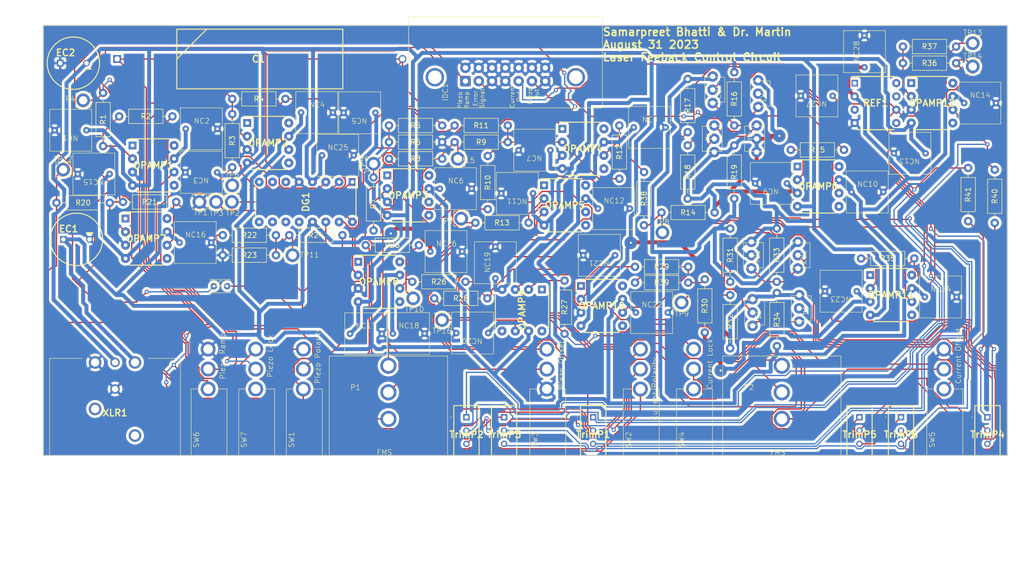
<source format=kicad_pcb>
(kicad_pcb (version 20221018) (generator pcbnew)
  (layers (0 "F.Cu" signal) (31 "B.Cu" signal) (34 "B.Paste" user) (35 "F.Paste" user) (36 "B.SilkS" user "B.Silkscreen") (37 "F.SilkS" user "F.Silkscreen") (38 "B.Mask" user) (39 "F.Mask" user) (44 "Edge.Cuts" user))
  (net 0 "")
  (net 1 "Net-(DG1A-D1)")
  (net 2 "Net-(DG1A-S1)")
  (net 3 "Net-(DG1B-D2)")
  (net 4 "Net-(DG1B-S2)")
  (net 5 "Net-(DG1A-IN1)")
  (net 6 "+15V")
  (net 7 "GND")
  (net 8 "Net-(DG1B-IN2)")
  (net 9 "Net-(SW1-C)")
  (net 10 "Net-(IDC1-C-Pad6)")
  (net 11 "Net-(IDC1-C-Pad5)")
  (net 13 "Net-(OPAMP1--)")
  (net 14 "-15V")
  (net 16 "Net-(SW1-A)")
  (net 20 "Net-(OPAMP3--)")
  (net 22 "Net-(OPAMP3-Pad6)")
  (net 24 "Net-(OPAMP4--)")
  (net 26 "Net-(OPAMP4-Pad6)")
  (net 28 "Net-(OPAMP5--)")
  (net 29 "Net-(OPAMP5-+)")
  (net 31 "Net-(SW3-C)")
  (net 33 "Net-(OPAMP6--)")
  (net 38 "Net-(OPAMP8--)")
  (net 40 "Net-(OPAMP8-Pad6)")
  (net 42 "Net-(OPAMP9--)")
  (net 43 "Net-(OPAMP9-+)")
  (net 45 "Net-(SW5-A)")
  (net 47 "Net-(OPAMP10--)")
  (net 49 "Net-(OPAMP10-Pad6)")
  (net 51 "Net-(OPAMP11--)")
  (net 54 "Net-(OPAMP12--)")
  (net 56 "-5V")
  (net 57 "Net-(P1-Pad2)")
  (net 58 "Net-(P2-Pad2)")
  (net 59 "Net-(SW1-B)")
  (net 60 "Net-(R5-Pad2)")
  (net 61 "Net-(SW3-B)")
  (net 62 "Net-(R14-Pad1)")
  (net 63 "Net-(TR1-E)")
  (net 64 "Net-(R17-Pad2)")
  (net 65 "Net-(R18-Pad1)")
  (net 66 "Net-(SW2-B)")
  (net 67 "Net-(R22-Pad2)")
  (net 68 "Net-(SW5-B)")
  (net 69 "Net-(R30-Pad1)")
  (net 70 "Net-(R31-Pad2)")
  (net 71 "Net-(R32-Pad1)")
  (net 72 "Net-(TR3-E)")
  (net 73 "+5V")
  (net 80 "Net-(TR2-B)")
  (net 81 "Net-(TrimP2-Pad3)")
  (net 82 "Net-(T1-B)")
  (net 83 "Net-(TR3-B)")
  (net 84 "Net-(TrimP5-Pad3)")
  (net 85 "Net-(T3-B)")
  (net 86 "Net-(T1-E)")
  (net 87 "Net-(T3-E)")
  (net 97 "Net-(SW6-A)")
  (net 98 "Net-(SW6-B)")
  (net 100 "Net-(R40-Pad2)")
  (net 101 "Net-(R41-Pad1)")
  (footprint "Complex_Op_Amps_Footprints:3296X1104LF -TrimPot" (layer "F.Cu") (at 180.03 147.005 180)
    (fp_text reference "TrimP5")
    (fp_text value "5k" hide)
  )
  (footprint "Complex_Op_Amps_Footprints:ELECTROLYTIC CAPACITOR - EEU-EB1C102" (layer "F.Cu") (at 27.385 79.375)
    (fp_text reference "EC2")
    (fp_text value "1000uF" hide)
  )
  (footprint "Complex_Op_Amps_Footprints:R_Axial_DIN0207_L6.3mm_D2.5mm_P10.16mm_Horizontal" (layer "F.Cu") (at 134.1725 101.44 90)
    (fp_text reference "R12")
    (fp_text value "10k")
  )
  (footprint "Complex_Op_Amps_Footprints:AV2_Switch" (layer "F.Cu") (at 192.9 154.31 90)
    (fp_text reference "SW5")
    (fp_text value "SPDT Switch, P/N: 7101SD9AV2BE")
  )
  (footprint "Complex_Op_Amps_Footprints:OPA27GP_Operational_Amplifier" (layer "F.Cu") (at 67.06 94.615)
    (fp_text reference "OPAMP2")
    (fp_text value "P/N: OPA27GP " hide)
  )
  (footprint "GENERAL PROJECT - NUMBER 1 LIBRARY - FOOTPRINTS:TestPoint" (layer "F.Cu") (at 87.2236 98.5936 90)
    (fp_text reference "TP5")
    (fp_text value "TestPoint")
  )
  (footprint "Complex_Op_Amps_Footprints:R_Axial_DIN0207_L6.3mm_D2.5mm_P10.16mm_Horizontal" (layer "F.Cu") (at 60.235 99.265 90)
    (fp_text reference "R3")
    (fp_text value "10k")
  )
  (footprint "Complex_Op_Amps_Footprints:CAPACITOR - 399-4209-ND" (layer "F.Cu") (at 176.435 123.935 180)
    (fp_text reference "NC23")
    (fp_text value "0.1uF")
  )
  (footprint "Complex_Op_Amps_Footprints:CAPACITOR - 399-4209-ND" (layer "F.Cu") (at 102.95 102.345)
    (fp_text reference "NC6")
    (fp_text value "0.1uF")
  )
  (footprint "Complex_Op_Amps_Footprints:AV2_Switch" (layer "F.Cu") (at 134.93 154.31 90)
    (fp_text reference "SW2")
    (fp_text value "SPDT Switch, P/N: 7101SD9AV2BE")
  )
  (footprint "Complex_Op_Amps_Footprints:R_Axial_DIN0207_L6.3mm_D2.5mm_P10.16mm_Horizontal" (layer "F.Cu") (at 147.225 82.39 -90)
    (fp_text reference "R17")
    (fp_text value "5k")
  )
  (footprint "Complex_Op_Amps_Footprints:Both_Transisitor" (layer "F.Cu") (at 160.6804 82.6516 -90)
    (fp_text reference "TR1")
    (fp_text value "Transistor P/N: 2N3904")
  )
  (footprint "Complex_Op_Amps_Footprints:OPA27GP_Operational_Amplifier" (layer "F.Cu") (at 127.2475 95.725)
    (fp_text reference "OPAMP4")
    (fp_text value "P/N: OPA27GP " hide)
  )
  (footprint "Complex_Op_Amps_Footprints:R_Axial_DIN0207_L6.3mm_D2.5mm_P10.16mm_Horizontal" (layer "F.Cu") (at 108.966 124.3 180)
    (fp_text reference "R28")
    (fp_text value "10k")
  )
  (footprint "Complex_Op_Amps_Footprints:CAPACITOR - 399-4209-ND" (layer "F.Cu") (at 181.595 102.98)
    (fp_text reference "NC10")
    (fp_text value "0.1uF")
  )
  (footprint "Complex_Op_Amps_Footprints:OPA27GP_Operational_Amplifier" (layer "F.Cu") (at 193.885 86.995)
    (fp_text reference "OPAMP12")
    (fp_text value "P/N: OPA27GP " hide)
  )
  (footprint "Complex_Op_Amps_Footprints:R_Axial_DIN0207_L6.3mm_D2.5mm_P10.16mm_Horizontal" (layer "F.Cu") (at 142.2146 107.8992)
    (fp_text reference "R14")
    (fp_text value "10k")
  )
  (footprint "GENERAL PROJECT - NUMBER 1 LIBRARY - FOOTPRINTS:TestPoint" (layer "F.Cu") (at 94.7928 124.3)
    (fp_text reference "TP10")
    (fp_text value "TestPoint")
  )
  (footprint "GENERAL PROJECT - NUMBER 1 LIBRARY - FOOTPRINTS:TestPoint" (layer "F.Cu") (at 27.94 99.695)
    (fp_text reference "TP12")
    (fp_text value "TestPoint")
  )
  (footprint "Complex_Op_Amps_Footprints:OPA27GP_Operational_Amplifier" (layer "F.Cu") (at 88.265 121.125)
    (fp_text reference "OPAMP8")
    (fp_text value "P/N: OPA27GP " hide)
  )
  (footprint "Complex_Op_Amps_Footprints:R_Axial_DIN0207_L6.3mm_D2.5mm_P10.16mm_Horizontal" (layer "F.Cu") (at 85.725 114.14)
    (fp_text reference "R25")
    (fp_text value "1k")
  )
  (footprint "Complex_Op_Amps_Footprints:CAPACITOR - 399-4209-ND" (layer "F.Cu") (at 130.27 117.078 180)
    (fp_text reference "NC21")
    (fp_text value "0.1uF")
  )
  (footprint "Complex_Op_Amps_Footprints:R_Axial_DIN0207_L6.3mm_D2.5mm_P10.16mm_Horizontal" (layer "F.Cu") (at 150.495 120.65 -90)
    (fp_text reference "R30")
    (fp_text value "20k")
  )
  (footprint "Complex_Op_Amps_Footprints:Both_Transisitor" (layer "F.Cu") (at 168.275 113.505 -90)
    (fp_text reference "TR3")
    (fp_text value "Transistor P/N: 2N3904")
  )
  (footprint "Complex_Op_Amps_Footprints:CAPACITOR - 399-4209-ND" (layer "F.Cu") (at 53.2422 112.6396)
    (fp_text reference "NC16")
    (fp_text value "0.1uF")
  )
  (footprint "Complex_Op_Amps_Footprints:OPA27GP_Operational_Amplifier" (layer "F.Cu") (at 186.055 123.665)
    (fp_text reference "OPAMP11")
    (fp_text value "P/N: OPA27GP " hide)
  )
  (footprint "Complex_Op_Amps_Footprints:R_Axial_DIN0207_L6.3mm_D2.5mm_P10.16mm_Horizontal" (layer "F.Cu") (at 109.035 97.095 -90)
    (fp_text reference "R10")
    (fp_text value "10k")
  )
  (footprint "Complex_Op_Amps_Footprints:OPA27GP_Operational_Amplifier" (layer "F.Cu") (at 123.76 106.52)
    (fp_text reference "OPAMP5")
    (fp_text value "P/N: OPA27GP " hide)
  )
  (footprint "Complex_Op_Amps_Footprints:R_Axial_DIN0207_L6.3mm_D2.5mm_P10.16mm_Horizontal" (layer "F.Cu") (at 39.37 105.885)
    (fp_text reference "R21")
    (fp_text value "10k")
  )
  (footprint "Complex_Op_Amps_Footprints:CAPACITOR - 399-4209-ND" (layer "F.Cu") (at 101.1428 114.3508)
    (fp_text reference "NC26")
    (fp_text value "0.1uF")
  )
  (footprint "GENERAL PROJECT - NUMBER 1 LIBRARY - FOOTPRINTS:TestPoint" (layer "F.Cu") (at 60.157 105.885)
    (fp_text reference "TP2")
    (fp_text value "TestPoint")
  )
  (footprint "Complex_Op_Amps_Footprints:R_Axial_DIN0207_L6.3mm_D2.5mm_P10.16mm_Horizontal" (layer "F.Cu") (at 155.34 123.665 -90)
    (fp_text reference "R32")
    (fp_text value "20k")
  )
  (footprint "Complex_Op_Amps_Footprints:R_Axial_DIN0207_L6.3mm_D2.5mm_P10.16mm_Horizontal" (layer "F.Cu") (at 102.7 91.28)
    (fp_text reference "R11")
    (fp_text value "10k")
  )
  (footprint "GENERAL PROJECT - NUMBER 1 LIBRARY - FOOTPRINTS:TestPoint" (layer "F.Cu") (at 31.755 86.47)
    (fp_text reference "TP4")
    (fp_text value "TestPoint")
  )
  (footprint "Complex_Op_Amps_Footprints:R_Axial_DIN0207_L6.3mm_D2.5mm_P10.16mm_Horizontal" (layer "F.Cu") (at 68.58 116.045 180)
    (fp_text reference "R23")
    (fp_text value "Open")
  )
  (footprint "Complex_Op_Amps_Footprints:R_Axial_DIN0207_L6.3mm_D2.5mm_P10.16mm_Horizontal" (layer "F.Cu") (at 156.115 81.12 -90)
    (fp_text reference "R16")
    (fp_text value "10k")
  )
  (footprint "Complex_Op_Amps_Footprints:CAPACITOR - 399-4209-ND" (layer "F.Cu") (at 171.8244 86.6234 180)
    (fp_text reference "NC27")
    (fp_text value "0.1uF")
  )
  (footprint "Complex_Op_Amps_Footprints:R_Axial_DIN0207_L6.3mm_D2.5mm_P10.16mm_Horizontal" (layer "F.Cu") (at 188.33 79.375)
    (fp_text reference "R36")
    (fp_text value "10k")
  )
  (footprint "Complex_Op_Amps_Footprints:CAPACITOR - 399-4209-ND" (layer "F.Cu") (at 140 90.645)
    (fp_text reference "NC8")
    (fp_text value "0.1uF")
  )
  (footprint "Complex_Op_Amps_Footprints:Both_Transisitor" (layer "F.Cu") (at 168.51 123.665 -90)
    (fp_text reference "T4")
    (fp_text value "Transistor P/N: 2N3906")
  )
  (footprint "Complex_Op_Amps_Footprints:R_Axial_DIN0207_L6.3mm_D2.5mm_P10.16mm_Horizontal" (layer "F.Cu") (at 198.49 76.2 180)
    (fp_text reference "R37")
    (fp_text value "10k")
  )
  (footprint "GENERAL PROJECT - NUMBER 1 LIBRARY - FOOTPRINTS:TestPoint" (layer "F.Cu") (at 60.235 102.71)
    (fp_text reference "TP6")
    (fp_text value "TestPoint")
  )
  (footprint "Complex_Op_Amps_Footprints:CAPACITOR - 399-4209-ND" (layer "F.Cu") (at 76.455 87.81)
    (fp_text reference "NC4")
    (fp_text value "0.1uF")
  )
  (footprint "Complex_Op_Amps_Footprints:R_Axial_DIN0207_L6.3mm_D2.5mm_P10.16mm_Horizontal" (layer "F.Cu") (at 100.33 91.28 180)
    (fp_text reference "R5")
    (fp_text value "0k")
  )
  (footprint "Complex_Op_Amps_Footprints:CAPACITOR - 399-4209-ND" (layer "F.Cu") (at 84.4992 89.8492 180)
    (fp_text reference "NC5")
    (fp_text value "0.1uF")
  )
  (footprint "Complex_Op_Amps_Footprints:Small Capacitor" (layer "F.Cu") (at 57.9882 121.9708)
    (fp_text reference "SC1")
    (fp_text value "1nF")
  )
  (footprint "Complex_Op_Amps_Footprints:Both_Transisitor" (layer "F.Cu") (at 152 81.915 -90)
    (fp_text reference "TR2")
    (fp_text value "Transistor P/N: 2N3904")
  )
  (footprint "Complex_Op_Amps_Footprints:R_Axial_DIN0207_L6.3mm_D2.5mm_P10.16mm_Horizontal" (layer "F.Cu") (at 200.787 109.5502 90)
    (fp_text reference "R41")
    (fp_text value "20k")
  )
  (footprint "Complex_Op_Amps_Footprints:CAPACITOR - 399-4209-ND" (layer "F.Cu") (at 85.805 130.064)
    (fp_text reference "NC17")
    (fp_text value "0.1uF")
  )
  (footprint "Complex_Op_Amps_Footprints:CAPACITOR - 399-4209-ND" (layer "F.Cu") (at 189.5856 97.5868 180)
    (fp_text reference "NC13")
    (fp_text value "0.1uF")
  )
  (footprint "Complex_Op_Amps_Footprints:R_Axial_DIN0207_L6.3mm_D2.5mm_P10.16mm_Horizontal" (layer "F.Cu") (at 116.84 109.855 180)
    (fp_text reference "R13")
    (fp_text value "1k")
  )
  (footprint "Complex_Op_Amps_Footprints:Male IDC Connector" (layer "F.Cu") (at 93.935 87.914 90)
    (fp_text reference "IDC1")
    (fp_text value "Male 14 Position IDC Connector, Digikey P/N: 609-5970-ND" hide)
  )
  (footprint "Complex_Op_Amps_Footprints:AV2_Switch" (layer "F.Cu") (at 117.0625 154.31 90)
    (fp_text reference "SW3")
    (fp_text value "SPDT Switch, P/N: 7101SD9AV2BE")
  )
  (footprint "Complex_Op_Amps_Footprints:ELECTROLYTIC CAPACITOR - EEU-EB1C102" (layer "F.Cu") (at 27.98 113.03)
    (fp_text reference "EC1")
    (fp_text value "1000uF" hide)
  )
  (footprint "Complex_Op_Amps_Footprints:3296X1104LF -TrimPot" (layer "F.Cu") (at 129.1625 147.005 180)
    (fp_text reference "TrimP1")
    (fp_text value "20k" hide)
  )
  (footprint "Complex_Op_Amps_Footprints:OPA27GP_Operational_Amplifier" (layer "F.Cu") (at 93.82 104.615)
    (fp_text reference "OPAMP3")
    (fp_text value "P/N: OPA27GP " hide)
  )
  (footprint "Complex_Op_Amps_Footprints:REF02CPZ" (layer "F.Cu") (at 183.09 86.995)
    (fp_text reference "REF1")
    (fp_text value "REF02 P/N: REF02CPZ" hide)
  )
  (footprint "Complex_Op_Amps_Footprints:CAPACITOR - 399-4209-ND" (layer "F.Cu") (at 33.7312 101.5492 180)
    (fp_text reference "NC15")
    (fp_text value "0.1uF")
  )
  (footprint "Complex_Op_Amps_Footprints:R_Axial_DIN0207_L6.3mm_D2.5mm_P10.16mm_Horizontal" (layer "F.Cu") (at 38.645 89.54)
    (fp_text reference "R2")
    (fp_text value "10k")
  )
  (footprint "Complex_Op_Amps_Footprints:3296X1104LF -TrimPot" (layer "F.Cu") (at 112.1525 147.005 180)
    (fp_text reference "TrimP3")
    (fp_text value "10k" hide)
  )
  (footprint "Complex_Op_Amps_Footprints:R_Axial_DIN0207_L6.3mm_D2.5mm_P10.16mm_Horizontal" (layer "F.Cu") (at 58.42 112.235)
    (fp_text reference "R22")
    (fp_text value "0k")
  )
  (footprint "GENERAL PROJECT - NUMBER 1 LIBRARY - FOOTPRINTS:TestPoint" (layer "F.Cu") (at 53.975 105.885)
    (fp_text reference "TP1")
    (fp_text value "TestPoint")
  )
  (footprint "Complex_Op_Amps_Footprints:CAPACITOR - 399-4209-ND" (layer "F.Cu") (at 106.045 131.92 180)
    (fp_text reference "NC20")
    (fp_text value "0.1uF")
  )
  (footprint "Complex_Op_Amps_Footprints:Both_Transisitor" (layer "F.Cu") (at 159.62 124.46 -90)
    (fp_text reference "T3")
    (fp_text value "Transistor P/N: 2N3906")
  )
  (footprint "Complex_Op_Amps_Footprints:R_Axial_DIN0207_L6.3mm_D2.5mm_P10.16mm_Horizontal" (layer "F.Cu") (at 90.17 97.63)
    (fp_text reference "R8")
    (fp_text value "10k")
  )
  (footprint "Complex_Op_Amps_Footprints:CAPACITOR - 399-4209-ND" (layer "F.Cu") (at 54.425 90.915)
    (fp_text reference "NC2")
    (fp_text value "0.1uF")
  )
  (footprint "Complex_Op_Amps_Footprints:R_Axial_DIN0207_L6.3mm_D2.5mm_P10.16mm_Horizontal" (layer "F.Cu") (at 123.698 120.904 -90)
    (fp_text reference "R27")
    (fp_text value "1k")
  )
  (footprint "Complex_Op_Amps_Footprints:CAPACITOR - 399-4209-ND" (layer "F.Cu") (at 93.98 130.015)
    (fp_text reference "NC18")
    (fp_text value "0.1uF")
  )
  (footprint "GENERAL PROJECT - NUMBER 1 LIBRARY - FOOTPRINTS:TestPoint" (layer "F.Cu") (at 142.3924 111.7092)
    (fp_text reference "TP8")
    (fp_text value "TestPoint")
  )
  (footprint "Complex_Op_Amps_Footprints:R_Axial_DIN0207_L6.3mm_D2.5mm_P10.16mm_Horizontal" (layer "F.Cu") (at 26.67 106.045)
    (fp_text reference "R20")
    (fp_text value "10k")
  )
  (footprint "Complex_Op_Amps_Footprints:Both_Transisitor" (layer "F.Cu") (at 160.395 96.36 90)
    (fp_text reference "T2")
    (fp_text value "Transistor P/N: 2N3906")
  )
  (footprint "Complex_Op_Amps_Footprints:CAPACITOR - 399-4209-ND" (layer "F.Cu") (at 29.31 93.185 180)
    (fp_text reference "NC1")
    (fp_text value "0.1uF")
  )
  (footprint "Complex_Op_Amps_Footprints:Polypropylene Capacitor" (layer "F.Cu") (at 38.25 78.58)
    (fp_text reference "C1")
    (fp_text value "1uF" hide)
  )
  (footprint "Complex_Op_Amps_Footprints:AV2_Switch" (layer "F.Cu") (at 61.468 154.31 90)
    (fp_text reference "SW7")
    (fp_text value "SPDT Switch, P/N: 7101SD9AV2BE")
  )
  (footprint "Complex_Op_Amps_Footprints:R_Axial_DIN0207_L6.3mm_D2.5mm_P10.16mm_Horizontal" (layer "F.Cu") (at 164.2618 133.4262 90)
    (fp_text reference "R34")
    (fp_text value "10k")
  )
  (footprint "Complex_Op_Amps_Footprints:R_Axial_DIN0207_L6.3mm_D2.5mm_P10.16mm_Horizontal" (layer "F.Cu") (at 137.16 118.2624)
    (fp_text reference "R29")
    (fp_text value "10k")
  )
  (footprint "Complex_Op_Amps_Footprints:R_Axial_DIN0207_L6.3mm_D2.5mm_P10.16mm_Horizontal" (layer "F.Cu") (at 166.91 95.935)
    (fp_text reference "R15")
    (fp_text value "1k")
  )
  (footprint "Complex_Op_Amps_Footprints:R_Axial_DIN0207_L6.3mm_D2.5mm_P10.16mm_Horizontal" (layer "F.Cu") (at 156.115 105.25 90)
    (fp_text reference "R19")
    (fp_text value "10k")
  )
  (footprint "Complex_Op_Amps_Footprints:R_Axial_DIN0207_L6.3mm_D2.5mm_P10.16mm_Horizontal" (layer "F.Cu") (at 137.16 121.285)
    (fp_text reference "R39")
    (fp_text value "0k")
  )
  (footprint "Complex_Op_Amps_Footprints:OPA27GP_Operational_Amplifier" (layer "F.Cu") (at 172.15 102.92)
    (fp_text reference "OPAMP6")
    (fp_text value "P/N: OPA27GP " hide)
  )
  (footprint "Complex_Op_Amps_Footprints:R_Axial_DIN0207_L6.3mm_D2.5mm_P10.16mm_Horizontal" (layer "F.Cu") (at 60.235 86.2)
    (fp_text reference "R4")
    (fp_text value "10k")
  )
  (footprint "Complex_Op_Amps_Footprints:R_Axial_DIN0207_L6.3mm_D2.5mm_P10.16mm_Horizontal" (layer "F.Cu") (at 205.867 99.7204 -90)
    (fp_text reference "R40")
    (fp_text value "20k")
  )
  (footprint "Complex_Op_Amps_Footprints:R_Axial_DIN0207_L6.3mm_D2.5mm_P10.16mm_Horizontal" (layer "F.Cu") (at 87.2236 101.1936 -90)
    (fp_text reference "R7")
    (fp_text value "1k")
  )
  (footprint "Complex_Op_Amps_Footprints:R_Axial_DIN0207_L6.3mm_D2.5mm_P10.16mm_Horizontal" (layer "F.Cu") (at 147.225 95.09 -90)
    (fp_text reference "R18")
    (fp_text value "5k")
  )
  (footprint "Complex_Op_Amps_Footprints:OPA27GP_Operational_Amplifier" (layer "F.Cu") (at 43.815 112.87)
    (fp_text reference "OPAMP7")
    (fp_text value "P/N: OPA27GP " hide)
  )
  (footprint "Complex_Op_Amps_Footprints:CAPACITOR - 399-4209-ND" (layer "F.Cu") (at 117.925 96.995 180)
    (fp_text reference "NC7")
    (fp_text value "0.1uF")
  )
  (footprint "Complex_Op_Amps_Footprints:CAPACITOR - 399-4209-ND" (layer "F.Cu") (at 195.58 123.03)
    (fp_text reference "NC24")
    (fp_text value "0.1uF")
  )
  (footprint "Complex_Op_Amps_Footprints:Both_Transisitor" (layer "F.Cu") (at 159.385 113.505 -90)
    (fp_text reference "TR4")
    (fp_text value "Transistor P/N: 2N3904")
  )
  (footprint "Complex_Op_Amps_Footprints:CAPACITOR - 399-4209-ND" (layer "F.Cu") (at 140.415 126)
    (fp_text reference "NC22")
    (fp_text value "0.1uF")
  )
  (footprint "Complex_Op_Amps_Footprints:OPA27GP_Operational_Amplifier" (layer "F.Cu") (at 130.81 125.73)
    (fp_text reference "OPAMP10")
    (fp_text value "P/N: OPA27GP " hide)
  )
  (footprint "Complex_Op_Amps_Footprints:CAPACITOR - 399-4209-ND" (layer "F.Cu") (at 203.105 85.995)
    (fp_text reference "NC14")
    (fp_text value "0.1uF")
  )
  (footprint "Complex_Op_Amps_Footprints:R_Axial_DIN0207_L6.3mm_D2.5mm_P10.16mm_Horizontal" (layer "F.Cu") (at 180.34 116.68)
    (fp_text reference "R35")
    (fp_text value "1k")
  )
  (footprint "Complex_Op_Amps_Footprints:3296X1104LF -TrimPot" (layer "F.Cu") (at 187.96 147.005 180)
    (fp_text reference "TrimP6")
    (fp_text value "5k" hide)
  )
  (footprint "GENERAL PROJECT - NUMBER 1 LIBRARY - FOOTPRINTS:TestPoint" (layer "F.Cu") (at 103.32 97.63)
    (fp_text reference "TP15")
    (fp_text value "TestPoint")
  )
  (footprint "Complex_Op_Amps_Footprints:CAPACITOR - 399-4209-ND" (layer "F.Cu") (at 163.1 103.345 180)
    (fp_text reference "NC9")
    (fp_text value "0.1uF")
  )
  (footprint "Complex_Op_Amps_Footprints:R_Axial_DIN0207_L6.3mm_D2.5mm_P10.16mm_Horizontal" (layer "F.Cu") (at 94.615 121.125)
    (fp_text reference "R26")
    (fp_text value "10k")
  )
  (footprint "Complex_Op_Amps_Footprints:R_Axial_DIN0207_L6.3mm_D2.5mm_P10.16mm_Horizontal" (layer "F.Cu") (at 138.88 100.17 -90)
    (fp_text reference "R38")
    (fp_text value "0k")
  )
  (footprint "Complex_Op_Amps_Footprints:CAPACITOR - 399-4209-ND" (layer "F.Cu") (at 179.9844 77.089 90)
    (fp_text reference "NC28")
    (fp_text value "0.1uF")
  )
  (footprint "Complex_Op_Amps_Footprints:R_Axial_DIN0207_L6.3mm_D2.5mm_P10.16mm_Horizontal" (layer "F.Cu") (at 71.12 112.235)
    (fp_text reference "R24")
    (fp_text value "1k")
  )
  (footprint "GENERAL PROJECT - NUMBER 1 LIBRARY - FOOTPRINTS:TestPoint" (layer "F.Cu") (at 201.665 80.01)
    (fp_text reference "TP14")
    (fp_text value "TestPoint")
  )
  (footprint "Complex_Op_Amps_Footprints:Both_Transisitor" (layer "F.Cu") (at 152.305 96.36 90)
    (fp_text reference "T1")
    (fp_text value "Transistor P/N: 2N3906")
  )
  (footprint "GENERAL PROJECT - NUMBER 1 LIBRARY - FOOTPRINTS:TestPoint" (layer "F.Cu") (at 57.15 105.885)
    (fp_text reference "TP3")
    (fp_text value "TestPoint")
  )
  (footprint "Complex_Op_Amps_Footprints:OPA27GP_Operational_Amplifier" (layer "F.Cu") (at 45.155 98.9)
    (fp_text reference "OPAMP1")
    (fp_text value "P/N: OPA27GP " hide)
  )
  (footprint "Complex_Op_Amps_Footprints:ADG201AKNZ" (layer "F.Cu") (at 74.283 105.885 -90)
    (fp_text reference "DG1")
    (fp_text value "P/N: ADG201AKNZ" hide)
  )
  (footprint "Complex_Op_Amps_Footprints:R_Axial_DIN0207_L6.3mm_D2.5mm_P10.16mm_Horizontal" (layer "F.Cu") (at 155.34 110.965 -90)
    (fp_text reference "R31")
    (fp_text value "20k")
  )
  (footprint "Complex_Op_Amps_Footprints:Potentiometer" (layer "F.Cu") (at 78.7625 135.31)
    (fp_text reference "P1")
    (fp_text value "50k")
  )
  (footprint "GENERAL PROJECT - NUMBER 1 LIBRARY - FOOTPRINTS:TestPoint" (layer "F.Cu") (at 100.3108 128.44356 180)
    (fp_text reference "TP16")
    (fp_text value "TestPoint")
  )
  (footprint "Complex_Op_Amps_Footprints:R_Axial_DIN0207_L6.3mm_D2.5mm_P10.16mm_Horizontal" (layer "F.Cu") (at 35.565 85.06 -90)
    (fp_text reference "R1")
    (fp_text value "10k")
  )
  (footprint "Complex_Op_Amps_Footprints:OPA27GP_Operational_Amplifier" (layer "F.Cu") (at 115.57 126.5682 -90)
    (fp_text reference "OPAMP9")
    (fp_text value "P/N: OPA27GP " hide)
  )
  (footprint "Complex_Op_Amps_Footprints:AV2_Switch" (layer "F.Cu") (at 70.5625 154.31 90)
    (fp_text reference "SW1")
    (fp_text value "SPDT Switch, P/N: 7101SD9AV2BE")
  )
  (footprint "Complex_Op_Amps_Footprints:Potentiometer" (layer "F.Cu") (at 153.9 135.31)
    (fp_text reference "P2")
    (fp_text value "50k")
  )
  (footprint "GENERAL PROJECT - NUMBER 1 LIBRARY - FOOTPRINTS:TestPoint" (layer "F.Cu") (at 103.955 109.06 180)
    (fp_text reference "TP7")
    (fp_text value "TestPoint")
  )
  (footprint "Complex_Op_Amps_Footprints:CAPACITOR - 399-4209-ND" (layer "F.Cu") (at 133.165 106.155)
    (fp_text reference "NC12")
    (fp_text value "0.1uF")
  )
  (footprint "Complex_Op_Amps_Footprints:3296X1104LF -TrimPot" (layer "F.Cu") (at 204.47 147.005 180)
    (fp_text reference "TrimP4")
    (fp_text value "10k" hide)
  )
  (footprint "Complex_Op_Amps_Footprints:CAPACITOR - 399-4209-ND" (layer "F.Cu") (at 109.49 117.41 90)
    (fp_text reference "NC19")
    (fp_text value "0.1uF")
  )
  (footprint "Complex_Op_Amps_Footprints:AV2_Switch" (layer "F.Cu") (at 52.3735 154.31 90)
    (fp_text reference "SW6")
    (fp_text value "SPDT Switch, P/N: 7101SD9AV2BE")
  )
  (footprint "Complex_Op_Amps_Footprints:CAPACITOR - 399-4209-ND" (layer "F.Cu") (at 80.4456 95.9772)
    (fp_text reference "NC25")
    (fp_text value "0.1uF")
  )
  (footprint "Complex_Op_Amps_Footprints:R_Axial_DIN0207_L6.3mm_D2.5mm_P10.16mm_Horizontal" (layer "F.Cu") (at 164.23 110.965 -90)
    (fp_text reference "R33")
    (fp_text value "10k")
  )
  (footprint "Complex_Op_Amps_Footprints:R_Axial_DIN0207_L6.3mm_D2.5mm_P10.16mm_Horizontal" (layer "F.Cu") (at 100.33 94.455 180)
    (fp_text reference "R6")
    (fp_text value "Open")
  )
  (footprint "Complex_Op_Amps_Footprints:CAPACITOR - 399-4209-ND" (layer "F.Cu") (at 54.265 101.23 180)
    (fp_text reference "NC3")
    (fp_text value "0.1uF")
  )
  (footprint "Complex_Op_Amps_Footprints:R_Axial_DIN0207_L6.3mm_D2.5mm_P10.16mm_Horizontal" (layer "F.Cu") (at 102.7 94.455)
    (fp_text reference "R9")
    (fp_text value "10k")
  )
  (footprint "Complex_Op_Amps_Footprints:3296X1104LF -TrimPot" (layer "F.Cu") (at 104.9625 147.005 180)
    (fp_text reference "TrimP2")
    (fp_text value "10k" hide)
  )
  (footprint "GENERAL PROJECT - NUMBER 1 LIBRARY - FOOTPRINTS:TestPoint" (layer "F.Cu") (at 201.665 75.565)
    (fp_text reference "TP13")
    (fp_text value "TestPoint")
  )
  (footprint "Complex_Op_Amps_Footprints:AV2_Switch" (layer "F.Cu") (at 145.09 154.31 90)
    (fp_text reference "SW4")
    (fp_text value "SPDT Switch, P/N: 7101SD9AV2BE")
  )
  (footprint "Complex_Op_Amps_Footprints:CAPACITOR - 399-4209-ND" (layer "F.Cu") (at 114.61 105.25 180)
    (fp_text reference "NC11")
    (fp_text value "0.1uF")
  )
  (footprint "GENERAL PROJECT - NUMBER 1 LIBRARY - FOOTPRINTS:NC3MBH" (layer "F.Cu") (at 34.036 136.53 180)
    (fp_text reference "XLR1")
    (fp_text value "XLR P/N: NC3MBH" hide)
  )
  (footprint "GENERAL PROJECT - NUMBER 1 LIBRARY - FOOTPRINTS:TestPoint" (layer "F.Cu") (at 71.755 116.045)
    (fp_text reference "TP11")
    (fp_text value "TestPoint")
  )
  (footprint "GENERAL PROJECT - NUMBER 1 LIBRARY - FOOTPRINTS:TestPoint" (layer "F.Cu") (at 146.05 125.095)
    (fp_text reference "TP9")
    (fp_text value "TestPoint")
  )
  (gr_rect (start 24.13 72.165) (end 208.28 154.31) (stroke (width 0.2)) (fill none) (layer "Edge.Cuts"))
  (gr_text "Samarpreet Bhatti & Dr. Martin\nAugust 31 2023\nLaser Feeback Control Circuit\n" (at 130.8608 79.121) (layer "F.SilkS") (effects (font (size 1.5 1.5) (thickness 0.3) bold) (justify left bottom)))
  (gr_text "Error\nSignal" (at 108.4326 86.106 90) (layer "F.SilkS") (effects (font (size 0.8 0.8) (thickness 0.1)) (justify bottom)))
  (gr_text "-" (at 31.5214 81.2292) (layer "F.SilkS") (effects (font (size 1.5 1.5) (thickness 0.3) bold) (justify left bottom)))
  (gr_text "Piezo\nRamp" (at 105.4862 86.4362 90) (layer "F.SilkS") (effects (font (size 0.8 0.8) (thickness 0.1) bold) (justify bottom)))
  (gr_text "-" (at 31.877 112.5728) (layer "F.SilkS") (effects (font (size 1.5 1.5) (thickness 0.3) bold) (justify left bottom)))
  (gr_text "Current\nOut" (at 115.4684 85.7504 90) (layer "F.SilkS") (effects (font (size 0.8 0.8) (thickness 0.1) bold) (justify bottom)))
  (gr_text "Piezo \nOut" (at 118.8466 85.344 90) (layer "F.SilkS") (effects (font (size 0.8 0.8) (thickness 0.1) bold) (justify bottom)))
  (segment (start 60.3758 135.0518) (end 59.1312 136.2964) (width 0.25) (layer "F.Cu") (net 1))
  (segment (start 59.2328 136.2964) (end 59.2328 136.398) (width 0.25) (layer "F.Cu") (net 1))
  (segment (start 43.815 86.995) (end 43.815 84.145) (width 0.25) (layer "F.Cu") (net 1))
  (segment (start 60.235 89.105) (end 60.235 91.125) (width 0.25) (layer "F.Cu") (net 1))
  (segment (start 59.365958 131.02625) (end 60.3758 131.02625) (width 0.25) (layer "F.Cu") (net 1))
  (segment (start 60.235 89.105) (end 60.235 86.2) (width 0.25) (layer "F.Cu") (net 1))
  (segment (start 60.707396 97.155) (end 63.502915 97.155) (width 0.25) (layer "F.Cu") (net 1))
  (segment (start 52.615 78.58) (end 60.235 86.2) (width 0.25) (layer "F.Cu") (net 1))
  (segment (start 59.1312 136.2964) (end 59.2328 136.2964) (width 0.25) (layer "F.Cu") (net 1))
  (segment (start 38.25 78.58) (end 52.615 78.58) (width 0.25) (layer "F.Cu") (net 1))
  (segment (start 60.3758 131.02625) (end 60.3758 135.0518) (width 0.25) (layer "F.Cu") (net 1))
  (segment (start 43.815 84.145) (end 38.25 78.58) (width 0.25) (layer "F.Cu") (net 1))
  (segment (start 63.502915 97.155) (end 66.746 100.398085) (width 0.25) (layer "F.Cu") (net 1))
  (segment (start 43.815 117.477792) (end 49.108458 122.77125) (width 0.25) (layer "F.Cu") (net 1))
  (segment (start 43.815 86.995) (end 43.815 117.477792) (width 0.25) (layer "F.Cu") (net 1))
  (segment (start 51.110958 122.77125) (end 59.365958 131.02625) (width 0.25) (layer "F.Cu") (net 1))
  (segment (start 66.746 100.398085) (end 66.746 102.559701) (width 0.25) (layer "F.Cu") (net 1))
  (segment (start 59.2328 136.398) (end 59.1312 136.2964) (width 0.25) (layer "F.Cu") (net 1))
  (segment (start 50.547396 86.995) (end 60.707396 97.155) (width 0.25) (layer "F.Cu") (net 1))
  (segment (start 49.108458 122.77125) (end 51.110958 122.77125) (width 0.25) (layer "F.Cu") (net 1))
  (segment (start 43.815 86.995) (end 50.547396 86.995) (width 0.25) (layer "F.Cu") (net 1))
  (segment (start 68.326299 104.14) (end 78.578 104.14) (width 0.25) (layer "F.Cu") (net 1))
  (segment (start 66.746 102.559701) (end 68.326299 104.14) (width 0.25) (layer "F.Cu") (net 1))
  (segment (start 78.578 104.14) (end 80.645 102.073) (width 0.25) (layer "F.Cu") (net 1))
  (segment (start 60.235 91.125) (end 63.09 93.98) (width 0.25) (layer "F.Cu") (net 1))
  (via (at 59.2328 136.2964) (size 0.8) (drill 0.4) (layers "F.Cu" "B.Cu") (net 1))
  (segment (start 63.1869 136.2964) (end 64.7205 137.83) (width 0.25) (layer "B.Cu") (net 1))
  (segment (start 59.2328 136.2964) (end 63.1869 136.2964) (width 0.25) (layer "B.Cu") (net 1))
  (segment (start 66.8274 77.724) (end 66.675 77.5716) (width 0.25) (layer "F.Cu") (net 2))
  (segment (start 55.790402 129.324798) (end 50.136854 123.67125) (width 0.25) (layer "F.Cu") (net 2))
  (segment (start 50.71 131.745305) (end 50.71 131.144695) (width 0.25) (layer "F.Cu") (net 2))
  (segment (start 92.75 78.58) (end 68.1152 78.58) (width 0.25) (layer "F.Cu") (net 2))
  (segment (start 36.69 84.895) (end 36.69 84.594009) (width 0.25) (layer "F.Cu") (net 2))
  (segment (start 42.545 90.75) (end 36.69 84.895) (width 0.25) (layer "F.Cu") (net 2))
  (segment (start 66.04 76.835) (end 66.675 77.47) (width 0.25) (layer "F.Cu") (net 2))
  (segment (start 67.2592 77.724) (end 66.8274 77.724) (width 0.25) (layer "F.Cu") (net 2))
  (segment (start 48.735666 123.67125) (end 42.545 117.480584) (width 0.25) (layer "F.Cu") (net 2))
  (segment (start 64.7205 134.02) (end 59.1605 139.58) (width 0.25) (layer "F.Cu") (net 2))
  (segment (start 50.136854 123.67125) (end 48.735666 123.67125) (width 0.25) (layer "F.Cu") (net 2))
  (segment (start 66.675 77.47) (end 66.675 77.5716) (width 0.25) (layer "F.Cu") (net 2))
  (segment (start 76.926 103.248) (end 69.978299 103.248) (width 0.25) (layer "F.Cu") (net 2))
  (segment (start 36.01 76.835) (end 66.04 76.835) (width 0.25) (layer "F.Cu") (net 2))
  (segment (start 35.375 83.279009) (end 35.375 81.466396) (width 0.25) (layer "F.Cu") (net 2))
  (segment (start 36.69 84.594009) (end 35.375 83.279009) (width 0.25) (layer "F.Cu") (net 2))
  (segment (start 42.545 117.480584) (end 42.545 90.75) (width 0.25) (layer "F.Cu") (net 2))
  (segment (start 100.33 91.28) (end 92.75 83.7) (width 0.25) (layer "F.Cu") (net 2))
  (segment (start 35.375 81.466396) (end 36.01 80.831396) (width 0.25) (layer "F.Cu") (net 2))
  (segment (start 68.1152 78.58) (end 67.2592 77.724) (width 0.25) (layer "F.Cu") (net 2))
  (segment (start 69.978299 103.248) (end 69.215 102.484701) (width 0.25) (layer "F.Cu") (net 2))
  (segment (start 53.876 137.4788) (end 51.816 135.4188) (width 0.25) (layer "F.Cu") (net 2))
  (segment (start 69.215 100.771097) (end 66.675 98.231097) (width 0.25) (layer "F.Cu") (net 2))
  (segment (start 70.395 86.2) (end 69.595001 86.999999) (width 0.25) (layer "F.Cu") (net 2))
  (segment (start 54.901126 139.58) (end 53.876 138.554874) (width 0.25) (layer "F.Cu") (net 2))
  (segment (start 53.876 138.554874) (end 53.876 137.4788) (width 0.25) (layer "F.Cu") (net 2))
  (segment (start 70.395 86.2) (end 85.4532 86.2) (width 0.25) (layer "F.Cu") (net 2))
  (segment (start 36.01 80.831396) (end 36.01 76.835) (width 0.25) (layer "F.Cu") (net 2))
  (segment (start 66.675 98.231097) (end 66.675 77.5716) (width 0.25) (layer "F.Cu") (net 2))
  (segment (start 92.75 83.7) (end 92.75 78.58) (width 0.25) (layer "F.Cu") (net 2))
  (segment (start 69.215 102.484701) (end 69.215 100.771097) (width 0.25) (layer "F.Cu") (net 2))
  (segment (start 69.595001 94.450001) (end 71.03 95.885) (width 0.25) (layer "F.Cu") (net 2))
  (segment (start 51.816 135.4188) (end 51.816 132.6896) (width 0.25) (layer "F.Cu") (net 2))
  (segment (start 51.816 132.6896) (end 51.654295 132.6896) (width 0.25) (layer "F.Cu") (net 2))
  (segment (start 69.595001 86.999999) (end 69.595001 94.450001) (width 0.25) (layer "F.Cu") (net 2))
  (segment (start 50.71 131.144695) (end 52.529897 129.324798) (width 0.25) (layer "F.Cu") (net 2))
  (segment (start 85.4532 86.2) (end 92.593402 79.059798) (width 0.25) (layer "F.Cu") (net 2))
  (segment (start 78.101 102.073) (end 76.926 103.248) (width 0.25) (layer "F.Cu") (net 2))
  (segment (start 59.1605 139.58) (end 54.901126 139.58) (width 0.25) (layer "F.Cu") (net 2))
  (segment (start 51.654295 132.6896) (end 50.71 131.745305) (width 0.25) (layer "F.Cu") (net 2))
  (segment (start 52.529897 129.324798) (end 55.790402 129.324798) (width 0.25) (layer "F.Cu") (net 2))
  (segment (start 60.834396 151.638) (end 34.214498 125.018102) (width 0.25) (layer "F.Cu") (net 3))
  (segment (start 160.186104 135.2775) (end 153.172804 142.2908) (width 0.25) (layer "F.Cu") (net 3))
  (segment (start 149.067374 139.86) (end 148.3425 139.86) (width 0.25) (layer "F.Cu") (net 3))
  (segment (start 99.203604 92.855) (end 94.428604 88.08) (width 0.25) (layer "F.Cu") (net 3))
  (segment (start 82.704299 110.872) (end 81.529299 109.697) (width 0.25) (layer "F.Cu") (net 3))
  (segment (start 110.109 148.6154) (end 110.109 148.6115) (width 0.25) (layer "F.Cu") (net 3))
  (segment (start 141.3002 134.3914) (end 143.4592 136.5504) (width 0.25) (layer "F.Cu") (net 3))
  (segment (start 100.254188 151.95) (end 67.758604 151.95) (width 0.25) (layer "F.Cu") (net 3))
  (segment (start 104.4194 150.9268) (end 103.057094 152.289106) (width 0.25) (layer "F.Cu") (net 3))
  (segment (start 112.3481 148.6115) (end 113.5888 147.3708) (width 0.25) (layer "F.Cu") (net 3))
  (segment (start 167.024708 135.2775) (end 160.186104 135.2775) (width 0.25) (layer "F.Cu") (net 3))
  (segment (start 121.835 90.155) (end 112.394009 90.155) (width 0.25) (layer "F.Cu") (net 3))
  (segment (start 36.195 104.14) (end 38.1 104.14) (width 0.25) (layer "F.Cu") (net 3))
  (segment (start 82.3468 99.0788) (end 84.366 101.098) (width 0.25) (layer "F.Cu") (net 3))
  (segment (start 29.718 120.523) (end 30.48 121.285) (width 0.25) (layer "F.Cu") (net 3))
  (segment (start 105.259604 151.1515) (end 104.575831 151.1515) (width 0.25) (layer "F.Cu") (net 3))
  (segment (start 122.52 90.84) (end 121.835 90.155) (width 0.25) (layer "F.Cu") (net 3))
  (segment (start 150.0925 142.2908) (end 150.0925 140.885126) (width 0.25) (layer "F.Cu") (net 3))
  (segment (start 109.1438 149.5806) (end 110.109 148.6154) (width 0.25) (layer "F.Cu") (net 3))
  (segment (start 24.765 74.851396) (end 24.765 94.221902) (width 0.25) (layer "F.Cu") (net 3))
  (segment (start 137.502226 135.9154) (end 139.7762 135.9154) (width 0.25) (layer "F.Cu") (net 3))
  (segment (start 24.765 94.221902) (end 29.718 99.174902) (width 0.25) (layer "F.Cu") (net 3))
  (segment (start 41.936098 125.018102) (end 43.9166 123.0376) (width 0.25) (layer "F.Cu") (net 3))
  (segment (start 150.0925 140.885126) (end 149.067374 139.86) (width 0.25) (layer "F.Cu") (net 3))
  (segment (start 117.306396 74.851396) (end 24.765 74.851396) (width 0.25) (layer "F.Cu") (net 3))
  (segment (start 82.3468 95.425103) (end 82.3468 99.0788) (width 0.25) (layer "F.Cu") (net 3))
  (segment (start 39.37 105.885) (end 36.99 105.885) (width 0.25) (layer "F.Cu") (net 3))
  (segment (start 102.715991 92.855) (end 99.203604 92.855) (width 0.25) (layer "F.Cu") (net 3))
  (segment (start 89.691903 88.08) (end 82.3468 95.425103) (width 0.25) (layer "F.Cu") (net 3))
  (segment (start 38.735 105.25) (end 38.735 104.775) (width 0.25) (layer "F.Cu") (net 3))
  (segment (start 139.7762 135.9154) (end 141.3002 134.3914) (width 0.25) (layer "F.Cu") (net 3))
  (segment (start 111.363009 91.186) (end 104.384991 91.186) (width 0.25) (layer "F.Cu") (net 3))
  (segment (start 36.83 106.045) (end 36.83 108.585) (width 0.25) (layer "F.Cu") (net 3))
  (segment (start 112.394009 90.155) (end 111.363009 91.186) (width 0.25) (layer "F.Cu") (net 3))
  (segment (start 143.4592 140.9192) (end 147.5275 144.9875) (width 0.25) (layer "F.Cu") (net 3))
  (segment (start 34.214498 125.018102) (end 30.481396 121.285) (width 0.25) (layer "F.Cu") (net 3))
  (segment (start 135.9825 137.435126) (end 137.502226 135.9154) (width 0.25) (layer "F.Cu") (net 3))
  (segment (start 29.718 99.174902) (end 29.718 120.523) (width 0.25) (layer "F.Cu") (net 3))
  (segment (start 153.172804 142.2908) (end 150.0925 142.2908) (width 0.25) (layer "F.Cu") (net 3))
  (segment (start 84.366 110.183701) (end 83.677701 110.872) (width 0.25) (layer "F.Cu") (net 3))
  (segment (start 30.481396 121.285) (end 30.48 121.285) (width 0.25) (layer "F.Cu") (net 3))
  (segment (start 135.9825 146.3385) (end 135.9825 137.435126) (width 0.25) (layer "F.Cu") (net 3))
  (segment (start 108.380852 148.030252) (end 105.259604 151.1515) (width 0.25) (layer "F.Cu") (net 3))
  (segment (start 167.956104 144.671396) (end 167.956104 136.208896) (width 0.25) (layer "F.Cu") (net 3))
  (segment (start 94.428604 88.08) (end 89.691903 88.08) (width 0.25) (layer "F.Cu") (net 3))
  (segment (start 39.37 105.885) (end 38.735 105.25) (width 0.25) (layer "F.Cu") (net 3))
  (segment (start 104.4194 150.995069) (end 104.4194 150.9268) (width 0.25) (layer "F.Cu") (net 3))
  (segment (start 30.48 121.285) (end 33.9425 117.8225) (width 0.25) (layer "F.Cu") (net 3))
  (segment (start 123.655029 81.239204) (end 123.655029 81.200029) (width 0.25) (layer "F.Cu") (net 3))
  (segment (start 133.096 149.4282) (end 133.096 149.225) (width 0.25) (layer "F.Cu") (net 3))
  (segment (start 67.495 151.638) (end 60.834396 151.638) (width 0.25) (layer "F.Cu") (net 3))
  (segment (start 110.109 148.6115) (end 112.3481 148.6115) (width 0.25) (layer "F.Cu") (net 3))
  (segment (start 103.057094 152.289106) (end 100.593294 152.289106) (width 0.25) (layer "F.Cu") (net 3))
  (segment (start 125.5776 147.3708) (end 113.5888 147.3708) (width 0.25) (layer "F.Cu") (net 3))
  (segment (start 36.83 108.585) (end 39.845 111.6) (width 0.25) (layer "F.Cu") (net 3))
  (segment (start 38.1 104.14) (end 38.735 104.775) (width 0.25) (layer "F.Cu") (net 3))
  (segment (start 148.3425 139.86) (end 148.3425 137.83) (width 0.25) (layer "F.Cu") (net 3))
  (segment (start 108.821751 147.201151) (end 108.380852 147.64205) (width 0.25) (layer "F.Cu") (net 3))
  (segment (start 125.707954 87.652046) (end 122.52 90.84) (width 0.25) (layer "F.Cu") (net 3))
  (segment (start 108.380852 147.64205) (end 108.380852 148.030252) (width 0.25) (layer "F.Cu") (net 3))
  (segment (start 67.495 151.686396) (end 67.495 151.638) (width 0.25) (layer "F.Cu") (net 3))
  (segment (start 83.677701 110.872) (end 82.704299 110.872) (width 0.25) (layer "F.Cu") (net 3))
  (segment (start 125.952682 147.745882) (end 125.5776 147.3708) (width 0.25) (layer "F.Cu") (net 3))
  (segment (start 143.4592 136.5504) (end 143.4592 140.9192) (width 0.25) (layer "F.Cu") (net 3))
  (segment (start 104.384991 91.186) (end 102.715991 92.855) (width 0.25) (layer "F.Cu") (net 3))
  (segment (start 33.9425 117.8225) (end 33.9425 106.3925) (width 0.25) (layer "F.Cu") (net 3))
  (segment (start 84.366 101.098) (end 84.366 110.183701) (width 0.25) (layer "F.Cu") (net 3))
  (segment (start 34.214498 125.018102) (end 41.936098 125.018102) (width 0.25) (layer "F.Cu") (net 3))
  (segment (start 167.64 144.9875) (end 167.956104 144.671396) (width 0.25) (layer "F.Cu") (net 3))
  (segment (start 104.575831 151.1515) (end 104.4194 150.995069) (width 0.25) (layer "F.Cu") (net 3))
  (segment (start 33.9425 106.3925) (end 36.195 104.14) (width 0.25) (layer "F.Cu") (net 3))
  (segment (start 100.593294 152.289106) (end 100.254188 151.95) (width 0.25) (layer "F.Cu") (net 3))
  (segment (start 147.5275 144.9875) (end 167.64 144.9875) (width 0.25) (layer "F.Cu") (net 3))
  (segment (start 125.952682 148.152282) (end 125.952682 147.745882) (width 0.25) (layer "F.Cu") (net 3))
  (segment (start 67.758604 151.95) (end 67.495 151.686396) (width 0.25) (layer "F.Cu") (net 3))
  (segment (start 167.956104 136.208896) (end 167.024708 135.2775) (width 0.25) (layer "F.Cu") (net 3))
  (segment (start 133.096 149.225) (end 135.9825 146.3385) (width 0.25) (layer "F.Cu") (net 3))
  (segment (start 123.655029 81.200029) (end 117.306396 74.851396) (width 0.25) (layer "F.Cu") (net 3))
  (segment (start 81.529299 109.697) (end 80.645 109.697) (width 0.25) (layer "F.Cu") (net 3))
  (segment (start 126.2888 148.4884) (end 125.952682 148.152282) (width 0.25) (layer "F.Cu") (net 3))
  (via (at 126.2888 148.4884) (size 0.8) (drill 0.4) (layers "F.Cu" "B.Cu") (net 3))
  (via (at 108.821751 147.201151) (size 0.8) (drill 0.4) (layers "F.Cu" "B.Cu") (net 3))
  (via (at 43.9166 123.0376) (size 0.8) (drill 0.4) (layers "F.Cu" "B.Cu") (net 3))
  (via (at 133.096 149.4282) (size 0.8) (drill 0.4) (layers "F.Cu" "B.Cu") (net 3))
  (via (at 125.707954 87.652046) (size 0.8) (drill 0.4) (layers "F.Cu" "B.Cu") (net 3))
  (via (at 109.1438 149.5806) (size 0.8) (drill 0.4) (layers "F.Cu" "B.Cu") (net 3))
  (via (at 123.655029 81.239204) (size 0.8) (drill 0.4) (layers "F.Cu" "B.Cu") (net 3))
  (segment (start 109.1438 149.5806) (end 109.2454 149.5806) (width 0.25) (layer "B.Cu") (net 3))
  (segment (start 126.2888 148.4884) (end 126.4119 148.6115) (width 0.25) (layer "B.Cu") (net 3))
  (segment (start 123.735 83.389494) (end 125 84.654494) (width 0.25) (layer "B.Cu") (net 3))
  (segment (start 125 84.654494) (end 124.46 85.194494) (width 0.25) (layer "B.Cu") (net 3))
  (segment (start 132.2793 148.6115) (end 133.096 149.4282) (width 0.25) (layer "B.Cu") (net 3))
  (segment (start 55.6514 123.0376) (end 56.7182 121.9708) (width 0.25) (layer "B.Cu") (net 3))
  (segment (start 108.821751 149.156951) (end 109.1438 149.479) (width 0.25) (layer "B.Cu") (net 3))
  (segment (start 109.2454 149.5806) (end 109.22 149.5552) (width 0.25) (layer "B.Cu") (net 3))
  (segment (start 123.655029 81.239204) (end 123.735 81.319175) (width 0.25) (layer "B.Cu") (net 3))
  (segment (start 108.821751 147.201151) (end 108.821751 149.156951) (width 0.25) (layer "B.Cu") (net 3))
  (segment (start 123.735 81.319175) (end 123.735 83.389494) (width 0.25) (layer "B.Cu") (net 3))
  (segment (start 43.9166 123.0376) (end 55.6514 123.0376) (width 0.25) (layer "B.Cu") (net 3))
  (segment (start 124.46 86.404092) (end 125.707954 87.652046) (width 0.25) (layer "B.Cu") (net 3))
  (segment (start 109.1438 149.479) (end 109.1438 149.5806) (width 0.25) (layer "B.Cu") (net 3))
  (segment (start 126.4119 148.6115) (end 132.2793 148.6115) (width 0.25) (layer "B.Cu") (net 3))
  (segment (start 124.46 85.194494) (end 124.46 86.404092) (width 0.25) (layer "B.Cu") (net 3))
  (segment (start 136.898438 130.92) (end 145.2425 130.92) (width 0.25) (layer "F.Cu") (net 4))
  (segment (start 127.191198 132.210509) (end 127.191198 132.271198) (width 0.25) (layer "F.Cu") (net 4))
  (segment (start 128.92 107.076) (end 128.92 108.57) (width 0.25) (layer "F.Cu") (net 4))
  (segment (start 73.66 123.19) (end 78.101 118.749) (width 0.25) (layer "F.Cu") (net 4))
  (segment (start 67.2846 121.9708) (end 71.755 126.4412) (width 0.25) (layer "F.Cu") (net 4))
  (segment (start 85.87 104.138191) (end 88.3486 101.659591) (width 0.25) (layer "F.Cu") (net 4))
  (segment (start 99.06 110.236) (end 103.378 105.918) (width 0.25) (layer "F.Cu") (net 4))
  (segment (start 83.845 121.045) (end 84.787915 121.045) (width 0.25) (layer "F.Cu") (net 4))
  (segment (start 128.267991 133.535) (end 134.283438 133.535) (width 0.25) (layer "F.Cu") (net 4))
  (segment (start 89.045 97.164009) (end 89.704009 96.505) (width 0.25) (layer "F.Cu") (net 4))
  (segment (start 97.918085 110.236) (end 99.06 110.236) (width 0.25) (layer "F.Cu") (net 4))
  (segment (start 91.694 97.563009) (end 91.694 104.011915) (width 0.25) (layer "F.Cu") (net 4))
  (segment (start 85.485 116.355) (end 83.67 114.54) (width 0.25) (layer "F.Cu") (net 4))
  (segment (start 128.284 106.44) (end 128.92 107.076) (width 0.25) (layer "F.Cu") (net 4))
  (segment (start 88.3486 101.659591) (end 88.3486 99.766698) (width 0.25) (layer "F.Cu") (net 4))
  (segment (start 127.237085 106.44) (end 128.284 106.44) (width 0.25) (layer "F.Cu") (net 4))
  (segment (start 49.022 106.393) (end 49.022 112.903) (width 0.25) (layer "F.Cu") (net 4))
  (segment (start 127.191198 132.271198) (end 128.267991 133.347991) (width 0.25) (layer "F.Cu") (net 4))
  (segment (start 65.10637 114.63637) (end 73.66 123.19) (width 0.25) (layer "F.Cu") (net 4))
  (segment (start 71.755 126.4412) (end 78.4488 126.4412) (width 0.25) (layer "F.Cu") (net 4))
  (segment (start 119.409899 103.873604) (end 125.147085 103.873604) (width 0.25) (layer "F.Cu") (net 4))
  (segment (start 88.3486 99.766698) (end 88.8486 99.266698) (width 0.25) (layer "F.Cu") (net 4))
  (segment (start 49.34 106.075) (end 49.022 106.393) (width 0.25) (layer "F.Cu") (net 4))
  (segment (start 88.8486 99.266698) (end 90.595 99.266698) (width 0.25) (layer "F.Cu") (net 4))
  (segment (start 103.378 105.918) (end 117.365503 105.918) (width 0.25) (layer "F.Cu") (net 4))
  (segment (start 49.022 112.903) (end 47.785 114.14) (width 0.25) (layer "F.Cu") (net 4))
  (segment (start 122.524249 127.54356) (end 127.191198 132.210509) (width 0.25) (layer "F.Cu") (net 4))
  (segment (start 89.045 98.095991) (end 89.045 97.164009) (width 0.25) (layer "F.Cu") (net 4))
  (segment (start 123.698 113.11) (end 110.408604 113.11) (width 0.25) (layer "F.Cu") (net 4))
  (segment (start 123.698 112.679085) (end 123.698 113.11) (width 0.25) (layer "F.Cu") (net 4))
  (segment (start 57.222836 112.467836) (end 57.222836 113.744564) (width 0.25) (layer "F.Cu") (net 4))
  (segment (start 117.365503 105.918) (end 119.409899 103.873604) (width 0.25) (layer "F.Cu") (net 4))
  (segment (start 58.42 112.235) (end 57.31 112.235) (width 0.25) (layer "F.Cu") (net 4))
  (segment (start 125.147085 104.35) (end 127.237085 106.44) (width 0.25) (layer "F.Cu") (net 4))
  (segment (start 85.87 110.092396) (end 85.87 104.138191) (width 0.25) (layer "F.Cu") (net 4))
  (segment (start 110.408604 113.11) (end 103.055 120.463604) (width 0.25) (layer "F.Cu") (net 4))
  (segment (start 83.67 112.292396) (end 85.87 110.092396) (width 0.25) (layer "F.Cu") (net 4))
  (segment (start 125.147085 103.873604) (end 125.147085 104.35) (width 0.25) (layer "F.Cu") (net 4))
  (segment (start 89.704009 96.505) (end 90.635991 96.505) (width 0.25) (layer "F.Cu") (net 4))
  (segment (start 83.67 114.54) (end 83.67 112.292396) (width 0.25) (layer "F.Cu") (net 4))
  (segment (start 54.864 111.219) (end 55.974 111.219) (width 0.25) (layer "F.Cu") (net 4))
  (segment (start 59.2582 121.9708) (end 67.2846 121.9708) (width 0.25) (layer "F.Cu") (net 4))
  (segment (start 127.237085 109.14) (end 123.698 112.679085) (width 0.25) (layer "F.Cu") (net 4))
  (segment (start 57.31 112.235) (end 57.15 112.395) (width 0.25) (layer "F.Cu") (net 4))
  (segment (start 106.493604 127.54356) (end 122.524249 127.54356) (width 0.25) (layer "F.Cu") (net 4))
  (segment (start 78.101 118.749) (end 78.101 109.697) (width 0.25) (layer "F.Cu") (net 4))
  (segment (start 103.055 120.463604) (end 103.055 124.104956) (width 0.25) (layer "F.Cu") (net 4))
  (segment (start 103.055 124.104956) (end 106.493604 127.54356) (width 0.25) (layer "F.Cu") (net 4))
  (segment (start 85.485 120.347915) (end 85.485 116.355) (width 0.25) (layer "F.Cu") (net 4))
  (segment (start 91.694 104.011915) (end 97.918085 110.236) (width 0.25) (layer "F.Cu") (net 4))
  (segment (start 78.4488 126.4412) (end 83.845 121.045) (width 0.25) (layer "F.Cu") (net 4))
  (segment (start 58.114643 114.63637) (end 65.10637 114.63637) (width 0.25) (layer "F.Cu") (net 4))
  (segment (start 134.283438 133.535) (end 136.898438 130.92) (width 0.25) (layer "F.Cu") (net 4))
  (segment (start 84.787915 121.045) (end 85.485 120.347915) (width 0.25) (layer "F.Cu") (net 4))
  (segment (start 55.974 111.219) (end 57.15 112.395) (width 0.25) (layer "F.Cu") (net 4))
  (segment (start 57.222836 113.744564) (end 58.114643 114.63637) (width 0.25) (layer "F.Cu") (net 4))
  (segment (start 128.35 109.14) (end 127.237085 109.14) (width 0.25) (layer "F.Cu") (net 4))
  (segment (start 90.635991 96.505) (end 91.694 97.563009) (width 0.25) (layer "F.Cu") (net 4))
  (segment (start 145.2425 130.92) (end 148.3425 134.02) (width 0.25) (layer "F.Cu") (net 4))
  (segment (start 89.704009 98.755) (end 89.045 98.095991) (width 0.25) (layer "F.Cu") (net 4))
  (segment (start 128.92 108.57) (end 128.35 109.14) (width 0.25) (layer "F.Cu") (net 4))
  (segment (start 90.595 98.755) (end 89.704009 98.755) (width 0.25) (layer "F.Cu") (net 4))
  (segment (start 128.267991 133.347991) (end 128.267991 133.535) (width 0.25) (layer "F.Cu") (net 4))
  (segment (start 78.4488 126.4412) (end 73.66 126.4412) (width 0.25) (layer "F.Cu") (net 4))
  (segment (start 90.595 99.266698) (end 90.595 98.755) (width 0.25) (layer "F.Cu") (net 4))
  (segment (start 73.66 126.4412) (end 73.66 123.19) (width 0.25) (layer "F.Cu") (net 4))
  (segment (start 57.15 112.395) (end 57.222836 112.467836) (width 0.25) (layer "F.Cu") (net 4))
  (segment (start 49.53 105.885) (end 54.864 111.219) (width 0.25) (layer "F.Cu") (net 4))
  (segment (start 82.943097 102.073) (end 79.131097 105.885) (width 0.25) (layer "F.Cu") (net 5))
  (segment (start 79.131097 105.885) (end 60.157 105.885) (width 0.25) (layer "F.Cu") (net 5))
  (segment (start 98.0628 114.373256) (end 98.0628 115.3508) (width 0.75) (layer "F.Cu") (net 6))
  (segment (start 177.92 84.525) (end 177.92 81.985) (width 0.75) (layer "F.Cu") (net 6))
  (segment (start 179.736 80.169) (end 180.9844 80.169) (width 0.75) (layer "F.Cu") (net 6))
  (segment (start 179.12 85.725) (end 177.92 84.525) (width 0.75) (layer "F.Cu") (net 6))
  (segment (start 91.4405 110.998) (end 94.687544 110.998) (width 0.75) (layer "F.Cu") (net 6))
  (segment (start 177.92 81.985) (end 179.736 80.169) (width 0.75) (layer "F.Cu") (net 6))
  (segment (start 94.687544 110.998) (end 98.0628 114.373256) (width 0.75) (layer "F.Cu") (net 6))
  (segment (start 90.5261 111.9124) (end 91.4405 110.998) (width 0.75) (layer "F.Cu") (net 6))
  (via (at 90.5261 111.9124) (size 2.4) (drill 0.4) (layers "F.Cu" "B.Cu") (net 6))
  (segment (start 92.235 119.855) (end 90.795 121.295) (width 0.75) (layer "B.Cu") (net 6))
  (segment (start 87.79 133.985) (end 88.74 133.985) (width 0.75) (layer "B.Cu") (net 6))
  (segment (start 151.525 82.39) (end 152 81.915) (width 0.75) (layer "B.Cu") (net 6))
  (segment (start 154.802 119.75) (end 155.909544 119.75) (width 0.75) (layer "B.Cu") (net 6))
  (segment (start 153.0426 110.965) (end 155.2844 108.7232) (width 0.75) (layer "B.Cu") (net 6))
  (segment (start 76.835 130.81) (end 80.01 133.985) (width 0.75) (layer "B.Cu") (net 6))
  (segment (start 122.4392 144.9324) (end 122.4392 144.2608) (width 0.75) (layer "B.Cu") (net 6))
  (segment (start 180.288532 107.315) (end 180.288532 108.914532) (width 0.75) (layer "B.Cu") (net 6))
  (segment (start 155.909544 119.75) (end 157.571544 121.412) (width 0.75) (layer "B.Cu") (net 6))
  (segment (start 88.74 133.985) (end 89.121 133.604) (width 0.75) (layer "B.Cu") (net 6))
  (segment (start 164.323938 135.0275) (end 163.085 136.266438) (width 0.75) (layer "B.Cu") (net 6))
  (segment (start 163.085 136.266438) (end 163.085 138.3075) (width 0.75) (layer "B.Cu") (net 6))
  (segment (start 123.128456 132.439) (end 123.19 132.439) (width 0.75) (layer "B.Cu") (net 6))
  (segment (start 79.468 113.61) (end 75.555 109.697) (width 0.75) (layer "B.Cu") (net 6))
  (segment (start 31.75 125.095) (end 32.385 125.73) (width 0.75) (layer "B.Cu") (net 6))
  (segment (start 32.385 125.73) (end 32.385 127.021) (width 0.75) (layer "B.Cu") (net 6))
  (segment (start 86.868 128.778) (end 89.535 126.111) (width 0.75) (layer "B.Cu") (net 6))
  (segment (start 177.085 101.6) (end 178.515 103.03) (width 0.75) (layer "B.Cu") (net 6))
  (segment (start 200.025 86.995) (end 198.755 85.725) (width 0.75) (layer "B.Cu") (net 6))
  (segment (start 47.625 99.695) (end 47.625 106.68) (width 0.75) (layer "B.Cu") (net 6))
  (segment (start 121.92 131.230544) (end 123.128456 132.439) (width 0.75) (layer "B.Cu") (net 6))
  (segment (start 122.875 135.955456) (end 122.875 143.195) (width 0.75) (layer "B.Cu") (net 6))
  (segment (start 90.5261 111.9124) (end 89.6735 112.765) (width 0.75) (layer "B.Cu") (net 6))
  (segment (start 65.325 126.539) (end 61.595 122.809) (width 0.75) (layer "B.Cu") (net 6))
  (segment (start 121.92 120.904) (end 121.92 131.230544) (width 0.75) (layer "B.Cu") (net 6))
  (segment (start 80.01 133.985) (end 86.2 133.985) (width 0.75) (layer "B.Cu") (net 6))
  (segment (start 156.21 144.3375) (end 143.51 144.3375) (width 0.75) (layer "B.Cu") (net 6))
  (segment (start 86.995 133.19) (end 86.868 133.063) (width 0.75) (layer "B.Cu") (net 6))
  (segment (start 148.6408 115.443) (end 149.4714 114.6124) (width 0.75) (layer "B.Cu") (net 6))
  (segment (start 38.1 123.665) (end 46.345 115.42) (width 0.75) (layer "B.Cu") (net 6))
  (segment (start 156.115 108.7232) (end 156.115 105.25) (width 0.75) (layer "B.Cu") (net 6))
  (segment (start 149.4714 113.8936) (end 152.4 110.965) (width 0.75) (layer "B.Cu") (net 6))
  (segment (start 68.547 132.588) (end 70.325 130.81) (width 0.75) (layer "B.Cu") (net 6))
  (segment (start 74.93 110.322) (end 75.555 109.697) (width 0.75) (layer "B.Cu") (net 6))
  (segment (start 144.777529 91.564529) (end 143.378057 92.964) (width 0.75) (layer "B.Cu") (net 6))
  (segment (start 101.092 106.647) (end 97.79 103.345) (width 0.75) (layer "B.Cu") (net 6))
  (segment (start 190.865 122.395) (end 192.5 124.03) (width 0.75) (layer "B.Cu") (net 6))
  (segment (start 115.2068 128.9812) (end 111.0638 128.9812) (width 0.75) (layer "B.Cu") (net 6))
  (segment (start 176.12 101.65) (end 180.288532 105.818532) (width 0.75) (layer "B.Cu") (net 6))
  (segment (start 196.415 87.165) (end 197.855 85.725) (width 0.75) (layer "B.Cu") (net 6))
  (segment (start 85.155456 112.765) (end 84.310456 113.61) (width 0.75) (layer "B.Cu") (net 6))
  (segment (start 67.0725 125.3325) (end 65.405 127) (width 0.75) (layer "B.Cu") (net 6))
  (segment (start 129.7775 96.831003) (end 129.7775 95.895) (width 0.75) (layer "B.Cu") (net 6))
  (segment (start 104.615 133.19) (end 104.615 122.909544) (width 0.75) (layer "B.Cu") (net 6))
  (segment (start 47.3425 99.4125) (end 47.625 99.695) (width 0.75) (layer "B.Cu") (net 6))
  (segment (start 189.18014 101.39586) (end 191.74554 101.39586) (width 0.75) (layer "B.Cu") (net 6))
  (segment (start 65.405 131.699) (end 66.294 132.588) (width 0.75) (layer "B.Cu") (net 6))
  (segment (start 89.6735 112.765) (end 85.155456 112.765) (width 0.75) (layer "B.Cu") (net 6))
  (segment (start 65.405 127) (end 65.405 130.81) (width 0.75) (layer "B.Cu") (net 6))
  (segment (start 123.19 143.51) (end 131.2525 143.51) (width 0.75) (layer "B.Cu") (net 6))
  (segment (start 152.4 110.965) (end 153.0426 110.965) (width 0.75) (layer "B.Cu") (net 6))
  (segment (start 65.253872 100.178872) (end 65.405 100.33) (width 0.75) (layer "B.Cu") (net 6))
  (segment (start 160.368 121.412) (end 168.275 113.505) (width 0.75) (layer "B.Cu") (net 6))
  (segment (start 196.415 96.7264) (end 196.415 87.165) (width 0.75) (layer "B.Cu") (net 6))
  (segment (start 48.975 112.79) (end 49.3126 112.79) (width 0.75) (layer "B.Cu") (net 6))
  (segment (start 163.085 138.3075) (end 159.7475 138.3075) (width 0.75) (layer "B.Cu") (net 6))
  (segment (start 188.585 123.835) (end 190.025 122.395) (width 0.75) (layer "B.Cu") (net 6))
  (segment (start 32.385 127.021) (end 41.91 136.546) (width 0.75) (layer "B.Cu") (net 6))
  (segment (start 126.29 101.6) (end 126.62 101.27) (width 0.75) (layer "B.Cu") (net 6))
  (segment (start 73.2625 125.3325) (end 67.0725 125.3325) (width 0.75) (layer "B.Cu") (net 6))
  (segment (start 60.96 110.49) (end 63.95 107.5) (width 0.75) (layer "B.Cu") (net 6))
  (segment (start 143.51 144.3375) (end 141.986 142.8135) (width 0.75) (layer "B.Cu") (net 6))
  (segment (start 32.0332 117.5982) (end 38.1 123.665) (width 0.75) (layer "B.Cu") (net 6))
  (segment (start 89.535 126.111) (end 89.535 119.855) (width 0.75) (layer "B.Cu") (net 6))
  (segment (start 186.088543 97.7868) (end 181.102 92.800257) (width 0.75) (layer "B.Cu") (net 6))
  (segment (start 164.3634 135.0275) (end 173.3539 135.0275) (width 0.75) (layer "B.Cu") (net 6))
  (segment (start 61.595 111.125) (end 60.96 110.49) (width 0.75) (layer "B.Cu") (net 6))
  (segment (start 152.4 110.965) (end 152.4 117.348) (width 0.75) (layer "B.Cu") (net 6))
  (segment (start 38.1 123.665) (end 39.37 123.665) (width 0.75) (layer "B.Cu") (net 6))
  (segment (start 86.2 133.985) (end 86.995 133.19) (width 0.75) (layer "B.Cu") (net 6))
  (segment (start 129.54 97.068503) (end 129.7775 96.831003) (width 0.75) (layer "B.Cu") (net 6))
  (segment (start 101.092 119.386544) (end 101.092 106.647) (width 0.75) (layer "B.Cu") (net 6))
  (segment (start 123.19 135.640456) (end 122.875 135.955456) (width 0.75) (layer "B.Cu") (net 6))
  (segment (start 63.95 101.482745) (end 65.253872 100.178872) (width 0.75) (layer "B.Cu") (net 6))
  (segment (start 183.261 107.315) (end 189.18014 101.39586) (width 0.75) (layer "B.Cu") (net 6))
  (segment (start 132.715 127.635) (end 132.08 128.27) (width 0.75) (layer "B.Cu") (net 6))
  (segment (start 189.18014 101.39586) (end 189.18014 101.14374) (width 0.75) (layer "B.Cu") (net 6))
  (segment (start 180.288532 108.914532) (end 187.325 115.951) (width 0.75) (layer "B.Cu") (net 6))
  (segment (start 128.18 105.25) (end 130.085 107.155) (width 0.75) (layer "B.Cu") (net 6))
  (segment (start 46.345 115.42) (end 46.345 113.04) (width 0.75) (layer "B.Cu") (net 6))
  (segment (start 69.215 96.52) (end 69.215 95.16) (width 0.75) (layer "B.Cu") (net 6))
  (segment (start 27.98 113.03) (end 29.4132 114.4632) (width 0.75) (layer "B.Cu") (net 6))
  (segment (start 147.225 82.39) (end 151.525 82.39) (width 0.75) (layer "B.Cu") (net 6))
  (segment (start 116.84 130.6144) (end 115.2068 128.9812) (width 0.75) (layer "B.Cu") (net 6))
  (segment (start 104.201 133.604) (end 104.615 133.19) (width 0.75) (layer "B.Cu") (net 6))
  (segment (start 111.0638 128.9812) (end 109.125 130.92) (width 0.75) (layer "B.Cu") (net 6))
  (segment (start 73.66 124.935) (end 73.66 112.235) (width 0.75) (layer "B.Cu") (net 6))
  (segment (start 129.7775 95.895) (end 131.2175 94.455) (width 0.75) (layer "B.Cu") (net 6))
  (segment (start 89.535 119.855) (end 92.235 119.855) (width 0.75) (layer "B.Cu") (net 6))
  (segment (start 64.9605 131.2545) (end 65.325 130.89) (width 0.75) (layer "B.Cu") (net 6))
  (segment (start 118.745 117.729) (end 121.92 120.904) (width 0.75) (layer "B.Cu") (net 6))
  (segment (start 90.795 121.295) (end 90.795 130.91) (width 0.75) (layer "B.Cu") (net 6))
  (segment (start 39.37 123.665) (end 41.435 125.73) (width 0.75) (layer "B.Cu") (net 6))
  (segment (start 140.46 103.0498) (end 140.46 115.443) (width 0.75) (layer "B.Cu") (net 6))
  (segment (start 157.571544 121.412) (end 160.368 121.412) (width 0.75) (layer "B.Cu") (net 6))
  (segment (start 32.0332 114.0244) (end 32.0332 117.5982) (width 0.75) (layer "B.Cu") (net 6))
  (segment (start 69.215 95.16) (end 73.375 91) (width 0.75) (layer "B.Cu") (net 6))
  (segment (start 190.025 122.395) (end 190.865 122.395) (width 0.75) (layer "B.Cu") (net 6))
  (segment (start 122.4392 144.2608) (end 123.19 143.51) (width 0.75) (layer "B.Cu") (net 6))
  (segment (start 176.9364 131.445) (end 188.585 131.445) (width 0.75) (layer "B.Cu") (net 6))
  (segment (start 131.2175 94.455) (end 134.11 94.455) (width 0.75) (layer "B.Cu") (net 6))
  (segment (start 129.54 100.965) (end 129.54 97.068503) (width 0.75) (layer "B.Cu") (net 6))
  (segment (start 129.235 101.27) (end 129.54 100.965) (width 0.75) (layer "B.Cu") (net 6))
  (segment (start 149.4714 114.6124) (end 149.4714 113.8936) (width 0.75) (layer "B.Cu") (net 6))
  (segment (start 47.785 111.6) (end 48.975 112.79) (width 0.75) (layer "B.Cu") (net 6))
  (segment (start 134.795 124.46) (end 137.335 127) (width 0.75) (layer "B.Cu") (net 6))
  (segment (start 126.29 106.69) (end 127.73 105.25) (width 0.75) (layer "B.Cu") (net 6))
  (segment (start 63.95 107.5) (end 63.95 101.482745) (width 0.75) (layer "B.Cu") (net 6))
  (segment (start 143.378057 92.964) (end 143.378057 100.131743) (width 0.75) (layer "B.Cu") (net 6))
  (segment (start 198.755 85.725) (end 197.855 85.725) (width 0.75) (layer "B.Cu") (net 6))
  (segment (start 73.375 91) (end 73.375 88.81) (width 0.75) (layer "B.Cu") (net 6))
  (segment (start 143.764 90.551) (end 144.777529 91.564529) (width 0.75) (layer "B.Cu") (net 6))
  (segment (start 177.085 101.6) (end 176.17 101.6) (width 0.75) (layer "B.Cu") (net 6))
  (segment (start 126.62 101.27) (end 129.235 101.27) (width 0.75) (layer "B.Cu") (net 6))
  (segment (start 104.615 122.909544) (end 101.092 119.386544) (width 0.75) (layer "B.Cu") (net 6))
  (segment (start 115.508 144.9324) (end 122.4392 144.9324) (width 0.75) (layer "B.Cu") (net 6))
  (segment (start 65.405 130.81) (end 65.405 131.699) (width 0.75) (layer "B.Cu") (net 6))
  (segment (start 156.21 141.845) (end 156.21 144.3375) (width 0.75) (layer "B.Cu") (net 6))
  (segment (start 188.585 131.445) (end 188.585 123.835) (width 0.75) (layer "B.Cu") (net 6))
  (segment (start 47.625 106.68) (end 46.345 106.68) (width 0.75) (layer "B.Cu") (net 6))
  (segment (start 31.75 121.92) (end 31.75 125.095) (width 0.75) (layer "B.Cu") (net 6))
  (segment (start 164.3634 135.0275) (end 164.2618 134.9259) (width 0.75) (layer "B.Cu") (net 6))
  (segment (start 61.595 122.809) (end 61.595 111.125) (width 0.75) (layer "B.Cu") (net 6))
  (segment (start 66.294 132.588) (end 68.547 132.588) (width 0.75) (layer "B.Cu") (net 6))
  (segment (start 29.4132 114.4632) (end 29.4132 119.5832) (width 0.75) (layer "B.Cu") (net 6))
  (segment (start 189.18014 101.14374) (end 186.088543 98.052143) (width 0.75) (layer "B.Cu") (net 6))
  (segment (start 186.088543 98.052143) (end 186.088543 97.7868) (width 0.75) (layer "B.Cu") (net 6))
  (segment (start 65.325 130.89) (end 65.325 126.539) (width 0.75) (layer "B.Cu") (net 6))
  (segment (start 27.98 113.03) (end 31.0388 113.03) (width 0.75) (layer "B.Cu") (net 6))
  (segment (start 110.49 138.454072) (end 116.84 132.104072) (width 0.75) (layer "B.Cu") (net 6))
  (segment (start 49.3126 112.79) (end 50.1622 113.6396) (width 0.75) (layer "B.Cu") (net 6))
  (segment (start 86.868 133.063) (end 86.868 128.778) (width 0.75) (layer "B.Cu") (net 6))
  (segment (start 132.08 144.3375) (end 143.51 144.3375) (width 0.75) (layer "B.Cu") (net 6))
  (segment (start 143.378057 100.131743) (end 140.46 103.0498) (width 0.75) (layer "B.Cu") (net 6))
  (segment (start 180.288532 105.818532) (end 180.288532 107.315) (width 0.75) (layer "B.Cu") (net 6))
  (segment (start 180.288532 107.315) (end 183.261 107.315) (width 0.75) (layer "B.Cu") (net 6))
  (segment (start 123.19 132.439) (end 123.19 135.640456) (width 0.75) (layer "B.Cu") (net 6))
  (segment (start 147.225 82.39) (end 143.764 85.851) (width 0.75) (layer "B.Cu") (net 6))
  (segment (start 164.2618 134.9259) (end 164.2618 133.4262) (width 0.75) (layer "B.Cu") (net 6))
  (segment (start 159.7475 138.3075) (end 156.21 141.845) (width 0.75) (layer "B.Cu") (net 6))
  (segment (start 51.345 95.41) (end 51.345 91.915) (width 0.75) (layer "B.Cu") (net 6))
  (segment (start 73.2625 125.3325) (end 73.66 124.935) (width 0.75) (layer "B.Cu") (net 6))
  (segment (start 152.4 110.965) (end 155.34 110.965) (width 0.75) (layer "B.Cu") (net 6))
  (segment (start 110.49 139.065) (end 110.49 138.454072) (width 0.75) (layer "B.Cu") (net 6))
  (segment (start 65.405 130.81) (end 65.325 130.89) (width 0.75) (layer "B.Cu") (net 6))
  (segment (start 132.715 126.525) (end 132.715 127.635) (width 0.75) (layer "B.Cu") (net 6))
  (segment (start 187.325 122.575) (end 188.585 123.835) (width 0.75) (layer "B.Cu") (net 6))
  (segment (start 181.102 87.707) (end 179.12 85.725) (width 0.75) (layer "B.Cu") (net 6))
  (segment (start 134.78 124.46) (end 132.715 126.525) (width 0.75) (layer "B.Cu") (net 6))
  (segment (start 65.405 100.33) (end 69.215 96.52) (width 0.75) (layer "B.Cu") (net 6))
  (segment (start 58.2295 131.2545) (end 64.9605 131.2545) (width 0.75) (layer "B.Cu") (net 6))
  (segment (start 131.2525 143.51) (end 132.08 144.3375) (width 0.75) (layer "B.Cu") (net 6))
  (segment (start 155.2844 108.7232) (end 156.115 108.7232) (width 0.75) (layer "B.Cu") (net 6))
  (segment (start 143.764 85.851) (end 143.764 90.551) (width 0.75) (layer "B.Cu") (net 6))
  (segment (start 126.29 109.93) (end 118.745 117.475) (width 0.75) (layer "B.Cu") (net 6))
  (segment (start 164.3634 135.0275) (end 164.323938 135.0275) (width 0.75) (layer "B.Cu") (net 6))
  (segment (start 110.49 139.065) (end 115.508 144.083) (width 0.75) (layer "B.Cu") (net 6))
  (segment (start 46.345 113.04) (end 46.345 106.68) (width 0.75) (layer "B.Cu") (net 6))
  (segment (start 41.435 125.73) (end 52.705 125.73) (width 0.75) (layer "B.Cu") (net 6))
  (segment (start 191.74554 101.39586) (end 196.415 96.7264) (width 0.75) (layer "B.Cu") (net 6))
  (segment (start 132.08 128.27) (end 132.08 144.3375) (width 0.75) (layer "B.Cu") (net 6))
  (segment (start 118.745 117.475) (end 118.745 117.729) (width 0.75) (layer "B.Cu") (net 6))
  (segment (start 49.125 97.63) (end 51.345 95.41) (width 0.75) (layer "B.Cu") (net 6))
  (segment (start 104.615 133.19) (end 110.49 139.065) (width 0.75) (layer "B.Cu") (net 6))
  (segment (start 52.705 125.73) (end 58.2295 131.2545) (width 0.75) (layer "B.Cu") (net 6))
  (segment (start 46.345 113.04) (end 47.785 111.6) (width 0.75) (layer "B.Cu") (net 6))
  (segment (start 141.986 142.8135) (end 141.986 115.443) (width 0.75) (layer "B.Cu") (net 6))
  (segment (start 181.102 92.800257) (end 181.102 87.707) (width 0.75) (layer "B.Cu") (net 6))
  (segment (start 74.93 110.965) (end 74.93 110.322) (width 0.75) (layer "B.Cu") (net 6))
  (segment (start 116.84 132.104072) (end 116.84 130.6144) (width 0.75) (layer "B.Cu") (net 6))
  (segment (start 89.121 133.604) (end 104.201 133.604) (width 0.75) (layer "B.Cu") (net 6))
  (segment (start 152.4 117.348) (end 154.802 119.75) (width 0.75) (layer "B.Cu") (net 6))
  (segment (start 141.986 115.443) (end 148.6408 115.443) (width 0.75) (layer "B.Cu") (net 6))
  (segment (start 122.875 143.195) (end 123.19 143.51) (width 0.75) (layer "B.Cu") (net 6))
  (segment (start 134.11 94.455) (end 136.92 91.645) (width 0.75) (layer "B.Cu") (net 6))
  (segment (start 115.508 144.083) (end 115.508 144.9324) (width 0.75) (layer "B.Cu") (net 6))
  (segment (start 47.3425 99.4125) (end 49.125 97.63) (width 0.75) (layer "B.Cu") (net 6))
  (segment (start 31.0388 113.03) (end 32.0332 114.0244) (width 0.75) (layer "B.Cu") (net 6))
  (segment (start 178.515 103.03) (end 178.515 103.98) (width 0.75) (layer "B.Cu") (net 6))
  (segment (start 97.79 103.345) (end 99.87 103.345) (width 0.75) (layer "B.Cu") (net 6))
  (segment (start 73.66 112.235) (end 74.93 110.965) (width 0.75) (layer "B.Cu") (net 6))
  (segment (start 70.325 130.81) (end 76.835 130.81) (width 0.75) (layer "B.Cu") (net 6))
  (segment (start 140.46 115.443) (end 141.986 115.443) (width 0.75) (layer "B.Cu") (net 6))
  (segment (start 29.4132 119.5832) (end 31.75 121.92) (width 0.75) (layer "B.Cu") (net 6))
  (segment (start 86.995 133.19) (end 87.79 133.985) (width 0.75) (layer "B.Cu") (net 6))
  (segment (start 187.325 115.951) (end 187.325 122.575) (width 0.75) (layer "B.Cu") (net 6))
  (segment (start 126.29 106.69) (end 126.29 109.93) (width 0.75) (layer "B.Cu") (net 6))
  (segment (start 173.3539 135.0275) (end 176.9364 131.445) (width 0.75) (layer "B.Cu") (net 6))
  (segment (start 84.310456 113.61) (end 79.468 113.61) (width 0.75) (layer "B.Cu") (net 6))
  (segment (start 126.29 106.69) (end 126.29 101.6) (width 0.75) (layer "B.Cu") (net 6))
  (segment (start 58.775 107.51) (end 81.004 107.51) (width 0.25) (layer "F.Cu") (net 8))
  (segment (start 57.15 105.885) (end 58.775 107.51) (width 0.25) (layer "F.Cu") (net 8))
  (segment (start 81.004 107.51) (end 83.191 109.697) (width 0.25) (layer "F.Cu") (net 8))
  (segment (start 50.32325 123.22125) (end 56.240402 129.138402) (width 0.25) (layer "F.Cu") (net 9))
  (segment (start 34.155 86.47) (end 35.565 85.06) (width 0.25) (layer "F.Cu") (net 9))
  (segment (start 43.365 89.085) (end 43.365 117.664188) (width 0.25) (layer "F.Cu") (net 9))
  (segment (start 53.105202 129.774798) (end 51.435 131.445) (width 0.25) (layer "F.Cu") (net 9))
  (segment (start 66.226396 76.385) (end 35.188604 76.385) (width 0.25) (layer "F.Cu") (net 9))
  (segment (start 130.7575 153.4685) (end 138.1825 146.0435) (width 0.25) (layer "F.Cu") (net 9))
  (segment (start 100.499896 153.4685) (end 130.7575 153.4685) (width 0.25) (layer "F.Cu") (net 9))
  (segment (start 101.6 81.28) (end 96.705 76.385) (width 0.25) (layer "F.Cu") (net 9))
  (segment (start 55.976798 129.774798) (end 53.105202 129.774798) (width 0.25) (layer "F.Cu") (net 9))
  (segment (start 67.3608 143.002) (end 69.9008 140.462) (width 0.25) (layer "F.Cu") (net 9))
  (segment (start 35.188604 76.385) (end 34.925 76.648604) (width 0.25) (layer "F.Cu") (net 9))
  (segment (start 101.6 89.7636) (end 101.6 81.28) (width 0.25) (layer "F.Cu") (net 9))
  (segment (start 56.240402 129.138402) (end 56.240402 129.511194) (width 0.25) (layer "F.Cu") (net 9))
  (segment (start 51.922792 139.908392) (end 49.1744 137.16) (width 0.25) (layer "F.Cu") (net 9))
  (segment (start 69.9008 140.462) (end 69.9008 135.3717) (width 0.25) (layer "F.Cu") (net 9))
  (segment (start 53.222792 143.39) (end 51.922792 142.09) (width 0.25) (layer "F.Cu") (net 9))
  (segment (start 108.9406 83.9724) (end 109.474 84.5058) (width 0.25) (layer "F.Cu") (net 9))
  (segment (start 69.9008 135.3717) (end 71.2525 134.02) (width 0.25) (layer "F.Cu") (net 9))
  (segment (start 109.474 84.5058) (end 109.474 88.8492) (width 0.25) (layer "F.Cu") (net 9))
  (segment (start 59.505 152.85) (end 99.881396 152.85) (width 0.25) (layer "F.Cu") (net 9))
  (segment (start 34.925 84.42) (end 35.565 85.06) (width 0.25) (layer "F.Cu") (net 9))
  (segment (start 43.365 117.664188) (end 48.922062 123.22125) (width 0.25) (layer "F.Cu") (net 9))
  (segment (start 53.222792 143.39) (end 66.414 143.39) (width 0.25) (layer "F.Cu") (net 9))
  (segment (start 71.2525 134.02) (end 73.815 134.02) (width 0.25) (layer "F.Cu") (net 9))
  (segment (start 66.414 143.39) (end 66.802 143.002) (width 0.25) (layer "F.Cu") (net 9))
  (segment (start 36.83 82.55) (end 43.365 89.085) (width 0.25) (layer "F.Cu") (net 9))
  (segment (start 56.240402 129.511194) (end 55.976798 129.774798) (width 0.25) (layer "F.Cu") (net 9))
  (segment (start 66.861396 77.02) (end 66.226396 76.385) (width 0.25) (layer "F.Cu") (net 9))
  (segment (start 108.5596 89.7636) (end 101.6 89.7636) (width 0.25) (layer "F.Cu") (net 9))
  (segment (start 66.802 143.002) (end 67.3608 143.002) (width 0.25) (layer "F.Cu") (net 9))
  (segment (start 31.755 86.47) (end 34.155 86.47) (width 0.25) (layer "F.Cu") (net 9))
  (segment (start 138.1825 146.0435) (end 138.1825 141.64) (width 0.25) (layer "F.Cu") (net 9))
  (segment (start 48.922062 123.22125) (end 50.32325 123.22125) (width 0.25) (layer "F.Cu") (net 9))
  (segment (start 91.888604 76.385) (end 91.253604 77.02) (width 0.25) (layer "F.Cu") (net 9))
  (segment (start 47.625 140.335) (end 47.625 140.97) (width 0.25) (layer "F.Cu") (net 9))
  (segment (start 107.315 82.804) (end 108.4834 83.9724) (width 0.25) (layer "F.Cu") (net 9))
  (segment (start 109.474 88.8492) (end 108.5596 89.7636) (width 0.25) (layer "F.Cu") (net 9))
  (segment (start 99.881396 152.85) (end 100.499896 153.4685) (width 0.25) (layer "F.Cu") (net 9))
  (segment (start 108.4834 83.9724) (end 108.9406 83.9724) (width 0.25) (layer "F.Cu") (net 9))
  (segment (start 91.253604 77.02) (end 66.861396 77.02) (width 0.25) (layer "F.Cu") (net 9))
  (segment (start 47.625 140.97) (end 59.505 152.85) (width 0.25) (layer "F.Cu") (net 9))
  (segment (start 96.705 76.385) (end 91.888604 76.385) (width 0.25) (layer "F.Cu") (net 9))
  (segment (start 51.922792 142.09) (end 51.922792 139.908392) (width 0.25) (layer "F.Cu") (net 9))
  (segment (start 34.925 76.648604) (end 34.925 84.42) (width 0.25) (layer "F.Cu") (net 9))
  (via (at 36.83 82.55) (size 0.8) (drill 0.4) (layers "F.Cu" "B.Cu") (net 9))
  (via (at 49.0728 137.0076) (size 0.8) (drill 0.4) (layers "F.Cu" "B.Cu") (net 9))
  (via (at 51.435 131.445) (size 0.8) (drill 0.4) (layers "F.Cu" "B.Cu") (net 9))
  (via (at 47.625 140.335) (size 0.8) (drill 0.4) (layers "F.Cu" "B.Cu") (net 9))
  (segment (start 49.0728 137.0076) (end 49.0728 136.9822) (width 0.25) (layer "B.Cu") (net 9))
  (segment (start 35.565 83.815) (end 35.565 85.06) (width 0.25) (layer "B.Cu") (net 9))
  (segment (start 36.83 82.55) (end 35.565 83.815) (width 0.25) (layer "B.Cu") (net 9))
  (segment (start 47.625 140.335) (end 47.625 138.43) (width 0.25) (layer "B.Cu") (net 9))
  (segment (start 47.625 138.43) (end 49.0474 137.0076) (width 0.25) (layer "B.Cu") (net 9))
  (segment (start 51.435 134.62) (end 51.435 131.445) (width 0.25) (layer "B.Cu") (net 9))
  (segment (start 49.0728 136.9822) (end 51.435 134.62) (width 0.25) (layer "B.Cu") (net 9))
  (segment (start 49.0474 137.0076) (end 49.0728 137.0076) (width 0.25) (layer "B.Cu") (net 9))
  (segment (start 122.8852 86.36) (end 125.440506 86.36) (width 0.25) (layer "F.Cu") (net 10))
  (segment (start 155.536167 92.405) (end 157.131167 92.405) (width 0.25) (layer "F.Cu") (net 10))
  (segment (start 149.1488 88.7222) (end 150.3816 89.955) (width 0.25) (layer "F.Cu") (net 10))
  (segment (start 174.93 93.795) (end 177.07 95.935) (width 0.25) (layer "F.Cu") (net 10))
  (segment (start 119.253 84.4296) (end 120.8024 85.979) (width 0.25) (layer "F.Cu") (net 10))
  (segment (start 119.1006 84.4296) (end 119.253 84.4296) (width 0.25) (layer "F.Cu") (net 10))
  (segment (start 170.565 89.43) (end 177.07 95.935) (width 0.25) (layer "F.Cu") (net 10))
  (segment (start 120.8024 85.979) (end 122.5042 85.979) (width 0.25) (layer "F.Cu") (net 10))
  (segment (start 150.3816 89.955) (end 153.086167 89.955) (width 0.25) (layer "F.Cu") (net 10))
  (segment (start 117.475 82.804) (end 119.1006 84.4296) (width 0.25) (layer "F.Cu") (net 10))
  (segment (start 157.131167 92.405) (end 160.106167 89.43) (width 0.25) (layer "F.Cu") (net 10))
  (segment (start 125.440506 86.36) (end 128.616204 89.535698) (width 0.25) (layer "F.Cu") (net 10))
  (segment (start 174.93 103) (end 174.93 93.795) (width 0.25) (layer "F.Cu") (net 10))
  (segment (start 146.455702 89.535698) (end 146.4564 89.535) (width 0.25) (layer "F.Cu") (net 10))
  (segment (start 128.616204 89.535698) (end 146.455702 89.535698) (width 0.25) (layer "F.Cu") (net 10))
  (segment (start 160.106167 89.43) (end 170.565 89.43) (width 0.25) (layer "F.Cu") (net 10))
  (segment (start 122.5042 85.979) (end 122.8852 86.36) (width 0.25) (layer "F.Cu") (net 10))
  (segment (start 176.12 104.19) (end 174.93 103) (width 0.25) (layer "F.Cu") (net 10))
  (segment (start 153.086167 89.955) (end 155.536167 92.405) (width 0.25) (layer "F.Cu") (net 10))
  (via (at 146.4564 89.535) (size 0.8) (drill 0.4) (layers "F.Cu" "B.Cu") (net 10))
  (via (at 149.1488 88.7222) (size 0.8) (drill 0.4) (layers "F.Cu" "B.Cu") (net 10))
  (segment (start 146.4564 89.535) (end 148.336 89.535) (width 0.25) (layer "B.Cu") (net 10))
  (segment (start 148.336 89.535) (end 149.1488 88.7222) (width 0.25) (layer "B.Cu") (net 10))
  (segment (start 117.475 83.6422) (end 117.475 82.804) (width 0.25) (layer "B.Cu") (net 10))
  (segment (start 165.651 79.545) (end 189.775 103.669) (width 0.25) (layer "F.Cu") (net 11))
  (segment (start 189.775 103.805305) (end 190.199695 104.23) (width 0.25) (layer "F.Cu") (net 11))
  (segment (start 194.4 108.294) (end 194.4 120.56) (width 0.25) (layer "F.Cu") (net 11))
  (segment (start 190.517915 118.665) (end 190.5 118.665) (width 0.25) (layer "F.Cu") (net 11))
  (segment (start 122.048422 84.498624) (end 122.408046 84.139) (width 0.25) (layer "F.Cu") (net 11))
  (segment (start 126.714494 84.139) (end 131.308494 79.545) (width 0.25) (layer "F.Cu") (net 11))
  (segment (start 193.04 121.92) (end 191.225 120.105) (width 0.25) (layer "F.Cu") (net 11))
  (segment (start 190.5 118.665) (end 190.5 116.68) (width 0.25) (layer "F.Cu") (net 11))
  (segment (start 188.835 123.745) (end 188.835 118.345) (width 0.25) (layer "F.Cu") (net 11))
  (segment (start 191.225 120.105) (end 191.215 120.105) (width 0.25) (layer "F.Cu") (net 11))
  (segment (start 194.4 120.56) (end 193.04 121.92) (width 0.25) (layer "F.Cu") (net 11))
  (segment (start 191.215 120.105) (end 191.215 119.362085) (width 0.25) (layer "F.Cu") (net 11))
  (segment (start 190.199695 104.23) (end 190.336 104.23) (width 0.25) (layer "F.Cu") (net 11))
  (segment (start 122.408046 84.139) (end 126.714494 84.139) (width 0.25) (layer "F.Cu") (net 11))
  (segment (start 189.775 103.669) (end 189.775 103.805305) (width 0.25) (layer "F.Cu") (net 11))
  (segment (start 188.835 118.345) (end 190.5 116.68) (width 0.25) (layer "F.Cu") (net 11))
  (segment (start 191.215 119.362085) (end 190.517915 118.665) (width 0.25) (layer "F.Cu") (net 11))
  (segment (start 190.025 124.935) (end 188.835 123.745) (width 0.25) (layer "F.Cu") (net 11))
  (segment (start 131.308494 79.545) (end 165.651 79.545) (width 0.25) (layer "F.Cu") (net 11))
  (segment (start 190.336 104.23) (end 194.4 108.294) (width 0.25) (layer "F.Cu") (net 11))
  (via (at 122.048422 84.498624) (size 0.8) (drill 0.4) (layers "F.Cu" "B.Cu") (net 11))
  (segment (start 120.018833 86.36) (end 115.697 86.36) (width 0.25) (layer "B.Cu") (net 11))
  (segment (start 115.697 83.566) (end 114.935 82.804) (width 0.25) (layer "B.Cu") (net 11))
  (segment (start 121.463213 85.083833) (end 121.295 85.083833) (width 0.25) (layer "B.Cu") (net 11))
  (segment (start 122.048422 84.498624) (end 121.463213 85.083833) (width 0.25) (layer "B.Cu") (net 11))
  (segment (start 121.295 85.083833) (end 120.018833 86.36) (width 0.25) (layer "B.Cu") (net 11))
  (segment (start 115.697 86.36) (end 115.697 83.566) (width 0.25) (layer "B.Cu") (net 11))
  (segment (start 35.565 95.22) (end 35.565 92.62) (width 0.25) (layer "F.Cu") (net 13))
  (segment (start 35.565 92.62) (end 38.645 89.54) (width 0.25) (layer "F.Cu") (net 13))
  (segment (start 35.565 95.22) (end 38.775 95.22) (width 0.25) (layer "F.Cu") (net 13))
  (segment (start 38.775 95.22) (end 41.185 97.63) (width 0.25) (layer "F.Cu") (net 13))
  (segment (start 160.395 96.36) (end 160.395 98.3488) (width 0.75) (layer "F.Cu") (net 14))
  (segment (start 152.252 123.141949) (end 151.0792 124.314749) (width 0.75) (layer "F.Cu") (net 14))
  (segment (start 155.26743 103.875) (end 167.865 103.875) (width 0.75) (layer "F.Cu") (net 14))
  (segment (start 152.653726 135.7122) (end 150.495 135.7122) (width 0.75) (layer "F.Cu") (net 14))
  (segment (start 155.34 131.717055) (end 155.34 133.825) (width 0.75) (layer "F.Cu") (net 14))
  (segment (start 152.252 120.2734) (end 152.252 123.141949) (width 0.75) (layer "F.Cu") (net 14))
  (segment (start 162.814 93.9038) (end 162.814 97.7138) (width 0.75) (layer "F.Cu") (net 14))
  (segment (start 151.0792 127.456255) (end 155.34 131.717055) (width 0.75) (layer "F.Cu") (net 14))
  (segment (start 136.4488 113.5888) (end 145.5674 113.5888) (width 0.75) (layer "F.Cu") (net 14))
  (segment (start 162.179 98.3488) (end 160.395 98.3488) (width 0.75) (layer "F.Cu") (net 14))
  (segment (start 160.395 98.3488) (end 160.395 98.74743) (width 0.75) (layer "F.Cu") (net 14))
  (segment (start 163.449 93.2688) (end 162.814 93.9038) (width 0.75) (layer "F.Cu") (net 14))
  (segment (start 150.495 135.7122) (end 150.495 130.81) (width 0.75) (layer "F.Cu") (net 14))
  (segment (start 162.814 97.7138) (end 162.179 98.3488) (width 0.75) (layer "F.Cu") (net 14))
  (segment (start 160.395 98.74743) (end 155.26743 103.875) (width 0.75) (layer "F.Cu") (net 14))
  (segment (start 145.5674 113.5888) (end 152.252 120.2734) (width 0.75) (layer "F.Cu") (net 14))
  (segment (start 153.5176 138.0744) (end 153.5176 136.576074) (width 0.75) (layer "F.Cu") (net 14))
  (segment (start 164.6936 93.2688) (end 163.449 93.2688) (width 0.75) (layer "F.Cu") (net 14))
  (segment (start 163.2814 93.2688) (end 162.7302 93.82) (width 0.75) (layer "F.Cu") (net 14))
  (segment (start 152.3746 107.8992) (end 152.3746 106.76783) (width 0.75) (layer "F.Cu") (net 14))
  (segment (start 152.3746 106.76783) (end 155.26743 103.875) (width 0.75) (layer "F.Cu") (net 14))
  (segment (start 136.3472 113.6904) (end 136.4488 113.5888) (width 0.75) (layer "F.Cu") (net 14))
  (segment (start 151.0792 124.314749) (end 151.0792 127.456255) (width 0.75) (layer "F.Cu") (net 14))
  (segment (start 164.6936 93.2688) (end 163.2814 93.2688) (width 0.75) (layer "F.Cu") (net 14))
  (segment (start 153.5176 136.576074) (end 152.653726 135.7122) (width 0.75) (layer "F.Cu") (net 14))
  (segment (start 162.7302 93.82) (end 160.395 93.82) (width 0.75) (layer "F.Cu") (net 14))
  (via (at 164.6936 93.2688) (size 2.4) (drill 0.4) (layers "F.Cu" "B.Cu") (net 14))
  (via (at 153.5176 138.0744) (size 2.4) (drill 0.4) (layers "F.Cu" "B.Cu") (net 14))
  (via (at 136.3472 113.6904) (size 2.4) (drill 0.4) (layers "F.Cu" "B.Cu") (net 14))
  (segment (start 156.7175 94.4875) (end 156.115 95.09) (width 0.75) (layer "B.Cu") (net 14))
  (segment (start 119.79 110.33) (end 117.69 108.23) (width 0.75) (layer "B.Cu") (net 14))
  (segment (start 168.18 106.73) (end 171.355 106.73) (width 0.75) (layer "B.Cu") (net 14))
  (segment (start 164.6606 123.665) (end 164.2618 123.2662) (width 0.75) (layer "B.Cu") (net 14))
  (segment (start 159.385 113.505) (end 158.308 113.505) (width 0.75) (layer "B.Cu") (net 14))
  (segment (start 157.385 93.82) (end 156.7175 94.4875) (width 0.75) (layer "B.Cu") (net 14))
  (segment (start 161.925 106.73) (end 161.925 104.6988) (width 0.75) (layer "B.Cu") (net 14))
  (segment (start 85.186949 97.816949) (end 87.7316 95.272298) (width 0.75) (layer "B.Cu") (net 14))
  (segment (start 86.654056 102.5686) (end 85.8486 101.763144) (width 0.75) (layer "B.Cu") (net 14))
  (segment (start 75.66 76.675) (end 94.075 76.675) (width 0.75) (layer "B.Cu") (net 14))
  (segment (start 121.205 111.68) (end 120.015 112.87) (width 0.75) (layer "B.Cu") (net 14))
  (segment (start 192.6656 96.5868) (end 189.915 93.8362) (width 0.75) (layer "B.Cu") (net 14))
  (segment (start 26.404744 108.2548) (end 28.1432 106.516344) (width 0.75) (layer "B.Cu") (net 14))
  (segment (start 90.3224 114.808) (end 91.6432 114.808) (width 0.75) (layer "B.Cu") (net 14))
  (segment (start 170.6569 125.8119) (end 168.51 123.665) (width 0.75) (layer "B.Cu") (net 14))
  (segment (start 44.36 76.86) (end 44.545 76.675) (width 0.75) (layer "B.Cu") (net 14))
  (segment (start 95.345 78.58) (end 94.742 79.183) (width 0.75) (layer "B.Cu") (net 14))
  (segment (start 28.575 96.408349) (end 28.575 83.185) (width 0.75) (layer "B.Cu") (net 14))
  (segment (start 157.9372 132.7658) (end 157.9372 135.9662) (width 0.75) (layer "B.Cu") (net 14))
  (segment (start 121.205 109.14) (end 121.205 111.68) (width 0.75) (layer "B.Cu") (net 14))
  (segment (start 171.305 109.524) (end 171.355 109.474) (width 0.75) (layer "B.Cu") (net 14))
  (segment (start 35.565 92.185) (end 39.37 95.99) (width 0.75) (layer "B.Cu") (net 14))
  (segment (start 110.6094 122.6744) (end 110.49 122.555) (width 0.75) (layer "B.Cu") (net 14))
  (segment (start 157.8864 102.5144) (end 152.1206 102.5144) (width 0.75) (layer "B.Cu") (net 14))
  (segment (start 128.28 128.1) (end 128.28 125.466) (width 0.75) (layer "B.Cu") (net 14))
  (segment (start 151.13 103.505) (end 152.3746 104.7496) (width 0.75) (layer "B.Cu") (net 14))
  (segment (start 185 84.797) (end 185.486792 85.283792) (width 0.75) (layer "B.Cu") (net 14))
  (segment (start 151.13 103.9622) (end 149.8422 105.25) (width 0.75) (layer "B.Cu") (net 14))
  (segment (start 140.335 91.44) (end 140.335 86.36) (width 0.75) (layer "B.Cu") (net 14))
  (segment (start 66.135 76.675) (end 75.66 76.675) (width 0.75) (layer "B.Cu") (net 14))
  (segment (start 157.988 132.8166) (end 157.9372 132.7658) (width 0.75) (layer "B.Cu") (net 14))
  (segment (start 156.21 78.58) (end 169.45 78.58) (width 0.75) (layer "B.Cu") (net 14))
  (segment (start 26.1112 108.2548) (end 26.404744 108.2548) (width 0.75) (layer "B.Cu") (net 14))
  (segment (start 168.025 104.19) (end 166.18 102.345) (width 0.75) (layer "B.Cu") (net 14))
  (segment (start 156.1592 137.7442) (end 153.8478 137.7442) (width 0.75) (layer "B.Cu") (net 14))
  (segment (start 35.455 101.9054) (end 36.8112 100.5492) (width 0.75) (layer "B.Cu") (net 14))
  (segment (start 128.28 125.466) (end 128.28 124.6024) (width 0.75) (layer "B.Cu") (net 14))
  (segment (start 182.245 114.935) (end 182.266766 114.913234) (width 0.75) (layer "B.Cu") (net 14))
  (segment (start 128.365 86.995) (end 128.365 94.26) (width 0.75) (layer "B.Cu") (net 14))
  (segment (start 136.3472 108.669857) (end 137.365 107.652057) (width 0.75) (layer "B.Cu") (net 14))
  (segment (start 157.005 114.808) (end 158.242 116.045) (width 0.75) (layer "B.Cu") (net 14))
  (segment (start 111.76 122.6744) (end 110.6094 122.6744) (width 0.75) (layer "B.Cu") (net 14))
  (segment (start 149.8422 105.25) (end 147.225 105.25) (width 0.75) (layer "B.Cu") (net 14))
  (segment (start 120.015 112.87) (end 118.745 112.87) (width 0.75) (layer "B.Cu") (net 14))
  (segment (start 87.2744 105.8494) (end 87.2744 102.5686) (width 0.75) (layer "B.Cu") (net 14))
  (segment (start 163.83 107.042) (end 166.312 109.524) (width 0.75) (layer "B.Cu") (net 14))
  (segment (start 57.92 100.805) (end 61.345 100.805) (width 0.75) (layer "B.Cu") (net 14))
  (segment (start 128.27 121.158) (end 133.35 116.078) (width 0.75) (layer "B.Cu") (net 14))
  (segment (start 171.355 102.71) (end 171.355 80.485) (width 0.75) (layer "B.Cu") (net 14))
  (segment (start 124.46 100.33) (end 124.635 100.33) (width 0.75) (layer "B.Cu") (net 14))
  (segment (start 122.555 102.235) (end 124.46 100.33) (width 0.75) (layer "B.Cu") (net 14))
  (segment (start 124.46 99.535) (end 125.095 99.535) (width 0.75) (layer "B.Cu") (net 14))
  (segment (start 164.23 110.965) (end 161.925 110.965) (width 0.75) (layer "B.Cu") (net 14))
  (segment (start 41.185 102.71) (end 43.18 102.71) (width 0.75) (layer "B.Cu") (net 14))
  (segment (start 171.7802 131.572) (end 167.0558 131.572) (width 0.75) (layer "B.Cu") (net 14))
  (segment (start 163.83 106.73) (end 161.925 106.73) (width 0.75) (layer "B.Cu") (net 14))
  (segment (start 156.115 78.675) (end 156.115 81.12) (width 0.75) (layer "B.Cu") (net 14))
  (segment (start 122.555 107.565) (end 122.555 102.235) (width 0.75) (layer "B.Cu") (net 14))
  (segment (start 172.2882 131.572) (end 178.9252 124.935) (width 0.75) (layer "B.Cu") (net 14))
  (segment (start 94.742 103.533) (end 93.6752 104.5998) (width 0.75) (layer "B.Cu") (net 14))
  (segment (start 39.37 100.391468) (end 41.185 102.206468) (width 0.75) (layer "B.Cu") (net 14))
  (segment (start 86.905 118.2254) (end 90.3224 114.808) (width 0.75) (layer "B.Cu") (net 14))
  (segment (start 95.345 78.58) (end 96.5058 77.4192) (width 0.75) (layer "B.Cu") (net 14))
  (segment (start 162.7162 87.6262) (end 162.7162 84.6874) (width 0.75) (layer "B.Cu") (net 14))
  (segment (start 95.345 77.945) (end 95.345 78.58) (width 0.75) (layer "B.Cu") (net 14))
  (segment (start 75.66 94.12528) (end 75.66 76.675) (width 0.75) (layer "B.Cu") (net 14))
  (segment (start 158.4065 124.8785) (end 155.34 127.945) (width 0.75) (layer "B.Cu") (net 14))
  (segment (start 160.395 93.82) (end 160.395 96.36) (width 0.75) (layer "B.Cu") (net 14))
  (segment (start 44.36 102.71) (end 44.36 76.86) (width 0.75) (layer "B.Cu") (net 14))
  (segment (start 158.4065 124.8785) (end 159.2015 124.8785) (width 0.75) (layer "B.Cu") (net 14))
  (segment (start 189.915 93.8362) (end 189.915 90.805) (width 0.75) (layer "B.Cu") (net 14))
  (segment (start 178.9252 124.935) (end 182.085 124.935) (width 0.75) (layer "B.Cu") (net 14))
  (segment (start 74.45 95.33528) (end 75.66 94.12528) (width 0.75) (layer "B.Cu") (net 14))
  (segment (start 140.208 78.58) (end 156.21 78.58) (width 0.75) (layer "B.Cu") (net 14))
  (segment (start 183.398532 116.045) (end 183.398532 116.672732) (width 0.75) (layer "B.Cu") (net 14))
  (segment (start 128.28 125.466) (end 128.28 123.863532) (width 0.75) (layer "B.Cu") (net 14))
  (segment (start 163.3982 88.3082) (end 162.7162 87.6262) (width 0.75) (layer "B.Cu") (net 14))
  (segment (start 113.03 121.4044) (end 111.76 122.6744) (width 0.75) (layer "B.Cu") (net 14))
  (segment (start 77.0636 97.2792) (end 77.3656 96.9772) (width 0.75) (layer "B.Cu") (net 14))
  (segment (start 93.6752 112.776) (end 93.6752 108.3564) (width 0.75) (layer "B.Cu") (net 14))
  (segment (start 160.8074 132.8166) (end 157.988 132.8166) (width 0.75) (layer "B.Cu") (net 14))
  (segment (start 140.335 86.36) (end 140.335 78.707) (width 0.75) (layer "B.Cu") (net 14))
  (segment (start 163.83 106.73) (end 163.83 107.042) (width 0.75) (layer "B.Cu") (net 14))
  (segment (start 26.065 101.4268) (end 26.065 98.918349) (width 0.75) (layer "B.Cu") (net 14))
  (segment (start 153.8478 137.7442) (end 153.5176 138.0744) (width 0.75) (layer "B.Cu") (net 14))
  (segment (start 126.7175 97.0025) (end 126.7175 96.095) (width 0.75) (layer "B.Cu") (net 14))
  (segment (start 128.28 123.863532) (end 128.27 123.853532) (width 0.75) (layer "B.Cu") (net 14))
  (segment (start 155.34 127.945) (end 155.34 133.825) (width 0.75) (layer "B.Cu") (net 14))
  (segment (start 166.312 109.524) (end 171.305 109.524) (width 0.75) (layer "B.Cu") (net 14))
  (segment (start 121.0925 109.0275) (end 122.4425 107.6775) (width 0.75) (layer "B.Cu") (net 14))
  (segment (start 77.0636 100.5644) (end 77.0636 97.2792) (width 0.75) (layer "B.Cu") (net 14))
  (segment (start 89.85 108.425) (end 93.6066 108.425) (width 0.75) (layer "B.Cu") (net 14))
  (segment (start 39.37 95.99) (end 39.37 100.391468) (width 0.75) (layer "B.Cu") (net 14))
  (segment (start 147.225 101.44) (end 152.305 96.36) (width 0.75) (layer "B.Cu") (net 14))
  (segment (start 57.345 100.23) (end 57.92 100.805) (width 0.75) (layer "B.Cu") (net 14))
  (segment (start 160.128 123.952) (end 159.62 124.46) (width 0.75) (layer "B.Cu") (net 14))
  (segment (start 171.7802 129.4752) (end 170.6569 128.3519) (width 0.75) (layer "B.Cu") (net 14))
  (segment (start 66.135 96.49) (end 66.135 76.675) (width 0.75) (layer "B.Cu") (net 14))
  (segment (start 166.2684 130.7846) (end 162.8394 130.7846) (width 0.75) (layer "B.Cu") (net 14))
  (segment (start 170.6569 128.3519) (end 170.6569 125.8119) (width 0.75) (layer "B.Cu") (net 14))
  (segment (start 93.6752 104.5998) (end 93.6752 108.3564) (width 0.75) (layer "B.Cu") (net 14))
  (segment (start 91.6432 114.808) (end 93.6752 112.776) (width 0.75) (layer "B.Cu") (net 14))
  (segment (start 121.0925 109.0275) (end 121.205 109.14) (width 0.75) (layer "B.Cu") (net 14))
  (segment (start 171.355 102.71) (end 171.355 109.474) (width 0.75) (layer "B.Cu") (net 14))
  (segment (start 74.45 100.968) (end 75.555 102.073) (width 0.75) (layer "B.Cu") (net 14))
  (segment (start 63.09 98.425) (end 64.2 98.425) (width 0.75) (layer "B.Cu") (net 14))
  (segment (start 161.925 110.965) (end 159.385 113.505) (width 0.75) (layer "B.Cu") (net 14))
  (segment (start 163.83 106.73) (end 164.23 107.13) (width 0.75) (layer "B.Cu") (net 14))
  (segment (start 160.395 93.82) (end 157.385 93.82) (width 0.75) (layer "B.Cu") (net 14))
  (segment (start 125.095 99.535) (end 125.095 98.625) (width 0.75) (layer "B.Cu") (net 14))
  (segment (start 140.335 86.36) (end 136.525 86.36) (width 0.75) (layer "B.Cu") (net 14))
  (segment (start 85.8486 101.763144) (end 85.8486 100.624056) (width 0.75) (layer "B.Cu") (net 14))
  (segment (start 182.085 124.935) (end 181.515 124.935) (width 0.75) (layer "B.Cu") (net 14))
  (segment (start 44.545 76.675) (end 66.135 76.675) (width 0.75) (layer "B.Cu") (net 14))
  (segment (start 175.26 114.935) (end 182.245 114.935) (width 0.75) (layer "B.Cu") (net 14))
  (segment (start 185.486792 91.252792) (end 186.394 92.16) (width 0.75) (layer "B.Cu") (net 14))
  (segment (start 61.345 100.805) (end 63.09 99.06) (width 0.75) (layer "B.Cu") (net 14))
  (segment (start 160.0708 104.6988) (end 157.8864 102.5144) (width 0.75) (layer "B.Cu") (net 14))
  (segment (start 156.7175 94.4875) (end 154.845 96.36) (width 0.75) (layer "B.Cu") (net 14))
  (segment (start 171.355 106.73) (end 171.355 102.71) (width 0.75) (layer "B.Cu") (net 14))
  (segment (start 124.635 100.33) (end 124.635 99.71) (width 0.75) (layer "B.Cu") (net 14))
  (segment (start 94.075 76.675) (end 95.345 77.945) (width 0.75) (layer "B.Cu") (net 14))
  (segment (start 43.18 102.71) (end 43.18 112.075) (width 0.75) (layer "B.Cu") (net 14))
  (segment (start 182.266766 114.913234) (end 183.398532 116.045) (width 0.75) (layer "B.Cu") (net 14))
  (segment (start 85.8486 100.624056) (end 86.225503 100.247154) (width 0.75) (layer "B.Cu") (net 14))
  (segment (start 181.515 124.935) (end 179.515 122.935) (width 0.75) (layer "B.Cu") (net 14))
  (segment (start 163.3982 91.9734) (end 163.3982 88.3082) (width 0.75) (layer "B.Cu") (net 14))
  (segment (start 84.295 129.494) (end 82.725 131.064) (width 0.75) (layer "B.Cu") (net 14))
  (segment (start 167.0558 131.572) (end 166.2684 130.7846) (width 0.75) (layer "B.Cu") (net 14))
  (segment (start 28.1432 106.516344) (end 28.1432 103.505) (width 0.75) (layer "B.Cu") (net 14))
  (segment (start 151.13 103.505) (end 151.13 103.9622) (width 0.75) (layer "B.Cu") (net 14))
  (segment (start 85.3486 99.370251) (end 85.3486 97.816949) (width 0.75) (layer "B.Cu") (net 14))
  (segment (start 157.9372 135.9662) (end 156.1592 137.7442) (width 0.75) (layer "B.Cu") (net 14))
  (segment (start 126.7175 96.095) (end 128.365 94.4475) (width 0.75) (layer "B.Cu") (net 14))
  (segment (start 162.7162 87.6262) (end 162.7162 87.2274) (width 0.75) (layer "B.Cu") (net 14))
  (segment (start 136.525 86.36) (end 135.89 86.995) (width 0.75) (layer "B.Cu") (net 14))
  (segment (start 63.09 99.06) (end 63.09 98.425) (width 0.75) (layer "B.Cu") (net 14))
  (segment (start 168.51 123.665) (end 164.6606 123.665) (width 0.75) (layer "B.Cu") (net 14))
  (segment (start 184.785 126.205) (end 183.515 127.475) (width 0.75) (layer "B.Cu") (net 14))
  (segment (start 186.394 92.16) (end 188.56 92.16) (width 0.75) (layer "B.Cu") (net 14))
  (segment (start 43.18 112.075) (end 43.815 112.71) (width 0.75) (layer "B.Cu") (net 14))
  (segment (start 86.36 124.935) (end 86.905 124.39) (width 0.75) (layer "B.Cu") (net 14))
  (segment (start 74.45 100.968) (end 74.45 95.33528) (width 0.75) (layer "B.Cu") (net 14))
  (segment (start 171.7802 131.572) (end 172.2882 131.572) (width 0.75) (layer "B.Cu") (net 14))
  (segment (start 152.1206 102.5144) (end 151.13 103.505) (width 0.75) (layer "B.Cu") (net 14))
  (segment (start 171.355 111.03) (end 175.26 114.935) (width 0.75) (layer "B.Cu") (net 14))
  (segment (start 85.3486 97.816949) (end 85.186949 97.816949) (width 0.75) (layer "B.Cu") (net 14))
  (segment (start 87.7316 95.272298) (end 87.7316 89.0016) (width 0.75) (layer "B.Cu") (net 14))
  (segment (start 137.365 107.652057) (end 137.365 94.41) (width 0.75) (layer "B.Cu") (net 14))
  (segment (start 117.69 108.23) (end 117.69 104.25) (width 0.75) (layer "B.Cu") (net 14))
  (segment (start 32.39 92.185) (end 35.565 92.185) (width 0.75) (layer "B.Cu") (net 14))
  (segment (start 139.0472 77.4192) (end 140.208 78.58) (width 0.75) (layer "B.Cu") (net 14))
  (segment (start 136.3472 114.1984) (end 136.3472 108.669857) (width 0.75) (layer "B.Cu") (net 14))
  (segment (start 183.515 127.475) (end 182.085 127.475) (width 0.75) (layer "B.Cu") (net 14))
  (segment (start 124.635 99.71) (end 124.46 99.535) (width 0.75) (layer "B.Cu") (net 14))
  (segment (start 28.1432 103.505) (end 26.065 101.4268) (width 0.75) (layer "B.Cu") (net 14))
  (segment (start 162.7162 84.6874) (end 161.0538 83.025) (width 0.75) (layer "B.Cu") (net 14))
  (segment (start 162.7162 87.2274) (end 160.6804 85.1916) (width 0.75) (layer "B.Cu") (net 14))
  (segment (start 154.845 96.36) (end 152.305 96.36) (width 0.75) (layer "B.Cu") (net 14))
  (segment (start 41.185 102.206468) (end 41.185 102.71) (width 0.75) (layer "B.Cu") (net 14))
  (segment (start 169.45 78.58) (end 183.58 78.58) (width 0.75) (layer "B.Cu") (net 14))
  (segment (start 126.84 129.54) (end 128.28 128.1) (width 0.75) (layer "B.Cu") (net 14))
  (segment (start 86.905 124.39) (end 86.905 118.2254) (width 0.75) (layer "B.Cu") (net 14))
  (segment (start 75.555 102.073) (end 77.0636 100.5644) (width 0.75) (layer "B.Cu") (net 14))
  (segment (start 164.6936 93.2688) (end 163.3982 91.9734) (width 0.75) (layer "B.Cu") (net 14))
  (segment (start 38.1 136.546) (end 26.1112 124.5572) (width 0.75) (layer "B.Cu") (net 14))
  (segment (start 185 80) (end 185 84.797) (width 0.75) (layer "B.Cu") (net 14))
  (segment (start 122.4425 107.6775) (end 122.555 107.565) (width 0.75) (layer "B.Cu") (net 14))
  (segment (start 171.355 109.474) (end 171.355 111.03) (width 0.75) (layer "B.Cu") (net 14))
  (segment (start 140.335 78.707) (end 140.208 78.58) (width 0.75) (layer "B.Cu") (net 14))
  (segment (start 64.2 98.425) (end 66.135 96.49) (width 0.75) (layer "B.Cu") (net 14))
  (segment (start 28.575 83.185) (end 32.385 79.375) (width 0.75) (layer "B.Cu") (net 14))
  (segment (start 158.242 116.045) (end 159.385 116.045) (width 0.75) (layer "B.Cu") (net 14))
  (segment (start 121.005 99.535) (end 121.005 96.1825) (width 0.75) (layer "B.Cu") (net 14))
  (segment (start 26.065 98.918349) (end 28.575 96.408349) (width 0.75) (layer "B.Cu") (net 14))
  (segment (start 135.6868 117.1956) (end 135.6868 114.8588) (width 0.75) (layer "B.Cu") (net 14))
  (segment (start 26.1112 124.5572) (end 26.1112 108.2548) (width 0.75) (layer "B.Cu") (net 14))
  (segment (start 84.295 124.935) (end 86.36 124.935) (width 0.75) (layer "B.Cu") (net 14))
  (segment (start 162.8394 130.7846) (end 160.8074 132.8166) (width 0.75) (layer "B.Cu") (net 14))
  (segment (start 123.2775 99.535) (end 121.005 99.535) (width 0.75) (layer "B.Cu") (net 14))
  (segment (start 185.486792 85.283792) (end 185.486792 91.252792) (width 0.75) (layer "B.Cu") (net 14))
  (segment (start 84.295 124.935) (end 84.295 129.494) (width 0.75) (layer "B.Cu") (net 14))
  (segment (start 164.23 107.13) (end 164.23 110.965) (width 0.75) (layer "B.Cu") (net 14))
  (segment (start 121.0925 109.0275) (end 119.79 110.33) (width 0.75) (layer "B.Cu") (net 14))
  (segment (start 93.6066 108.425) (end 93.6752 108.3564) (width 0.75) (layer "B.Cu") (net 14))
  (segment (start 35.455 112.29) (end 35.455 101.9054) (width 0.75) (layer "B.Cu") (net 14))
  (segment (start 94.742 79.183) (end 94.742 103.533) (width 0.75) (layer "B.Cu") (net 14))
  (segment (start 152.3746 104.7496) (end 152.3746 107.8992) (width 0.75) (layer "B.Cu") (net 14))
  (segment (start 158.308 113.505) (end 157.005 114.808) (width 0.75) (layer "B.Cu") (net 14))
  (segment (start 43.815 112.71) (end 39.845 116.68) (width 0.75) (layer "B.Cu") (net 14))
  (segment (start 164.2618 123.2662) (end 163.576 123.952) (width 0.75) (layer "B.Cu") (net 14))
  (segment (start 86.225503 100.247154) (end 85.3486 99.370251) (width 0.75) (layer "B.Cu") (net 14))
  (segment (start 44.545 76.675) (end 35.085 76.675) (width 0.75) (layer "B.Cu") (net 14))
  (segment (start 128.28 124.6024) (end 135.6868 117.1956) (width 0.75) (layer "B.Cu") (net 14))
  (segment (start 39.845 116.68) (end 35.455 112.29) (width 0.75) (layer "B.Cu") (net 14))
  (segment (start 169.45 78.58) (end 171.355 80.485) (width 0.75) (layer "B.Cu") (net 14))
  (segment (start 184.785 118.0592) (end 184.785 126.205) (width 0.75) (layer "B.Cu") (net 14))
  (segment (start 124.46 99.535) (end 123.2775 99.535) (width 0.75) (layer "B.Cu") (net 14))
  (segment (start 87.2744 102.5686) (end 86.654056 102.5686) (width 0.75) (layer "B.Cu") (net 14))
  (segment (start 183.398532 116.672732) (end 184.785 118.0592) (width 0.75) (layer "B.Cu") (net 14))
  (segment (start 118.745 112.87) (end 113.03 118.585) (width 0.75) (layer "B.Cu") (net 14))
  (segment (start 137.365 94.41) (end 140.335 91.44) (width 0.75) (layer "B.Cu") (net 14))
  (segment (start 135.89 86.995) (end 128.365 86.995) (width 0.75) (layer "B.Cu") (net 14))
  (segment (start 113.03 118.585) (end 113.03 121.4044) (width 0.75) (layer "B.Cu") (net 14))
  (segment (start 183.58 78.58) (end 185 80) (width 0.75) (layer "B.Cu") (net 14))
  (segment (start 125.095 98.625) (end 126.7175 97.0025) (width 0.75) (layer "B.Cu") (net 14))
  (segment (start 135.6868 114.8588) (end 136.3472 114.1984) (width 0.75) (layer "B.Cu") (net 14))
  (segment (start 147.225 105.25) (end 147.225 101.44) (width 0.75) (layer "B.Cu") (net 14))
  (segment (start 89.85 108.425) (end 87.2744 105.8494) (width 0.75) (layer "B.Cu") (net 14))
  (segment (start 156.21 78.58) (end 156.115 78.675) (width 0.75) (layer "B.Cu") (net 14))
  (segment (start 128.27 123.853532) (end 128.27 121.158) (width 0.75) (layer "B.Cu") (net 14))
  (segment (start 110.49 122.555) (end 110.49 120.49) (width 0.75) (layer "B.Cu") (net 14))
  (segment (start 170.6569 128.3519) (end 168.51 126.205) (width 0.75) (layer "B.Cu") (net 14))
  (segment (start 163.576 123.952) (end 160.128 123.952) (width 0.75) (layer "B.Cu") (net 14))
  (segment (start 161.925 104.6988) (end 160.0708 104.6988) (width 0.75) (layer "B.Cu") (net 14))
  (segment (start 43.18 102.71) (end 44.36 102.71) (width 0.75) (layer "B.Cu") (net 14))
  (segment (start 188.56 92.16) (end 189.915 90.805) (width 0.75) (layer "B.Cu") (net 14))
  (segment (start 35.085 76.675) (end 32.385 79.375) (width 0.75) (layer "B.Cu") (net 14))
  (segment (start 96.5058 77.4192) (end 139.0472 77.4192) (width 0.75) (layer "B.Cu") (net 14))
  (segment (start 171.7802 131.572) (end 171.7802 129.4752) (width 0.75) (layer "B.Cu") (net 14))
  (segment (start 73.370126 135.77) (end 72.065 137.075126) (width 0.25) (layer "F.Cu") (net 16))
  (segment (start 75.615102 132.995098) (end 75.615102 135.542098) (width 0.25) (layer "F.Cu") (net 16))
  (segment (start 51.48375 121.87125) (end 59.73875 130.12625) (width 0.25) (layer "F.Cu") (net 16))
  (segment (start 126.617604 146.05) (end 127.2275 146.659896) (width 0.25) (layer "F.Cu") (net 16))
  (segment (start 73.815 141.64) (end 73.815 144.9736) (width 0.25) (layer "F.Cu") (net 16))
  (segment (start 72.065 137.075126) (end 72.065 139.89) (width 0.25) (layer "F.Cu") (net 16))
  (segment (start 127.2275 146.659896) (end 127.2275 148.882792) (width 0.25) (layer "F.Cu") (net 16))
  (segment (start 130.233 150.945) (end 135.5325 145.6455) (width 0.25) (layer "F.Cu") (net 16))
  (segment (start 74.1172 145.2758) (end 74.1172 151.5) (width 0.25) (layer "F.Cu") (net 16))
  (segment (start 47.935 90.41) (end 48.805 89.54) (width 0.25) (layer "F.Cu") (net 16))
  (segment (start 72.065 139.89) (end 73.815 141.64) (width 0.25) (layer "F.Cu") (net 16))
  (segment (start 75.3872 135.77) (end 73.370126 135.77) (width 0.25) (layer "F.Cu") (net 16))
  (segment (start 47.935 98.98) (end 47.935 90.41) (width 0.25) (layer "F.Cu") (net 16))
  (segment (start 102.956292 148.6115) (end 106.0235 148.6115) (width 0.25) (layer "F.Cu") (net 16))
  (segment (start 49.48125 121.87125) (end 51.48375 121.87125) (width 0.25) (layer "F.Cu") (net 16))
  (segment (start 72.746254 130.12625) (end 75.615102 132.995098) (width 0.25) (layer "F.Cu") (net 16))
  (segment (start 100.067792 151.5) (end 102.956292 148.6115) (width 0.25) (layer "F.Cu") (net 16))
  (segment (start 127.779 150.118065) (end 128.605935 150.945) (width 0.25) (layer "F.Cu") (net 16))
  (segment (start 135.5325 145.6455) (end 135.5325 136.67) (width 0.25) (layer "F.Cu") (net 16))
  (segment (start 127.779 149.434292) (end 127.779 150.118065) (width 0.25) (layer "F.Cu") (net 16))
  (segment (start 59.73875 130.12625) (end 72.746254 130.12625) (width 0.25) (layer "F.Cu") (net 16))
  (segment (start 135.5325 136.67) (end 138.1825 134.02) (width 0.25) (layer "F.Cu") (net 16))
  (segment (start 45.72 118.11) (end 49.48125 121.87125) (width 0.25) (layer "F.Cu") (net 16))
  (segment (start 73.815 144.9736) (end 74.1172 145.2758) (width 0.25) (layer "F.Cu") (net 16))
  (segment (start 127.2275 148.882792) (end 127.779 149.434292) (width 0.25) (layer "F.Cu") (net 16))
  (segment (start 49.125 100.17) (end 45.72 103.575) (width 0.25) (layer "F.Cu") (net 16))
  (segment (start 106.0235 148.6115) (end 108.585 146.05) (width 0.25) (layer "F.Cu") (net 16))
  (segment (start 74.1172 151.5) (end 100.067792 151.5) (width 0.25) (layer "F.Cu") (net 16))
  (segment (start 49.125 100.17) (end 47.935 98.98) (width 0.25) (layer "F.Cu") (net 16))
  (segment (start 45.72 103.575) (end 45.72 118.11) (width 0.25) (layer "F.Cu") (net 16))
  (segment (start 75.615102 135.542098) (end 75.3872 135.77) (width 0.25) (layer "F.Cu") (net 16))
  (segment (start 108.585 146.05) (end 126.617604 146.05) (width 0.25) (layer "F.Cu") (net 16))
  (segment (start 128.605935 150.945) (end 130.233 150.945) (width 0.25) (layer "F.Cu") (net 16))
  (segment (start 85.6488 112.472809) (end 86.85 113.674009) (width 0.25) (layer "F.Cu") (net 20))
  (segment (start 86.32 106.875) (end 86.32 110.278792) (width 0.25) (layer "F.Cu") (net 20))
  (segment (start 83.82 137.795) (end 83.82 143.64) (width 0.25) (layer "F.Cu") (net 20))
  (segment (start 86.85 113.674009) (end 86.85 134.765) (width 0.25) (layer "F.Cu") (net 20))
  (segment (start 87.5 147.32) (end 90.0625 147.32) (width 0.25) (layer "F.Cu") (net 20))
  (segment (start 83.82 143.64) (end 87.5 147.32) (width 0.25) (layer "F.Cu") (net 20))
  (segment (start 86.7931 106.4019) (end 86.32 106.875) (width 0.25) (layer "F.Cu") (net 20))
  (segment (start 86.32 110.278792) (end 85.6488 110.949992) (width 0.25) (layer "F.Cu") (net 20))
  (segment (start 89.85 103.345) (end 86.7931 106.4019) (width 0.25) (layer "F.Cu") (net 20))
  (segment (start 86.7931 106.4019) (end 87.2236 106.8324) (width 0.25) (layer "F.Cu") (net 20))
  (segment (start 85.6488 110.949992) (end 85.6488 112.472809) (width 0.25) (layer "F.Cu") (net 20))
  (segment (start 87.2236 106.8324) (end 87.2236 111.3536) (width 0.25) (layer "F.Cu") (net 20))
  (segment (start 86.85 134.765) (end 83.82 137.795) (width 0.25) (layer "F.Cu") (net 20))
  (segment (start 103.32 95.075) (end 102.7 94.455) (width 0.25) (layer "F.Cu") (net 22))
  (segment (start 99.282085 97.63) (end 96.6 100.312085) (width 0.25) (layer "F.Cu") (net 22))
  (segment (start 102.7 94.455) (end 100.33 96.825) (width 0.25) (layer "F.Cu") (net 22))
  (segment (start 100.33 96.825) (end 100.33 97.63) (width 0.25) (layer "F.Cu") (net 22))
  (segment (start 103.32 97.63) (end 103.32 95.075) (width 0.25) (layer "F.Cu") (net 22))
  (segment (start 100.33 97.63) (end 99.282085 97.63) (width 0.25) (layer "F.Cu") (net 22))
  (segment (start 96.6 100.312085) (end 96.6 104.695) (width 0.25) (layer "F.Cu") (net 22))
  (segment (start 96.6 104.695) (end 97.79 105.885) (width 0.25) (layer "F.Cu") (net 22))
  (segment (start 111.675 94.455) (end 109.035 97.095) (width 0.25) (layer "F.Cu") (net 24))
  (segment (start 112.86 94.455) (end 123.09 94.455) (width 0.25) (layer "F.Cu") (net 24))
  (segment (start 130.2625 101.44) (end 123.2775 94.455) (width 0.25) (layer "F.Cu") (net 24))
  (segment (start 134.1725 101.44) (end 130.2625 101.44) (width 0.25) (layer "F.Cu") (net 24))
  (segment (start 112.86 94.455) (end 112.86 91.28) (width 0.25) (layer "F.Cu") (net 24))
  (segment (start 112.86 94.455) (end 111.675 94.455) (width 0.25) (layer "F.Cu") (net 24))
  (segment (start 131.2175 96.995) (end 134.1725 94.04) (width 0.25) (layer "F.Cu") (net 26))
  (segment (start 134.1725 95.4625) (end 138.88 100.17) (width 0.25) (layer "F.Cu") (net 26))
  (segment (start 134.1725 94.04) (end 134.1725 95.4625) (width 0.25) (layer "F.Cu") (net 26))
  (segment (start 134.1725 94.04) (end 134.1725 91.28) (width 0.25) (layer "F.Cu") (net 26))
  (segment (start 116.84 108.2) (end 119.79 105.25) (width 0.25) (layer "F.Cu") (net 28))
  (segment (start 116.84 109.855) (end 116.84 108.2) (width 0.25) (layer "F.Cu") (net 28))
  (segment (start 98.6858 129.798008) (end 102.457792 133.57) (width 0.25) (layer "F.Cu") (net 29))
  (segment (start 98.340009 125.425) (end 98.8568 125.425) (width 0.25) (layer "F.Cu") (net 29))
  (segment (start 128.1275 148.51) (end 129.1625 149.545) (width 0.25) (layer "F.Cu") (net 29))
  (segment (start 118.260126 133.57) (end 119.590126 132.24) (width 0.25) (layer "F.Cu") (net 29))
  (segment (start 105.595 112.21) (end 103.9818 113.8232) (width 0.25) (layer "F.Cu") (net 29))
  (segment (start 98.8568 127.599462) (end 98.6858 127.770462) (width 0.25) (layer "F.Cu") (net 29))
  (segment (start 98.6858 127.770462) (end 98.6858 129.798008) (width 0.25) (layer "F.Cu") (net 29))
  (segment (start 98.321109 119.178988) (end 98.321109 123.193901) (width 0.25) (layer "F.Cu") (net 29))
  (segment (start 121.039874 132.24) (end 122.065 133.265126) (width 0.25) (layer "F.Cu") (net 29))
  (segment (start 128.1275 139.7353) (end 128.1275 148.51) (width 0.25) (layer "F.Cu") (net 29))
  (segment (start 98.8568 125.425) (end 98.8568 127.599462) (width 0.25) (layer "F.Cu") (net 29))
  (segment (start 118.415 109.165) (end 118.415 112.21) (width 0.25) (layer "F.Cu") (net 29))
  (segment (start 119.79 107.79) (end 118.415 109.165) (width 0.25) (layer "F.Cu") (net 29))
  (segment (start 98.321109 123.193901) (end 97.681 123.834009) (width 0.25) (layer "F.Cu") (net 29))
  (segment (start 103.676897 113.8232) (end 98.321109 119.178988) (width 0.25) (layer "F.Cu") (net 29))
  (segment (start 119.590126 132.24) (end 121.039874 132.24) (width 0.25) (layer "F.Cu") (net 29))
  (segment (start 102.457792 133.57) (end 118.260126 133.57) (width 0.25) (layer "F.Cu") (net 29))
  (segment (start 97.681 123.834009) (end 97.681 124.765991) (width 0.25) (layer "F.Cu") (net 29))
  (segment (start 122.065 133.6728) (end 128.1275 139.7353) (width 0.25) (layer "F.Cu") (net 29))
  (segment (start 103.9818 113.8232) (end 103.676897 113.8232) (width 0.25) (layer "F.Cu") (net 29))
  (segment (start 97.681 124.765991) (end 98.340009 125.425) (width 0.25) (layer "F.Cu") (net 29))
  (segment (start 122.065 133.265126) (end 122.065 133.6728) (width 0.25) (layer "F.Cu") (net 29))
  (segment (start 118.415 112.21) (end 105.595 112.21) (width 0.25) (layer "F.Cu") (net 29))
  (segment (start 103.1875 113.3475) (end 97.605 118.93) (width 0.25) (layer "F.Cu") (net 31))
  (segment (start 98.4068 125.875) (end 98.4068 127.413066) (width 0.25) (layer "F.Cu") (net 31))
  (segment (start 97.231 123.647613) (end 97.231 124.952387) (width 0.25) (layer "F.Cu") (net 31))
  (segment (start 117.965 107.932085) (end 117.965 111.76) (width 0.25) (layer "F.Cu") (net 31))
  (segment (start 106.68 109.855) (end 104.75 109.855) (width 0.25) (layer "F.Cu") (net 31))
  (segment (start 98.2358 127.584066) (end 98.2358 129.984404) (width 0.25) (layer "F.Cu") (net 31))
  (segment (start 119.38 106.517085) (end 117.965 107.932085) (width 0.25) (layer "F.Cu") (net 31))
  (segment (start 103.1875 113.3475) (end 102.685 113.85) (width 0.25) (layer "F.Cu") (net 31))
  (segment (start 119.38 106.44) (end 119.38 106.517085) (width 0.25) (layer "F.Cu") (net 31))
  (segment (start 127.73 107.79) (end 126.09 106.15) (width 0.25) (layer "F.Cu") (net 31))
  (segment (start 120.282915 106.44) (end 119.38 106.44) (width 0.25) (layer "F.Cu") (net 31))
  (segment (start 102.271396 134.02) (end 120.315 134.02) (width 0.25) (layer "F.Cu") (net 31))
  (segment (start 97.605 122.741396) (end 97.871109 123.007505) (width 0.25) (layer "F.Cu") (net 31))
  (segment (start 97.871109 123.007505) (end 97.231 123.647613) (width 0.25) (layer "F.Cu") (net 31))
  (segment (start 104.775 111.76) (end 103.1875 113.3475) (width 0.25) (layer "F.Cu") (net 31))
  (segment (start 98.153613 125.875) (end 98.4068 125.875) (width 0.25) (layer "F.Cu") (net 31))
  (segment (start 98.2358 129.984404) (end 102.271396 134.02) (width 0.25) (layer "F.Cu") (net 31))
  (segment (start 106.68 109.855) (end 102.685 113.85) (width 0.25) (layer "F.Cu") (net 31))
  (segment (start 98.4068 127.413066) (end 98.2358 127.584066) (width 0.25) (layer "F.Cu") (net 31))
  (segment (start 117.965 111.76) (end 104.775 111.76) (width 0.25) (layer "F.Cu") (net 31))
  (segment (start 120.572915 106.15) (end 120.282915 106.44) (width 0.25) (layer "F.Cu") (net 31))
  (segment (start 126.09 106.15) (end 120.572915 106.15) (width 0.25) (layer "F.Cu") (net 31))
  (segment (start 97.605 118.93) (end 97.605 122.741396) (width 0.25) (layer "F.Cu") (net 31))
  (segment (start 97.231 124.952387) (end 98.153613 125.875) (width 0.25) (layer "F.Cu") (net 31))
  (segment (start 169.255 97.14863) (end 169.255 100.575) (width 0.25) (layer "F.Cu") (net 33))
  (segment (start 168.04137 95.935) (end 169.255 97.14863) (width 0.25) (layer "F.Cu") (net 33))
  (segment (start 169.255 100.575) (end 168.18 101.65) (width 0.25) (layer "F.Cu") (net 33))
  (segment (start 166.91 95.935) (end 168.04137 95.935) (width 0.25) (layer "F.Cu") (net 33))
  (segment (start 81.28 112.235) (end 81.28 116.84) (width 0.25) (layer "F.Cu") (net 38))
  (segment (start 132.731458 108.568542) (end 124.968 116.332) (width 0.25) (layer "F.Cu") (net 38))
  (segment (start 105.41 100.965) (end 124.055 100.965) (width 0.25) (layer "F.Cu") (net 38))
  (segment (start 128.825 101.52) (end 132.731458 105.426458) (width 0.25) (layer "F.Cu") (net 38))
  (segment (start 153.1112 135.179724) (end 154.315076 136.3836) (width 0.25) (layer "F.Cu") (net 38))
  (segment (start 96.15 100.595) (end 96.15 106.087915) (width 0.25) (layer "F.Cu") (net 38))
  (segment (start 83.22 118.78) (end 83.22 112.106) (width 0.25) (layer "F.Cu") (net 38))
  (segment (start 124.61 101.52) (end 128.825 101.52) (width 0.25) (layer "F.Cu") (net 38))
  (segment (start 107.823 116.332) (end 103.505 120.65) (width 0.25) (layer "F.Cu") (net 38))
  (segment (start 122.77556 127.09356) (end 125.65 129.968) (width 0.25) (layer "F.Cu") (net 38))
  (segment (start 83.22 112.106) (end 85.266 110.06) (width 0.25) (layer "F.Cu") (net 38))
  (segment (start 134.097042 133.085) (end 136.712042 130.47) (width 0.25) (layer "F.Cu") (net 38))
  (segment (start 136.712042 130.47) (end 144.7292 130.47) (width 0.25) (layer "F.Cu") (net 38))
  (segment (start 145.5142 129.685) (end 150.96099 129.685) (width 0.25) (layer "F.Cu") (net 38))
  (segment (start 124.968 116.332) (end 107.823 116.332) (width 0.25) (layer "F.Cu") (net 38))
  (segment (start 124.055 100.965) (end 124.61 101.52) (width 0.25) (layer "F.Cu") (net 38))
  (segment (start 128.702085 133.085) (end 134.097042 133.085) (width 0.25) (layer "F.Cu") (net 38))
  (segment (start 85.266 97.9188) (end 87.6048 95.58) (width 0.25) (layer "F.Cu") (net 38))
  (segment (start 125.65 129.968) (end 125.65 130.032915) (width 0.25) (layer "F.Cu") (net 38))
  (segment (start 167.6575 147.3025) (end 165.2 147.3025) (width 0.25) (layer "F.Cu") (net 38))
  (segment (start 150.96099 129.685) (end 153.1112 131.835209) (width 0.25) (layer "F.Cu") (net 38))
  (segment (start 84.295 119.855) (end 83.22 118.78) (width 0.25) (layer "F.Cu") (net 38))
  (segment (start 153.1112 131.835209) (end 153.1112 135.179724) (width 0.25) (layer "F.Cu") (net 38))
  (segment (start 81.28 116.84) (end 84.295 119.855) (width 0.25) (layer "F.Cu") (net 38))
  (segment (start 157.112004 136.3836) (end 162.050604 131.445) (width 0.25) (layer "F.Cu") (net 38))
  (segment (start 169.545 136.525) (end 169.545 145.415) (width 0.25) (layer "F.Cu") (net 38))
  (segment (start 106.68 127.09356) (end 122.77556 127.09356) (width 0.25) (layer "F.Cu") (net 38))
  (segment (start 125.65 130.032915) (end 128.702085 133.085) (width 0.25) (layer "F.Cu") (net 38))
  (segment (start 96.15 106.087915) (end 97.297085 107.235) (width 0.25) (layer "F.Cu") (net 38))
  (segment (start 164.465 131.445) (end 169.545 136.525) (width 0.25) (layer "F.Cu") (net 38))
  (segment (start 103.505 123.91856) (end 106.68 127.09356) (width 0.25) (layer "F.Cu") (net 38))
  (segment (start 132.731458 105.426458) (end 132.731458 108.568542) (width 0.25) (layer "F.Cu") (net 38))
  (segment (start 99.14 107.235) (end 105.41 100.965) (width 0.25) (layer "F.Cu") (net 38))
  (segment (start 162.050604 131.445) (end 164.465 131.445) (width 0.25) (layer "F.Cu") (net 38))
  (segment (start 169.545 145.415) (end 167.6575 147.3025) (width 0.25) (layer "F.Cu") (net 38))
  (segment (start 144.7292 130.47) (end 145.5142 129.685) (width 0.25) (layer "F.Cu") (net 38))
  (segment (start 154.315076 136.3836) (end 157.112004 136.3836) (width 0.25) (layer "F.Cu") (net 38))
  (segment (start 97.297085 107.235) (end 99.14 107.235) (width 0.25) (layer "F.Cu") (net 38))
  (segment (start 87.6048 95.58) (end 91.135 95.58) (width 0.25) (layer "F.Cu") (net 38))
  (segment (start 91.135 95.58) (end 96.15 100.595) (width 0.25) (layer "F.Cu") (net 38))
  (segment (start 103.505 120.65) (end 103.505 123.91856) (width 0.25) (layer "F.Cu") (net 38))
  (segment (start 85.266 110.06) (end 85.266 97.9188) (width 0.25) (layer "F.Cu") (net 38))
  (segment (start 95.09 114.935) (end 95.885 114.14) (width 0.25) (layer "F.Cu") (net 40))
  (segment (start 93.425 122.9322) (end 94.7928 124.3) (width 0.25) (layer "F.Cu") (net 40))
  (segment (start 93.425 121.205) (end 93.425 120.65) (width 0.25) (layer "F.Cu") (net 40))
  (segment (start 93.98 114.935) (end 95.09 114.935) (width 0.25) (layer "F.Cu") (net 40))
  (segment (start 93.425 115.49) (end 93.98 114.935) (width 0.25) (layer "F.Cu") (net 40))
  (segment (start 93.425 120.65) (end 94.14 120.65) (width 0.25) (layer "F.Cu") (net 40))
  (segment (start 93.425 120.65) (end 93.425 115.49) (width 0.25) (layer "F.Cu") (net 40))
  (segment (start 93.425 121.205) (end 93.425 122.9322) (width 0.25) (layer "F.Cu") (net 40))
  (segment (start 92.235 122.395) (end 93.425 121.205) (width 0.25) (layer "F.Cu") (net 40))
  (segment (start 94.14 120.65) (end 94.615 121.125) (width 0.25) (layer "F.Cu") (net 40))
  (segment (start 118.5342 120.904) (end 124.206 120.904) (width 0.25) (layer "F.Cu") (net 42))
  (segment (start 116.84 122.5982) (end 118.5342 120.904) (width 0.25) (layer "F.Cu") (net 42))
  (segment (start 197.9025 133.265126) (end 197.9025 134.5438) (width 0.25) (layer "F.Cu") (net 43))
  (segment (start 167.376396 130.545) (end 170.401396 133.57) (width 0.25) (layer "F.Cu") (net 43))
  (segment (start 197.9025 134.5438) (end 199.644 134.5438) (width 0.25) (layer "F.Cu") (net 43))
  (segment (start 170.401396 133.57) (end 193.660992 133.57) (width 0.25) (layer "F.Cu") (net 43))
  (segment (start 196.690895 132.053521) (end 197.9025 133.265126) (width 0.25) (layer "F.Cu") (net 43))
  (segment (start 125.65 120.003) (end 125.65 124.952915) (width 0.25) (layer "F.Cu") (net 43))
  (segment (start 154.799996 135.4836) (end 156.739212 135.4836) (width 0.25) (layer "F.Cu") (net 43))
  (segment (start 117.1954 119.779) (end 125.426 119.779) (width 0.25) (layer "F.Cu") (net 43))
  (segment (start 161.677812 130.545) (end 167.376396 130.545) (width 0.25) (layer "F.Cu") (net 43))
  (segment (start 154.0112 134.694804) (end 154.799996 135.4836) (width 0.25) (layer "F.Cu") (net 43))
  (segment (start 156.739212 135.4836) (end 161.677812 130.545) (width 0.25) (layer "F.Cu") (net 43))
  (segment (start 199.644 134.5438) (end 200.0758 134.9756) (width 0.25) (layer "F.Cu") (net 43))
  (segment (start 200.0758 136.2202) (end 201.4982 137.6426) (width 0.25) (layer "F.Cu") (net 43))
  (segment (start 114.3762 122.5982) (end 117.1954 119.779) (width 0.25) (layer "F.Cu") (net 43))
  (segment (start 125.65 124.952915) (end 126.347085 125.65) (width 0.25) (layer "F.Cu") (net 43))
  (segment (start 131.747085 125.65) (end 134.447085 128.35) (width 0.25) (layer "F.Cu") (net 43))
  (segment (start 154.0112 131.378204) (end 154.0112 134.694804) (width 0.25) (layer "F.Cu") (net 43))
  (segment (start 125.426 119.779) (end 125.65 120.003) (width 0.25) (layer "F.Cu") (net 43))
  (segment (start 134.447085 128.35) (end 150.982996 128.35) (width 0.25) (layer "F.Cu") (net 43))
  (segment (start 200.0758 134.9756) (end 200.0758 136.2202) (width 0.25) (layer "F.Cu") (net 43))
  (segment (start 150.982996 128.35) (end 154.0112 131.378204) (width 0.25) (layer "F.Cu") (net 43))
  (segment (start 193.660992 133.57) (end 195.177471 132.053521) (width 0.25) (layer "F.Cu") (net 43))
  (segment (start 201.4982 146.5557) (end 204.47 149.5275) (width 0.25) (layer "F.Cu") (net 43))
  (segment (start 126.347085 125.65) (end 131.747085 125.65) (width 0.25) (layer "F.Cu") (net 43))
  (segment (start 201.4982 137.6426) (end 201.4982 146.5557) (width 0.25) (layer "F.Cu") (net 43))
  (segment (start 195.177471 132.053521) (end 196.690895 132.053521) (width 0.25) (layer "F.Cu") (net 43))
  (segment (start 154.6136 135.9336) (end 156.925608 135.9336) (width 0.25) (layer "F.Cu") (net 45))
  (segment (start 133.572085 131.445) (end 134.287085 130.73) (width 0.25) (layer "F.Cu") (net 45))
  (segment (start 156.925608 135.9336) (end 161.864208 130.995) (width 0.25) (layer "F.Cu") (net 45))
  (segment (start 193.9544 136.8552) (end 194.7596 136.05) (width 0.25) (layer "F.Cu") (net 45))
  (segment (start 136.83 129.235) (end 151.2316 129.235) (width 0.25) (layer "F.Cu") (net 45))
  (segment (start 197.9025 139.86) (end 196.1525 141.61) (width 0.25) (layer "F.Cu") (net 45))
  (segment (start 194.7596 136.05) (end 196.877374 136.05) (width 0.25) (layer "F.Cu") (net 45))
  (segment (start 129.54 131.445) (end 133.572085 131.445) (width 0.25) (layer "F.Cu") (net 45))
  (segment (start 114.3 128.46896) (end 114.3254 128.44356) (width 0.25) (layer "F.Cu") (net 45))
  (segment (start 123.698 131.064) (end 121.07756 128.44356) (width 0.25) (layer "F.Cu") (net 45))
  (segment (start 135.335 130.73) (end 136.83 129.235) (width 0.25) (layer "F.Cu") (net 45))
  (segment (start 114.3 130.5382) (end 114.3 128.46896) (width 0.25) (layer "F.Cu") (net 45))
  (segment (start 196.877374 136.05) (end 197.9025 137.075126) (width 0.25) (layer "F.Cu") (net 45))
  (segment (start 134.287085 130.73) (end 135.335 130.73) (width 0.25) (layer "F.Cu") (net 45))
  (segment (start 197.9025 137.075126) (end 197.9025 139.86) (width 0.25) (layer "F.Cu") (net 45))
  (segment (start 153.5612 131.5646) (end 153.5612 134.8812) (width 0.25) (layer "F.Cu") (net 45))
  (segment (start 151.2316 129.235) (end 153.5612 131.5646) (width 0.25) (layer "F.Cu") (net 45))
  (segment (start 167.19 130.995) (end 173.0502 136.8552) (width 0.25) (layer "F.Cu") (net 45))
  (segment (start 173.0502 136.8552) (end 193.9544 136.8552) (width 0.25) (layer "F.Cu") (net 45))
  (segment (start 161.864208 130.995) (end 167.19 130.995) (width 0.25) (layer "F.Cu") (net 45))
  (segment (start 153.5612 134.8812) (end 154.6136 135.9336) (width 0.25) (layer "F.Cu") (net 45))
  (segment (start 121.07756 128.44356) (end 114.3254 128.44356) (width 0.25) (layer "F.Cu") (net 45))
  (segment (start 114.3254 128.44356) (end 100.3108 128.44356) (width 0.25) (layer "F.Cu") (net 45))
  (via (at 129.54 131.445) (size 0.8) (drill 0.4) (layers "F.Cu" "B.Cu") (net 45))
  (segment (start 125.73 133.096) (end 123.698 131.064) (width 0.25) (layer "B.Cu") (net 45))
  (segment (start 129.54 131.445) (end 127.889 133.096) (width 0.25) (layer "B.Cu") (net 45))
  (segment (start 127.889 133.096) (end 125.73 133.096) (width 0.25) (layer "B.Cu") (net 45))
  (segment (start 127.72 120.65) (end 125.815 118.745) (width 0.25) (layer "F.Cu") (net 47))
  (segment (start 127.915 120.65) (end 130.3026 118.2624) (width 0.25) (layer "F.Cu") (net 47))
  (segment (start 104.775 121.125) (end 106.575 121.125) (width 0.25) (layer "F.Cu") (net 47))
  (segment (start 130.3026 118.2624) (end 137.0584 118.2624) (width 0.25) (layer "F.Cu") (net 47))
  (segment (start 109.75 122.7616) (end 109.75 123.516) (width 0.25) (layer "F.Cu") (net 47))
  (segment (start 127.915 123.385) (end 126.84 124.46) (width 0.25) (layer "F.Cu") (net 47))
  (segment (start 109.75 123.516) (end 108.966 124.3) (width 0.25) (layer "F.Cu") (net 47))
  (segment (start 108.966 124.3) (end 106.575 121.909) (width 0.25) (layer "F.Cu") (net 47))
  (segment (start 127.915 120.65) (end 127.72 120.65) (width 0.25) (layer "F.Cu") (net 47))
  (segment (start 113.7666 118.745) (end 109.75 122.7616) (width 0.25) (layer "F.Cu") (net 47))
  (segment (start 125.815 118.745) (end 113.7666 118.745) (width 0.25) (layer "F.Cu") (net 47))
  (segment (start 127.915 120.65) (end 127.915 123.385) (width 0.25) (layer "F.Cu") (net 47))
  (segment (start 106.575 121.909) (end 106.575 121.125) (width 0.25) (layer "F.Cu") (net 47))
  (segment (start 147.32 119.694009) (end 147.32 118.2624) (width 0.25) (layer "F.Cu") (net 49))
  (segment (start 134.78 127) (end 135.796 125.984) (width 0.25) (layer "F.Cu") (net 49))
  (segment (start 141.030009 125.984) (end 147.32 119.694009) (width 0.25) (layer "F.Cu") (net 49))
  (segment (start 147.32 118.2624) (end 140.1826 118.2624) (width 0.25) (layer "F.Cu") (net 49))
  (segment (start 140.1826 118.2624) (end 137.16 121.285) (width 0.25) (layer "F.Cu") (net 49))
  (segment (start 135.796 125.984) (end 141.030009 125.984) (width 0.25) (layer "F.Cu") (net 49))
  (segment (start 183.16 118.36863) (end 181.47137 116.68) (width 0.25) (layer "F.Cu") (net 51))
  (segment (start 181.47137 116.68) (end 180.34 116.68) (width 0.25) (layer "F.Cu") (net 51))
  (segment (start 182.085 122.395) (end 183.16 121.32) (width 0.25) (layer "F.Cu") (net 51))
  (segment (start 183.16 121.32) (end 183.16 118.36863) (width 0.25) (layer "F.Cu") (net 51))
  (segment (start 188.33 84.14) (end 189.915 85.725) (width 0.25) (layer "F.Cu") (net 54))
  (segment (start 188.33 76.2) (end 188.33 79.375) (width 0.25) (layer "F.Cu") (net 54))
  (segment (start 188.33 79.375) (end 188.33 84.14) (width 0.25) (layer "F.Cu") (net 54))
  (segment (start 204.47 98.1202) (end 204.47 94.88) (width 0.25) (layer "F.Cu") (net 56))
  (segment (start 199.125 78.74) (end 198.49 79.375) (width 0.25) (layer "F.Cu") (net 56))
  (segment (start 198.49 79.375) (end 199.289999 80.174999) (width 0.25) (layer "F.Cu") (net 56))
  (segment (start 199.289999 83.432916) (end 198.267915 84.455) (width 0.25) (layer "F.Cu") (net 56))
  (segment (start 200.395 78.74) (end 199.125 78.74) (width 0.25) (layer "F.Cu") (net 56))
  (segment (start 205.867 99.7204) (end 204.8764 98.7298) (width 0.25) (layer "F.Cu") (net 56))
  (segment (start 199.289999 80.174999) (end 199.289999 83.432916) (width 0.25) (layer "F.Cu") (net 56))
  (segment (start 204.47 94.88) (end 197.855 88.265) (width 0.25) (layer "F.Cu") (net 56))
  (segment (start 196.665 85.01) (end 196.665 87.075) (width 0.25) (layer "F.Cu") (net 56))
  (segment (start 204.8764 98.5266) (end 204.47 98.1202) (width 0.25) (layer "F.Cu") (net 56))
  (segment (start 204.8764 98.7298) (end 204.8764 98.5266) (width 0.25) (layer "F.Cu") (net 56))
  (segment (start 198.267915 84.455) (end 197.22 84.455) (width 0.25) (layer "F.Cu") (net 56))
  (segment (start 197.22 84.455) (end 196.665 85.01) (width 0.25) (layer "F.Cu") (net 56))
  (segment (start 201.665 80.01) (end 200.395 78.74) (width 0.25) (layer "F.Cu") (net 56))
  (segment (start 196.665 87.075) (end 197.855 88.265) (width 0.25) (layer "F.Cu") (net 56))
  (via (at 204.47 94.88) (size 0.8) (drill 0.4) (layers "F.Cu" "B.Cu") (net 56))
  (segment (start 188.9247 109.703496) (end 194.061204 114.84) (width 0.25) (layer "B.Cu") (net 56))
  (segment (start 201.03 117.74) (end 201.03 129.167208) (width 0.25) (layer "B.Cu") (net 56))
  (segment (start 198.8058 94.88) (end 198.8058 98.848695) (width 0.25) (layer "B.Cu") (net 56))
  (segment (start 201.03 129.167208) (end 199.76 130.437208) (width 0.25) (layer "B.Cu") (net 56))
  (segment (start 194.061204 114.84) (end 197.566404 114.84) (width 0.25) (layer "B.Cu") (net 56))
  (segment (start 178.3588 145.288) (end 171.5618 152.085) (width 0.25) (layer "B.Cu") (net 56))
  (segment (start 195.555996 131.443604) (end 191.955 135.0446) (width 0.25) (layer "B.Cu") (net 56))
  (segment (start 199.76 131.443604) (end 195.555996 131.443604) (width 0.25) (layer "B.Cu") (net 56))
  (segment (start 191.955 135.0446) (end 191.955 145.288) (width 0.25) (layer "B.Cu") (net 56))
  (segment (start 204.47 94.88) (end 198.8058 94.88) (width 0.25) (layer "B.Cu") (net 56))
  (segment (start 191.955 145.288) (end 178.3588 145.288) (width 0.25) (layer "B.Cu") (net 56))
  (segment (start 188.9247 108.729795) (end 188.9247 109.703496) (width 0.25) (layer "B.Cu") (net 56))
  (segment (start 200.466404 117.74) (end 201.03 117.74) (width 0.25) (layer "B.Cu") (net 56))
  (segment (start 199.76 130.437208) (end 199.76 131.443604) (width 0.25) (layer "B.Cu") (net 56))
  (segment (start 171.5618 152.085) (end 129.1625 152.085) (width 0.25) (layer "B.Cu") (net 56))
  (segment (start 197.566404 114.84) (end 200.466404 117.74) (width 0.25) (layer "B.Cu") (net 56))
  (segment (start 198.8058 98.848695) (end 188.9247 108.729795) (width 0.25) (layer "B.Cu") (net 56))
  (segment (start 89.0016 109.259515) (end 89.0016 129.3876) (width 0.25) (layer "F.Cu") (net 57))
  (segment (start 90.0625 132.842) (end 90.0625 137.16) (width 0.25) (layer "F.Cu") (net 57))
  (segment (start 91.045 98.568604) (end 91.045 106.4654) (width 0.25) (layer "F.Cu") (net 57))
  (segment (start 89.916 132.6955) (end 90.0625 132.842) (width 0.25) (layer "F.Cu") (net 57))
  (segment (start 91.045 106.4654) (end 90.2754 107.235) (width 0.25) (layer "F.Cu") (net 57))
  (segment (start 90.0625 142.24) (end 92.1004 140.2021) (width 0.25) (layer "F.Cu") (net 57))
  (segment (start 90.781396 98.305) (end 91.045 98.568604) (width 0.25) (layer "F.Cu") (net 57))
  (segment (start 89.916 130.302) (end 89.916 132.6955) (width 0.25) (layer "F.Cu") (net 57))
  (segment (start 89.890404 98.305) (end 90.781396 98.305) (width 0.25) (layer "F.Cu") (net 57))
  (segment (start 90.0625 132.842) (end 92.1004 134.8799) (width 0.25) (layer "F.Cu") (net 57))
  (segment (start 89.692702 98.107298) (end 89.890404 98.305) (width 0.25) (layer "F.Cu") (net 57))
  (segment (start 92.1004 140.2021) (end 92.1004 134.8799) (width 0.25) (layer "F.Cu") (net 57))
  (segment (start 88.66 108.917915) (end 89.0016 109.259515) (width 0.25) (layer "F.Cu") (net 57))
  (segment (start 88.66 107.932085) (end 88.66 108.917915) (width 0.25) (layer "F.Cu") (net 57))
  (segment (start 89.0016 129.3876) (end 89.916 130.302) (width 0.25) (layer "F.Cu") (net 57))
  (segment (start 90.17 97.63) (end 89.692702 98.107298) (width 0.25) (layer "F.Cu") (net 57))
  (segment (start 90.2754 107.235) (end 89.357085 107.235) (width 0.25) (layer "F.Cu") (net 57))
  (segment (start 89.357085 107.235) (end 88.66 107.932085) (width 0.25) (layer "F.Cu") (net 57))
  (segment (start 126.619 145.415) (end 127.6775 146.4735) (width 0.25) (layer "F.Cu") (net 58))
  (segment (start 140.335 132.9182) (end 141.8082 132.9182) (width 0.25) (layer "F.Cu") (net 58))
  (segment (start 160.02 136.08) (end 164.1375 136.08) (width 0.25) (layer "F.Cu") (net 58))
  (segment (start 128.229 149.931669) (end 128.792331 150.495) (width 0.25) (layer "F.Cu") (net 58))
  (segment (start 135.0825 134.645126) (end 136.4325 133.295126) (width 0.25) (layer "F.Cu") (net 58))
  (segment (start 128.792331 150.495) (end 130.046604 150.495) (width 0.25) (layer "F.Cu") (net 58))
  (segment (start 160.02 137.0425) (end 160.02 136.08) (width 0.25) (layer "F.Cu") (net 58))
  (segment (start 145.955698 141.728072) (end 147.737626 143.51) (width 0.25) (layer "F.Cu") (net 58))
  (segment (start 164.1375 136.08) (end 165.2 137.1425) (width 0.25) (layer "F.Cu") (net 58))
  (segment (start 83.37 145.827509) (end 86.727491 149.185) (width 0.25) (layer "F.Cu") (net 58))
  (segment (start 136.4325 133.295126) (end 136.4325 133.265126) (width 0.25) (layer "F.Cu") (net 58))
  (segment (start 127.6775 148.696396) (end 128.229 149.247896) (width 0.25) (layer "F.Cu") (net 58))
  (segment (start 100.4824 145.415) (end 126.619 145.415) (width 0.25) (layer "F.Cu") (net 58))
  (segment (start 145.955698 141.699302) (end 145.955698 141.728072) (width 0.25) (layer "F.Cu") (net 58))
  (segment (start 130.046604 150.495) (end 135.0825 145.459104) (width 0.25) (layer "F.Cu") (net 58))
  (segment (start 136.4325 133.265126) (end 137.457626 132.24) (width 0.25) (layer "F.Cu") (net 58))
  (segment (start 145.567374 141.310978) (end 145.955698 141.699302) (width 0.25) (layer "F.Cu") (net 58))
  (segment (start 137.457626 132.24) (end 139.6568 132.24) (width 0.25) (layer "F.Cu") (net 58))
  (segment (start 135.0825 145.459104) (end 135.0825 134.645126) (width 0.25) (layer "F.Cu") (net 58))
  (segment (start 127.6775 146.4735) (end 127.6775 148.696396) (width 0.25) (layer "F.Cu") (net 58))
  (segment (start 86.4 134.578604) (end 83.37 137.608604) (width 0.25) (layer "F.Cu") (net 58))
  (segment (start 145.567374 136.677374) (end 145.567374 141.310978) (width 0.25) (layer "F.Cu") (net 58))
  (segment (start 165.2 142.2225) (end 160.02 137.0425) (width 0.25) (layer "F.Cu") (net 58))
  (segment (start 83.37 137.608604) (end 83.37 145.827509) (width 0.25) (layer "F.Cu") (net 58))
  (segment (start 152.59 143.51) (end 160.02 136.08) (width 0.25) (layer "F.Cu") (net 58))
  (segment (start 96.7124 149.185) (end 100.4824 145.415) (width 0.25) (layer "F.Cu") (net 58))
  (segment (start 85.725 114.14) (end 86.4 114.815) (width 0.25) (layer "F.Cu") (net 58))
  (segment (start 147.737626 143.51) (end 152.59 143.51) (width 0.25) (layer "F.Cu") (net 58))
  (segment (start 128.229 149.247896) (end 128.229 149.931669) (width 0.25) (layer "F.Cu") (net 58))
  (segment (start 139.6568 132.24) (end 140.335 132.9182) (width 0.25) (layer "F.Cu") (net 58))
  (segment (start 141.8082 132.9182) (end 145.567374 136.677374) (width 0.25) (layer "F.Cu") (net 58))
  (segment (start 86.727491 149.185) (end 96.7124 149.185) (width 0.25) (layer "F.Cu") (net 58))
  (segment (start 86.4 114.815) (end 86.4 134.578604) (width 0.25) (layer "F.Cu") (net 58))
  (segment (start 80.7212 133.1468) (end 77.5716 136.2964) (width 0.25) (layer "F.Cu") (net 59))
  (segment (start 77.5716 136.2964) (end 77.5462 136.3218) (width 0.25) (layer "F.Cu") (net 59))
  (segment (start 55.24 104.26) (end 48.775 104.26) (width 0.25) (layer "F.Cu") (net 59))
  (segment (start 60.235 99.265) (end 60.235 102.71) (width 0.25) (layer "F.Cu") (net 59))
  (segment (start 46.595 118.348604) (end 49.667646 121.42125) (width 0.25) (layer "F.Cu") (net 59))
  (segment (start 59.739448 129.490552) (end 77.064952 129.490552) (width 0.25) (layer "F.Cu") (net 59))
  (segment (start 46.595 106.44) (end 46.595 118.348604) (width 0.25) (layer "F.Cu") (net 59))
  (segment (start 77.5462 136.3218) (end 75.2932 136.3218) (width 0.25) (layer "F.Cu") (net 59))
  (segment (start 49.667646 121.42125) (end 51.670146 121.42125) (width 0.25) (layer "F.Cu") (net 59))
  (segment (start 75.2932 136.3218) (end 73.815 137.8) (width 0.25) (layer "F.Cu") (net 59))
  (segment (start 48.775 104.26) (end 46.595 106.44) (width 0.25) (layer "F.Cu") (net 59))
  (segment (start 60.235 99.265) (end 55.24 104.26) (width 0.25) (layer "F.Cu") (net 59))
  (segment (start 77.064952 129.490552) (end 80.7212 133.1468) (width 0.25) (layer "F.Cu") (net 59))
  (segment (start 51.670146 121.42125) (end 59.739448 129.490552) (width 0.25) (layer "F.Cu") (net 59))
  (segment (start 90.17 91.28) (end 90.17 94.455) (width 0.25) (layer "F.Cu") (net 60))
  (segment (start 87.2236 98.5936) (end 87.2236 101.1936) (width 0.25) (layer "F.Cu") (net 60))
  (segment (start 90.17 95.6472) (end 87.2236 98.5936) (width 0.25) (layer "B.Cu") (net 60))
  (segment (start 90.17 94.455) (end 90.17 95.6472) (width 0.25) (layer "B.Cu") (net 60))
  (segment (start 102.33 108.386902) (end 102.33 109.733098) (width 0.25) (layer "F.Cu") (net 61))
  (segment (start 97.234713 123.007505) (end 96.781 123.461217) (width 0.25) (layer "F.Cu") (net 61))
  (segment (start 103.461902 107.255) (end 102.33 108.386902) (width 0.25) (layer "F.Cu") (net 61))
  (segment (start 97.9568 127.22667) (end 97.7858 127.39767) (width 0.25) (layer "F.Cu") (net 61))
  (segment (start 97.9568 126.314583) (end 97.9568 127.22667) (width 0.25) (layer "F.Cu") (net 61))
  (segment (start 103.281902 112.616702) (end 97.155 118.743604) (width 0.25) (layer "F.Cu") (net 61))
  (segment (start 97.7858 130.1708) (end 105.445 137.83) (width 0.25) (layer "F.Cu") (net 61))
  (segment (start 103.281902 110.685) (end 103.281902 112.616702) (width 0.25) (layer "F.Cu") (net 61))
  (segment (start 97.155 122.927792) (end 97.234713 123.007505) (width 0.25) (layer "F.Cu") (net 61))
  (segment (start 96.781 123.461217) (end 96.781 125.138783) (width 0.25) (layer "F.Cu") (net 61))
  (segment (start 105.445 137.83) (end 120.315 137.83) (width 0.25) (layer "F.Cu") (net 61))
  (segment (start 96.781 125.138783) (end 97.9568 126.314583) (width 0.25) (layer "F.Cu") (net 61))
  (segment (start 102.33 109.733098) (end 103.281902 110.685) (width 0.25) (layer "F.Cu") (net 61))
  (segment (start 97.7858 127.39767) (end 97.7858 130.1708) (width 0.25) (layer "F.Cu") (net 61))
  (segment (start 109.035 107.255) (end 103.461902 107.255) (width 0.25) (layer "F.Cu") (net 61))
  (segment (start 97.155 118.743604) (end 97.155 122.927792) (width 0.25) (layer "F.Cu") (net 61))
  (segment (start 139.7838 110.33) (end 138.88 110.33) (width 0.25) (layer "F.Cu") (net 62))
  (segment (start 142.335 107.41) (end 142.335 111.6518) (width 0.25) (layer "F.Cu") (net 62))
  (segment (start 142.2146 107.8992) (end 139.7838 110.33) (width 0.25) (layer "F.Cu") (net 62))
  (segment (start 156.115 91.28) (end 157.48 91.28) (width 0.25) (layer "F.Cu") (net 63))
  (segment (start 152 86.995) (end 156.115 91.11) (width 0.25) (layer "F.Cu") (net 63))
  (segment (start 157.48 91.28) (end 160.655 88.105) (width 0.25) (layer "F.Cu") (net 63))
  (segment (start 192.405 110.49) (end 186.270991 110.49) (width 0.25) (layer "F.Cu") (net 64))
  (segment (start 166.167387 110.675) (end 164.882387 109.39) (width 0.25) (layer "F.Cu") (net 64))
  (segment (start 164.882387 109.39) (end 155.324009 109.39) (width 0.25) (layer "F.Cu") (net 64))
  (segment (start 192.405 118.11) (end 192.405 110.49) (width 0.25) (layer "F.Cu") (net 64))
  (segment (start 154.732009 109.982) (end 144.78 109.982) (width 0.25) (layer "F.Cu") (net 64))
  (segment (start 186.270991 110.49) (end 186.085991 110.675) (width 0.25) (layer "F.Cu") (net 64))
  (segment (start 144.78 109.982) (end 144.78 94.995) (width 0.25) (layer "F.Cu") (net 64))
  (segment (start 186.085991 110.675) (end 166.167387 110.675) (width 0.25) (layer "F.Cu") (net 64))
  (segment (start 155.324009 109.39) (end 154.732009 109.982) (width 0.25) (layer "F.Cu") (net 64))
  (segment (start 144.78 94.995) (end 147.225 92.55) (width 0.25) (layer "F.Cu") (net 64))
  (via (at 192.405 118.11) (size 0.8) (drill 0.4) (layers "F.Cu" "B.Cu") (net 64))
  (segment (start 185.356208 138.176) (end 194.892208 128.64) (width 0.25) (layer "B.Cu") (net 64))
  (segment (start 195.315 128.64) (end 195.315 122.291396) (width 0.25) (layer "B.Cu") (net 64))
  (segment (start 123.1392 144.55075) (end 123.47995 144.21) (width 0.25) (layer "B.Cu") (net 64))
  (segment (start 193.374695 120.74) (end 192.315 119.680305) (width 0.25) (layer "B.Cu") (net 64))
  (segment (start 114.808 144.372948) (end 114.808 145.222349) (width 0.25) (layer "B.Cu") (net 64))
  (segment (start 166.821509 138.176) (end 185.356208 138.176) (width 0.25) (layer "B.Cu") (net 64))
  (segment (start 156.91 144.627449) (end 156.91 142.13495) (width 0.25) (layer "B.Cu") (net 64))
  (segment (start 160.05495 139.025) (end 165.972509 139.025) (width 0.25) (layer "B.Cu") (net 64))
  (segment (start 192.315 119.680305) (end 192.315 118.2) (width 0.25) (layer "B.Cu") (net 64))
  (segment (start 104.9625 147.005) (end 104.9625 138.43) (width 0.25) (layer "B.Cu") (net 64))
  (segment (start 123.1392 145.222349) (end 123.1392 144.55075) (width 0.25) (layer "B.Cu") (net 64))
  (segment (start 192.315 118.2) (end 192.405 118.11) (width 0.25) (layer "B.Cu") (net 64))
  (segment (start 156.91 142.13495) (end 160.03745 139.0075) (width 0.25) (layer "B.Cu") (net 64))
  (segment (start 194.892208 128.64) (end 195.315 128.64) (width 0.25) (layer "B.Cu") (net 64))
  (segment (start 160.03745 139.0075) (end 160.05495 139.025) (width 0.25) (layer "B.Cu") (net 64))
  (segment (start 130.96255 144.21) (end 131.79005 145.0375) (width 0.25) (layer "B.Cu") (net 64))
  (segment (start 123.47995 144.21) (end 130.96255 144.21) (width 0.25) (layer "B.Cu") (net 64))
  (segment (start 108.865051 138.43) (end 114.808 144.372948) (width 0.25) (layer "B.Cu") (net 64))
  (segment (start 156.499949 145.0375) (end 156.91 144.627449) (width 0.25) (layer "B.Cu") (net 64))
  (segment (start 131.79005 145.0375) (end 156.499949 145.0375) (width 0.25) (layer "B.Cu") (net 64))
  (segment (start 193.763604 120.74) (end 193.374695 120.74) (width 0.25) (layer "B.Cu") (net 64))
  (segment (start 114.808 145.222349) (end 115.218051 145.6324) (width 0.25) (layer "B.Cu") (net 64))
  (segment (start 165.972509 139.025) (end 166.821509 138.176) (width 0.25) (layer "B.Cu") (net 64))
  (segment (start 122.729149 145.6324) (end 123.1392 145.222349) (width 0.25) (layer "B.Cu") (net 64))
  (segment (start 115.218051 145.6324) (end 122.729149 145.6324) (width 0.25) (layer "B.Cu") (net 64))
  (segment (start 104.9625 138.43) (end 108.865051 138.43) (width 0.25) (layer "B.Cu") (net 64))
  (segment (start 195.315 122.291396) (end 193.763604 120.74) (width 0.25) (layer "B.Cu") (net 64))
  (segment (start 148.3868 83.654367) (end 148.3868 90.810404) (width 0.25) (layer "F.Cu") (net 65))
  (segment (start 193.675 110.9975) (end 193.675 108.205396) (width 0.25) (layer "F.Cu") (net 65))
  (segment (start 149.41 91.833604) (end 149.41 92.523604) (width 0.25) (layer "F.Cu") (net 65))
  (segment (start 189.325 103.855396) (end 165.606604 80.137) (width 0.25) (layer "F.Cu") (net 65))
  (segment (start 190.013299 104.68) (end 189.325 103.991701) (width 0.25) (layer "F.Cu") (net 65))
  (segment (start 152.046167 79.995) (end 148.3868 83.654367) (width 0.25) (layer "F.Cu") (net 65))
  (segment (start 190.149604 104.68) (end 190.013299 104.68) (width 0.25) (layer "F.Cu") (net 65))
  (segment (start 193.6745 110.998) (end 193.675 110.9975) (width 0.25) (layer "F.Cu") (net 65))
  (segment (start 148.775 93.54) (end 147.225 95.09) (width 0.25) (layer "F.Cu") (net 65))
  (segment (start 165.606604 80.137) (end 156.722991 80.137) (width 0.25) (layer "F.Cu") (net 65))
  (segment (start 148.3868 90.810404) (end 149.41 91.833604) (width 0.25) (layer "F.Cu") (net 65))
  (segment (start 156.580991 79.995) (end 152.046167 79.995) (width 0.25) (layer "F.Cu") (net 65))
  (segment (start 156.722991 80.137) (end 156.580991 79.995) (width 0.25) (layer "F.Cu") (net 65))
  (segment (start 149.41 92.523604) (end 148.775 93.158604) (width 0.25) (layer "F.Cu") (net 65))
  (segment (start 148.775 93.158604) (end 148.775 93.54) (width 0.25) (layer "F.Cu") (net 65))
  (segment (start 193.675 108.205396) (end 190.149604 104.68) (width 0.25) (layer "F.Cu") (net 65))
  (segment (start 189.325 103.991701) (end 189.325 103.855396) (width 0.25) (layer "F.Cu") (net 65))
  (via (at 193.6745 110.998) (size 0.8) (drill 0.4) (layers "F.Cu" "B.Cu") (net 65))
  (segment (start 202.819 112.4204) (end 195.0969 112.4204) (width 0.25) (layer "B.Cu") (net 65))
  (segment (start 188.8935 151.4919) (end 195.1355 145.2499) (width 0.25) (layer "B.Cu") (net 65))
  (segment (start 187.573331 153.0185) (end 188.346669 153.0185) (width 0.25) (layer "B.Cu") (net 65))
  (segment (start 171.934592 152.985) (end 172.447923 152.471669) (width 0.25) (layer "B.Cu") (net 65))
  (segment (start 179.0965 152.471669) (end 179.643331 153.0185) (width 0.25) (layer "B.Cu") (net 65))
  (segment (start 179.643331 153.0185) (end 180.416669 153.0185) (width 0.25) (layer "B.Cu") (net 65))
  (segment (start 127.7692 152.648265) (end 127.7692 153.204896) (width 0.25) (layer "B.Cu") (net 65))
  (segment (start 200.7743 139.6111) (end 200.7743 133.7183) (width 0.25) (layer "B.Cu") (net 65))
  (segment (start 180.416669 153.0185) (end 180.9635 152.471669) (width 0.25) (layer "B.Cu") (net 65))
  (segment (start 203.8096 113.411) (end 202.819 112.4204) (width 0.25) (layer "B.Cu") (net 65))
  (segment (start 127.564535 152.4436) (end 127.7692 152.648265) (width 0.25) (layer "B.Cu") (net 65))
  (segment (start 200.6346 145.3134) (end 200.6346 139.7508) (width 0.25) (layer "B.Cu") (net 65))
  (segment (start 180.9635 152.471669) (end 187.0265 152.471669) (width 0.25) (layer "B.Cu") (net 65))
  (segment (start 112.5111 152.4436) (end 127.564535 152.4436) (width 0.25) (layer "B.Cu") (net 65))
  (segment (start 203.8096 130.683) (end 203.8096 113.411) (width 0.25) (layer "B.Cu") (net 65))
  (segment (start 130.219065 152.985) (end 171.934592 152.985) (width 0.25) (layer "B.Cu") (net 65))
  (segment (start 200.7743 133.7183) (end 203.8096 130.683) (width 0.25) (layer "B.Cu") (net 65))
  (segment (start 195.1355 145.2499) (end 200.5711 145.2499) (width 0.25) (layer "B.Cu") (net 65))
  (segment (start 200.5711 145.2499) (end 200.6346 145.3134) (width 0.25) (layer "B.Cu") (net 65))
  (segment (start 188.8935 152.471669) (end 188.8935 151.4919) (width 0.25) (layer "B.Cu") (net 65))
  (segment (start 112.1525 152.085) (end 112.5111 152.4436) (width 0.25) (layer "B.Cu") (net 65))
  (segment (start 129.735565 153.4685) (end 130.219065 152.985) (width 0.25) (layer "B.Cu") (net 65))
  (segment (start 127.7692 153.204896) (end 128.032804 153.4685) (width 0.25) (layer "B.Cu") (net 65))
  (segment (start 200.6346 139.7508) (end 200.7743 139.6111) (width 0.25) (layer "B.Cu") (net 65))
  (segment (start 128.032804 153.4685) (end 129.735565 153.4685) (width 0.25) (layer "B.Cu") (net 65))
  (segment (start 195.0969 112.4204) (end 193.6745 110.998) (width 0.25) (layer "B.Cu") (net 65))
  (segment (start 172.447923 152.471669) (end 179.0965 152.471669) (width 0.25) (layer "B.Cu") (net 65))
  (segment (start 187.0265 152.471669) (end 187.573331 153.0185) (width 0.25) (layer "B.Cu") (net 65))
  (segment (start 188.346669 153.0185) (end 188.8935 152.471669) (width 0.25) (layer "B.Cu") (net 65))
  (segment (start 25.015 119.13) (end 25.015 124.103604) (width 0.25) (layer "F.Cu") (net 66))
  (segment (start 26.67 106.045) (end 26.67 100.965) (width 0.25) (layer "F.Cu") (net 66))
  (segment (start 111.579131 152.8318) (end 111.765831 153.0185) (width 0.25) (layer "F.Cu") (net 66))
  (segment (start 105.535869 152.8318) (end 111.579131 152.8318) (width 0.25) (layer "F.Cu") (net 66))
  (segment (start 105.349169 153.0185) (end 105.535869 152.8318) (width 0.25) (layer "F.Cu") (net 66))
  (segment (start 130.571104 153.0185) (end 136.4325 147.157104) (width 0.25) (layer "F.Cu") (net 66))
  (segment (start 100.067792 152.4) (end 100.686292 153.0185) (width 0.25) (layer "F.Cu") (net 66))
  (segment (start 26.16 128.905) (end 37.465 128.905) (width 0.25) (layer "F.Cu") (net 66))
  (segment (start 100.686292 153.0185) (end 105.349169 153.0185) (width 0.25) (layer "F.Cu") (net 66))
  (segment (start 25.015 124.103604) (end 25.005 124.113604) (width 0.25) (layer "F.Cu") (net 66))
  (segment (start 26.67 106.045) (end 26.67 118.11) (width 0.25) (layer "F.Cu") (net 66))
  (segment (start 26.67 100.965) (end 27.94 99.695) (width 0.25) (layer "F.Cu") (net 66))
  (segment (start 60.96 152.4) (end 100.067792 152.4) (width 0.25) (layer "F.Cu") (net 66))
  (segment (start 111.765831 153.0185) (end 130.571104 153.0185) (width 0.25) (layer "F.Cu") (net 66))
  (segment (start 136.4325 147.157104) (end 136.4325 139.58) (width 0.25) (layer "F.Cu") (net 66))
  (segment (start 136.4325 139.58) (end 138.1825 137.83) (width 0.25) (layer "F.Cu") (net 66))
  (segment (start 25.005 127.75) (end 26.16 128.905) (width 0.25) (layer "F.Cu") (net 66))
  (segment (start 25.005 124.113604) (end 25.005 127.75) (width 0.25) (layer "F.Cu") (net 66))
  (segment (start 26.035 118.11) (end 25.015 119.13) (width 0.25) (layer "F.Cu") (net 66))
  (segment (start 37.465 128.905) (end 60.96 152.4) (width 0.25) (layer "F.Cu") (net 66))
  (segment (start 26.67 118.11) (end 26.035 118.11) (width 0.25) (layer "F.Cu") (net 66))
  (segment (start 71.755 116.045) (end 71.755 112.87) (width 0.25) (layer "F.Cu") (net 67))
  (segment (start 68.58 112.235) (end 68.58 116.045) (width 0.25) (layer "F.Cu") (net 67))
  (segment (start 71.755 112.87) (end 71.12 112.235) (width 0.25) (layer "F.Cu") (net 67))
  (segment (start 68.58 114.775) (end 71.12 112.235) (width 0.25) (layer "F.Cu") (net 67))
  (segment (start 68.58 116.045) (end 68.58 114.775) (width 0.25) (layer "F.Cu") (net 67))
  (segment (start 150.5425 140.69873) (end 150.5425 141.8408) (width 0.25) (layer "F.Cu") (net 68))
  (segment (start 168.886104 145.4375) (end 164.427491 145.4375) (width 0.25) (layer "F.Cu") (net 68))
  (segment (start 128.081595 133.985) (end 134.469834 133.985) (width 0.25) (layer "F.Cu") (net 68))
  (segment (start 177.766396 137.83) (end 196.1525 137.83) (width 0.25) (layer "F.Cu") (net 68))
  (segment (start 137.084834 131.37) (end 143.217626 131.37) (width 0.25) (layer "F.Cu") (net 68))
  (segment (start 102.49956 127.99356) (end 122.337853 127.99356) (width 0.25) (layer "F.Cu") (net 68))
  (segment (start 150.241 140.39723) (end 150.5425 140.69873) (width 0.25) (layer "F.Cu") (net 68))
  (segment (start 143.217626 131.37) (end 147.617626 135.77) (width 0.25) (layer "F.Cu") (net 68))
  (segment (start 126.453345 132.35675) (end 128.081595 133.985) (width 0.25) (layer "F.Cu") (net 68))
  (segment (start 122.337853 127.99356) (end 126.453345 132.109052) (width 0.25) (layer "F.Cu") (net 68))
  (segment (start 159.8801 134.8275) (end 167.211104 134.8275) (width 0.25) (layer "F.Cu") (net 68))
  (segment (start 126.453345 132.109052) (end 126.453345 132.35675) (width 0.25) (layer "F.Cu") (net 68))
  (segment (start 166.411396 149.185) (end 177.766396 137.83) (width 0.25) (layer "F.Cu") (net 68))
  (segment (start 167.211104 134.8275) (end 168.91 136.526396) (width 0.25) (layer "F.Cu") (net 68))
  (segment (start 168.91 145.413604) (end 168.886104 145.4375) (width 0.25) (layer "F.Cu") (net 68))
  (segment (start 149.3012 135.77) (end 150.241 136.7098) (width 0.25) (layer "F.Cu") (net 68))
  (segment (start 134.469834 133.985) (end 137.084834 131.37) (width 0.25) (layer "F.Cu") (net 68))
  (segment (start 150.5425 141.8408) (end 152.8668 141.8408) (width 0.25) (layer "F.Cu") (net 68))
  (segment (start 98.806 124.3) (end 102.49956 127.99356) (width 0.25) (layer "F.Cu") (net 68))
  (segment (start 163.335 148.092509) (end 164.427491 149.185) (width 0.25) (layer "F.Cu") (net 68))
  (segment (start 164.427491 145.4375) (end 163.335 146.529991) (width 0.25) (layer "F.Cu") (net 68))
  (segment (start 164.427491 149.185) (end 166.411396 149.185) (width 0.25) (layer "F.Cu") (net 68))
  (segment (start 163.335 146.529991) (end 163.335 148.092509) (width 0.25) (layer "F.Cu") (net 68))
  (segment (start 150.241 136.7098) (end 150.241 140.39723) (width 0.25) (layer "F.Cu") (net 68))
  (segment (start 152.8668 141.8408) (end 159.8801 134.8275) (width 0.25) (layer "F.Cu") (net 68))
  (segment (start 147.617626 135.77) (end 149.3012 135.77) (width 0.25) (layer "F.Cu") (net 68))
  (segment (start 168.91 136.526396) (end 168.91 145.413604) (width 0.25) (layer "F.Cu") (net 68))
  (segment (start 149.225 121.285) (end 149.225 121.92) (width 0.25) (layer "F.Cu") (net 69))
  (segment (start 149.225 121.92) (end 146.05 125.095) (width 0.25) (layer "F.Cu") (net 69))
  (segment (start 149.86 121.285) (end 150.495 120.65) (width 0.25) (layer "F.Cu") (net 69))
  (segment (start 149.225 121.285) (end 149.86 121.285) (width 0.25) (layer "F.Cu") (net 69))
  (segment (start 147.32 121.285) (end 149.225 121.285) (width 0.25) (layer "F.Cu") (net 69))
  (segment (start 180.416669 150.4785) (end 179.643331 150.4785) (width 0.25) (layer "F.Cu") (net 70))
  (segment (start 179.643331 150.4785) (end 179.0965 149.931669) (width 0.25) (layer "F.Cu") (net 70))
  (segment (start 205.983 150.7815) (end 205.613 151.1515) (width 0.25) (layer "F.Cu") (net 70))
  (segment (start 171.71 132.67) (end 193.2882 132.67) (width 0.25) (layer "F.Cu") (net 70))
  (segment (start 158.117792 111.76) (end 162.797613 111.76) (width 0.25) (layer "F.Cu") (net 70))
  (segment (start 179.0965 149.931669) (end 179.0965 147.921) (width 0.25) (layer "F.Cu") (net 70))
  (segment (start 205.983 139.539392) (end 205.983 150.7815) (width 0.25) (layer "F.Cu") (net 70))
  (segment (start 196.6612 129.297) (end 200.4966 129.297) (width 0.25) (layer "F.Cu") (net 70))
  (segment (start 200.4966 129.297) (end 200.4966 133.579697) (width 0.25) (layer "F.Cu") (net 70))
  (segment (start 168.823833 112.18) (end 171.71 115.066167) (width 0.25) (layer "F.Cu") (net 70))
  (segment (start 164.92453 113.886917) (end 165.956917 113.886917) (width 0.25) (layer "F.Cu") (net 70))
  (segment (start 200.4966 133.579697) (end 204.951503 138.0346) (width 0.25) (layer "F.Cu") (net 70))
  (segment (start 162.797613 111.76) (end 164.92453 113.886917) (width 0.25) (layer "F.Cu") (net 70))
  (segment (start 167.663833 112.18) (end 168.823833 112.18) (width 0.25) (layer "F.Cu") (net 70))
  (segment (start 180.9635 149.931669) (end 180.416669 150.4785) (width 0.25) (layer "F.Cu") (net 70))
  (segment (start 190.847669 140.03) (end 180.9635 149.914169) (width 0.25) (layer "F.Cu") (net 70))
  (segment (start 171.71 115.066167) (end 171.71 132.67) (width 0.25) (layer "F.Cu") (net 70))
  (segment (start 204.951503 138.0346) (end 205.8535 138.0346) (width 0.25) (layer "F.Cu") (net 70))
  (segment (start 201.969169 151.1515) (end 190.847669 140.03) (width 0.25) (layer "F.Cu") (net 70))
  (segment (start 155.34 121.125) (end 155.34 114.537792) (width 0.25) (layer "F.Cu") (net 70))
  (segment (start 205.613 151.1515) (end 201.969169 151.1515) (width 0.25) (layer "F.Cu") (net 70))
  (segment (start 180.9635 149.914169) (end 180.9635 149.931669) (width 0.25) (layer "F.Cu") (net 70))
  (segment (start 179.0965 147.921) (end 180.03 146.9875) (width 0.25) (layer "F.Cu") (net 70))
  (segment (start 205.8535 138.0346) (end 205.8535 139.409892) (width 0.25) (layer "F.Cu") (net 70))
  (segment (start 165.956917 113.886917) (end 167.663833 112.18) (width 0.25) (layer "F.Cu") (net 70))
  (segment (start 193.2882 132.67) (end 196.6612 129.297) (width 0.25) (layer "F.Cu") (net 70))
  (segment (start 155.34 114.537792) (end 158.117792 111.76) (width 0.25) (layer "F.Cu") (net 70))
  (segment (start 153.765 123.665) (end 153.765 114.84) (width 0.25) (layer "F.Cu") (net 71))
  (segment (start 155.34 123.665) (end 153.765 123.665) (width 0.25) (layer "F.Cu") (net 71))
  (segment (start 189.4609 153.5684) (end 187.96 152.0675) (width 0.25) (layer "F.Cu") (net 71))
  (segment (start 201.3966 128.397) (end 201.3966 133.206905) (width 0.25) (layer "F.Cu") (net 71))
  (segment (start 166.135991 111.28) (end 169.196625 111.28) (width 0.25) (layer "F.Cu") (net 71))
  (segment (start 205.324295 137.1346) (end 206.883 137.1346) (width 0.25) (layer "F.Cu") (net 71))
  (segment (start 153.765 114.84) (end 158.765 109.84) (width 0.25) (layer "F.Cu") (net 71))
  (segment (start 169.196625 111.28) (end 174.752 116.835375) (width 0.25) (layer "F.Cu") (net 71))
  (segment (start 174.752 116.835375) (end 174.752 128.392812) (width 0.25) (layer "F.Cu") (net 71))
  (segment (start 201.3966 133.206905) (end 205.324295 137.1346) (width 0.25) (layer "F.Cu") (net 71))
  (segment (start 206.883 137.1346) (end 206.883 151.768396) (width 0.25) (layer "F.Cu") (net 71))
  (segment (start 190.517915 128.665) (end 190.785915 128.397) (width 0.25) (layer "F.Cu") (net 71))
  (segment (start 206.883 151.768396) (end 205.082996 153.5684) (width 0.25) (layer "F.Cu") (net 71))
  (segment (start 164.695991 109.84) (end 166.135991 111.28) (width 0.25) (layer "F.Cu") (net 71))
  (segment (start 205.082996 153.5684) (end 189.4609 153.5684) (width 0.25) (layer "F.Cu") (net 71))
  (segment (start 174.752 128.392812) (end 175.024188 128.665) (width 0.25) (layer "F.Cu") (net 71))
  (segment (start 175.024188 128.665) (end 190.517915 128.665) (width 0.25) (layer "F.Cu") (net 71))
  (segment (start 190.785915 128.397) (end 201.3966 128.397) (width 0.25) (layer "F.Cu") (net 71))
  (segment (start 158.765 109.84) (end 164.695991 109.84) (width 0.25) (layer "F.Cu") (net 71))
  (segment (start 164.23 121.125) (end 165.735 121.125) (width 0.25) (layer "F.Cu") (net 72))
  (segment (start 159.385 118.585) (end 161.925 121.125) (width 0.25) (layer "F.Cu") (net 72))
  (segment (start 161.925 121.125) (end 164.23 121.125) (width 0.25) (layer "F.Cu") (net 72))
  (segment (start 165.735 121.125) (end 168.275 118.585) (width 0.25) (layer "F.Cu") (net 72))
  (segment (start 188.25 89.455) (end 190.407915 89.455) (width 0.25) (layer "F.Cu") (net 73))
  (segment (start 185.674 98.679) (end 190.5 103.505) (width 0.25) (layer "F.Cu") (net 73))
  (segment (start 174.9044 85.6234) (end 176.441 87.16) (width 0.25) (layer "F.Cu") (net 73))
  (segment (start 185.674 89.651) (end 185.674 96.060497) (width 0.25) (layer "F.Cu") (net 73))
  (segment (start 196.585 83.277915) (end 196.585 78.105) (width 0.25) (layer "F.Cu") (net 73))
  (segment (start 199.125 75.565) (end 198.49 76.2) (width 0.25) (layer "F.Cu") (net 73))
  (segment (start 194.6148 99.3902) (end 200.787 99.3902) (width 0.25) (layer "F.Cu") (net 73))
  (segment (start 185.955 87.16) (end 187.06 88.265) (width 0.25) (layer "F.Cu") (net 73))
  (segment (start 185.4708 96.263697) (end 185.4708 96.776303) (width 0.25) (layer "F.Cu") (net 73))
  (segment (start 185.4708 96.776303) (end 185.674 96.979503) (width 0.25) (layer "F.Cu") (net 73))
  (segment (start 176.441 87.16) (end 185.955 87.16) (width 0.25) (layer "F.Cu") (net 73))
  (segment (start 190.5 103.505) (end 194.6148 99.3902) (width 0.25) (layer "F.Cu") (net 73))
  (segment (start 185.674 96.979503) (end 185.674 98.679) (width 0.25) (layer "F.Cu") (net 73))
  (segment (start 196.585 78.105) (end 198.49 76.2) (width 0.25) (layer "F.Cu") (net 73))
  (segment (start 190.407915 89.455) (end 196.585 83.277915) (width 0.25) (layer "F.Cu") (net 73))
  (segment (start 187.06 88.265) (end 188.25 89.455) (width 0.25) (layer "F.Cu") (net 73))
  (segment (start 185.674 96.060497) (end 185.4708 96.263697) (width 0.25) (layer "F.Cu") (net 73))
  (segment (start 187.06 88.265) (end 185.674 89.651) (width 0.25) (layer "F.Cu") (net 73))
  (segment (start 201.665 75.565) (end 199.125 75.565) (width 0.25) (layer "F.Cu") (net 73))
  (via (at 190.5 103.505) (size 0.8) (drill 0.4) (layers "F.Cu" "B.Cu") (net 73))
  (segment (start 160.300796 145.1356) (end 173.4312 145.1356) (width 0.25) (layer "B.Cu") (net 73))
  (segment (start 186.966051 140.658) (end 190.185 137.439051) (width 0.25) (layer "B.Cu") (net 73))
  (segment (start 177.9088 140.658) (end 186.966051 140.658) (width 0.25) (layer "B.Cu") (net 73))
  (segment (start 157.437796 147.9986) (end 160.300796 145.1356) (width 0.25) (layer "B.Cu") (net 73))
  (segment (start 130.282396 148.024) (end 130.307796 147.9986) (width 0.25) (layer "B.Cu") (net 73))
  (segment (start 196.215 129.54) (end 196.215 119.3038) (width 0.25) (layer "B.Cu") (net 73))
  (segment (start 186.6392 107.3658) (end 190.5 103.505) (width 0.25) (layer "B.Cu") (net 73))
  (segment (start 195.265 129.54) (end 196.215 129.54) (width 0.25) (layer "B.Cu") (net 73))
  (segment (start 129.646 147.005) (end 129.646 147.760396) (width 0.25) (layer "B.Cu") (net 73))
  (segment (start 129.646 147.760396) (end 129.909604 148.024) (width 0.25) (layer "B.Cu") (net 73))
  (segment (start 130.307796 147.9986) (end 157.437796 147.9986) (width 0.25) (layer "B.Cu") (net 73))
  (segment (start 196.215 119.3038) (end 186.6392 109.728) (width 0.25) (layer "B.Cu") (net 73))
  (segment (start 190.185 137.439051) (end 190.185 134.62) (width 0.25) (layer "B.Cu") (net 73))
  (segment (start 129.909604 148.024) (end 130.282396 148.024) (width 0.25) (layer "B.Cu") (net 73))
  (segment (start 190.185 134.62) (end 195.265 129.54) (width 0.25) (layer "B.Cu") (net 73))
  (segment (start 186.6392 109.728) (end 186.6392 107.3658) (width 0.25) (layer "B.Cu") (net 73))
  (segment (start 173.4312 145.1356) (end 177.9088 140.658) (width 0.25) (layer "B.Cu") (net 73))
  (segment (start 189.826903 105.13) (end 189.963208 105.13) (width 0.25) (layer "F.Cu") (net 80))
  (segment (start 192.95 113.965305) (end 193.675 114.690305) (width 0.25) (layer "F.Cu") (net 80))
  (segment (start 152 84.455) (end 153.5335 82.9215) (width 0.25) (layer "F.Cu") (net 80))
  (segment (start 165.884608 81.0514) (end 188.875 104.041792) (width 0.25) (layer "F.Cu") (net 80))
  (segment (start 188.875 104.041792) (end 188.875 104.178097) (width 0.25) (layer "F.Cu") (net 80))
  (segment (start 193.675 114.690305) (end 193.675 120.015) (width 0.25) (layer "F.Cu") (net 80))
  (segment (start 189.963208 105.13) (end 192.95 108.116792) (width 0.25) (layer "F.Cu") (net 80))
  (segment (start 159.085967 82.3722) (end 160.406767 81.0514) (width 0.25) (layer "F.Cu") (net 80))
  (segment (start 153.5335 82.9215) (end 153.5335 82.3722) (width 0.25) (layer "F.Cu") (net 80))
  (segment (start 153.5335 82.3722) (end 159.085967 82.3722) (width 0.25) (layer "F.Cu") (net 80))
  (segment (start 192.95 108.116792) (end 192.95 113.965305) (width 0.25) (layer "F.Cu") (net 80))
  (segment (start 188.875 104.178097) (end 189.826903 105.13) (width 0.25) (layer "F.Cu") (net 80))
  (segment (start 160.406767 81.0514) (end 165.884608 81.0514) (width 0.25) (layer "F.Cu") (net 80))
  (via (at 193.675 120.015) (size 0.8) (drill 0.4) (layers "F.Cu" "B.Cu") (net 80))
  (segment (start 157.2514 147.5486) (end 160.1724 144.6276) (width 0.25) (layer "B.Cu") (net 80))
  (segment (start 105.9282 149.545) (end 106.9594 148.5138) (width 0.25) (layer "B.Cu") (net 80))
  (segment (start 186.779655 140.208) (end 189.735 137.252655) (width 0.25) (layer "B.Cu") (net 80))
  (segment (start 169.4108 144.6276) (end 169.4688 144.6856) (width 0.25) (layer "B.Cu") (net 80))
  (segment (start 112.141 144.6022) (end 112.1918 144.5514) (width 0.25) (layer "B.Cu") (net 80))
  (segment (start 195.765 122.105) (end 193.675 120.015) (width 0.25) (layer "B.Cu") (net 80))
  (segment (start 195.078604 129.09) (end 195.765 129.09) (width 0.25) (layer "B.Cu") (net 80))
  (segment (start 112.1918 144.5514) (end 113.33935 145.69895) (width 0.25) (layer "B.Cu") (net 80))
  (segment (start 189.735 137.252655) (end 189.735 134.433604) (width 0.25) (layer "B.Cu") (net 80))
  (segment (start 104.9625 149.545) (end 105.9282 149.545) (width 0.25) (layer "B.Cu") (net 80))
  (segment (start 177.722404 140.208) (end 186.779655 140.208) (width 0.25) (layer "B.Cu") (net 80))
  (segment (start 189.735 134.433604) (end 195.078604 129.09) (width 0.25) (layer "B.Cu") (net 80))
  (segment (start 130.096 147.574) (end 130.1214 147.5486) (width 0.25) (layer "B.Cu") (net 80))
  (segment (start 195.765 129.09) (end 195.765 122.105) (width 0.25) (layer "B.Cu") (net 80))
  (segment (start 106.9594 144.8562) (end 107.2134 144.6022) (width 0.25) (layer "B.Cu") (net 80))
  (segment (start 124.6925 146.0715) (end 130.096 146.0715) (width 0.25) (layer "B.Cu") (net 80))
  (segment (start 124.079 147.2184) (end 124.079 146.685) (width 0.25) (layer "B.Cu") (net 80))
  (segment (start 130.096 146.0715) (end 130.096 147.574) (width 0.25) (layer "B.Cu") (net 80))
  (segment (start 113.33935 145.69895) (end 113.33935 146.32485) (width 0.25) (layer "B.Cu") (net 80))
  (segment (start 113.7972 146.7827) (end 113.7972 147.2184) (width 0.25) (layer "B.Cu") (net 80))
  (segment (start 124.079 146.685) (end 124.6925 146.0715) (width 0.25) (layer "B.Cu") (net 80))
  (segment (start 113.7972 147.2184) (end 124.079 147.2184) (width 0.25) (layer "B.Cu") (net 80))
  (segment (start 107.2134 144.6022) (end 112.141 144.6022) (width 0.25) (layer "B.Cu") (net 80))
  (segment (start 113.33935 146.32485) (end 113.7972 146.7827) (width 0.25) (layer "B.Cu") (net 80))
  (segment (start 169.4688 144.6856) (end 173.244804 144.6856) (width 0.25) (layer "B.Cu") (net 80))
  (segment (start 106.9594 148.5138) (end 106.9594 144.8562) (width 0.25) (layer "B.Cu") (net 80))
  (segment (start 130.1214 147.5486) (end 157.2514 147.5486) (width 0.25) (layer "B.Cu") (net 80))
  (segment (start 160.1724 144.6276) (end 169.4108 144.6276) (width 0.25) (layer "B.Cu") (net 80))
  (segment (start 173.244804 144.6856) (end 177.722404 140.208) (width 0.25) (layer "B.Cu") (net 80))
  (segment (start 104.9625 152.085) (end 110.0425 147.005) (width 0.25) (layer "F.Cu") (net 81))
  (segment (start 110.0425 147.005) (end 112.1525 147.005) (width 0.25) (layer "F.Cu") (net 81))
  (segment (start 168.63 108.94) (end 155.137613 108.94) (width 0.25) (layer "F.Cu") (net 82))
  (segment (start 145.23 109.3398) (end 145.23 100.895) (width 0.25) (layer "F.Cu") (net 82))
  (segment (start 154.545613 109.532) (end 145.4222 109.532) (width 0.25) (layer "F.Cu") (net 82))
  (segment (start 189.6497 109.0301) (end 189.4598 109.22) (width 0.25) (layer "F.Cu") (net 82))
  (segment (start 155.137613 108.94) (end 154.545613 109.532) (width 0.25) (layer "F.Cu") (net 82))
  (segment (start 145.23 100.895) (end 152.305 93.82) (width 0.25) (layer "F.Cu") (net 82))
  (segment (start 145.4222 109.532) (end 145.23 109.3398) (width 0.25) (layer "F.Cu") (net 82))
  (segment (start 168.91 109.22) (end 168.63 108.94) (width 0.25) (layer "F.Cu") (net 82))
  (segment (start 189.4598 109.22) (end 168.91 109.22) (width 0.25) (layer "F.Cu") (net 82))
  (via (at 189.6497 109.0301) (size 0.8) (drill 0.4) (layers "F.Cu" "B.Cu") (net 82))
  (segment (start 178.545196 145.738) (end 171.748196 152.535) (width 0.25) (layer "B.Cu") (net 82))
  (segment (start 194.2476 114.39) (end 197.7528 114.39) (width 0.25) (layer "B.Cu") (net 82))
  (segment (start 171.748196 152.535) (end 130.032669 152.535) (width 0.25) (layer "B.Cu") (net 82))
  (segment (start 127.750931 151.9936) (end 126.5682 151.9936) (width 0.25) (layer "B.Cu") (net 82))
  (segment (start 200.6528 117.29) (end 201.48 117.29) (width 0.25) (layer "B.Cu") (net 82))
  (segment (start 200.21 130.623604) (end 200.21 131.893604) (width 0.25) (layer "B.Cu") (net 82))
  (segment (start 201.48 129.353604) (end 200.21 130.623604) (width 0.25) (layer "B.Cu") (net 82))
  (segment (start 124.1196 149.545) (end 112.1525 149.545) (width 0.25) (layer "B.Cu") (net 82))
  (segment (start 129.549169 153.0185) (end 128.2192 153.0185) (width 0.25) (layer "B.Cu") (net 82))
  (segment (start 195.742392 131.893604) (end 192.405 135.230996) (width 0.25) (layer "B.Cu") (net 82))
  (segment (start 128.2192 152.461869) (end 127.750931 151.9936) (width 0.25) (layer "B.Cu") (net 82))
  (segment (start 192.209 145.738) (end 178.545196 145.738) (width 0.25) (layer "B.Cu") (net 82))
  (segment (start 192.405 145.542) (end 192.209 145.738) (width 0.25) (layer "B.Cu") (net 82))
  (segment (start 197.7528 114.39) (end 200.6528 117.29) (width 0.25) (layer "B.Cu") (net 82))
  (segment (start 130.032669 152.535) (end 129.549169 153.0185) (width 0.25) (layer "B.Cu") (net 82))
  (segment (start 128.2192 153.0185) (end 128.2192 152.461869) (width 0.25) (layer "B.Cu") (net 82))
  (segment (start 200.21 131.893604) (end 195.742392 131.893604) (width 0.25) (layer "B.Cu") (net 82))
  (segment (start 189.6497 109.7921) (end 194.2476 114.39) (width 0.25) (layer "B.Cu") (net 82))
  (segment (start 189.6497 109.0301) (end 189.6497 109.7921) (width 0.25) (layer "B.Cu") (net 82))
  (segment (start 126.5682 151.9936) (end 124.1196 149.545) (width 0.25) (layer "B.Cu") (net 82))
  (segment (start 192.405 135.230996) (end 192.405 145.542) (width 0.25) (layer "B.Cu") (net 82))
  (segment (start 201.48 117.29) (end 201.48 129.353604) (width 0.25) (layer "B.Cu") (net 82))
  (segment (start 180.03 149.5275) (end 189.9775 139.58) (width 0.25) (layer "F.Cu") (net 83))
  (segment (start 169.609417 118.045583) (end 169.609417 117.379417) (width 0.25) (layer "F.Cu") (net 83))
  (segment (start 189.9775 139.58) (end 192.913 139.58) (width 0.25) (layer "F.Cu") (net 83))
  (segment (start 171.26 132.8674) (end 171.26 119.696167) (width 0.25) (layer "F.Cu") (net 83))
  (segment (start 169.609417 117.379417) (end 168.275 116.045) (width 0.25) (layer "F.Cu") (net 83))
  (segment (start 196.847596 129.747) (end 193.474596 133.12) (width 0.25) (layer "F.Cu") (net 83))
  (segment (start 192.913 139.58) (end 192.913 140.845374) (width 0.25) (layer "F.Cu") (net 83))
  (segment (start 200.0466 129.747) (end 196.847596 129.747) (width 0.25) (layer "F.Cu") (net 83))
  (segment (start 193.474596 133.12) (end 171.5126 133.12) (width 0.25) (layer "F.Cu") (net 83))
  (segment (start 203.2508 150.7015) (end 205.426604 150.7015) (width 0.25) (layer "F.Cu") (net 83))
  (segment (start 205.426604 150.7015) (end 205.426604 139.619392) (width 0.25) (layer "F.Cu") (net 83))
  (segment (start 203.2508 149.628468) (end 203.2508 150.7015) (width 0.25) (layer "F.Cu") (net 83))
  (segment (start 171.5126 133.12) (end 171.26 132.8674) (width 0.25) (layer "F.Cu") (net 83))
  (segment (start 200.0466 134.239388) (end 200.0466 129.747) (width 0.25) (layer "F.Cu") (net 83))
  (segment (start 205.426604 139.619392) (end 200.0466 134.239388) (width 0.25) (layer "F.Cu") (net 83))
  (segment (start 192.913 140.845374) (end 197.16366 145.096034) (width 0.25) (layer "F.Cu") (net 83))
  (segment (start 171.26 119.696167) (end 169.609417 118.045583) (width 0.25) (layer "F.Cu") (net 83))
  (segment (start 198.718366 145.096034) (end 203.2508 149.628468) (width 0.25) (layer "F.Cu") (net 83))
  (segment (start 197.16366 145.096034) (end 198.718366 145.096034) (width 0.25) (layer "F.Cu") (net 83))
  (segment (start 180.03 152.0675) (end 182.88 152.0675) (width 0.25) (layer "F.Cu") (net 84))
  (segment (start 182.88 152.0675) (end 187.96 146.9875) (width 0.25) (layer "F.Cu") (net 84))
  (segment (start 172.16 114.879771) (end 169.010229 111.73) (width 0.25) (layer "F.Cu") (net 85))
  (segment (start 163.764009 112.09) (end 162.799009 111.125) (width 0.25) (layer "F.Cu") (net 85))
  (segment (start 196.299796 128.847) (end 193.04 132.106796) (width 0.25) (layer "F.Cu") (net 85))
  (segment (start 154.23 122.54) (end 155.955 122.54) (width 0.25) (layer "F.Cu") (net 85))
  (segment (start 165.589595 112.09) (end 163.764009 112.09) (width 0.25) (layer "F.Cu") (net 85))
  (segment (start 154.215 122.555) (end 154.23 122.54) (width 0.25) (layer "F.Cu") (net 85))
  (segment (start 169.010229 111.73) (end 165.949595 111.73) (width 0.25) (layer "F.Cu") (net 85))
  (segment (start 191.5509 153.1184) (end 204.8966 153.1184) (width 0.25) (layer "F.Cu") (net 85))
  (segment (start 193.04 132.106796) (end 193.04 132.22) (width 0.25) (layer "F.Cu") (net 85))
  (segment (start 155.955 122.54) (end 157.6775 124.2625) (width 0.25) (layer "F.Cu") (net 85))
  (segment (start 206.433 151.582) (end 206.433 137.5846) (width 0.25) (layer "F.Cu") (net 85))
  (segment (start 200.9466 128.847) (end 196.299796 128.847) (width 0.25) (layer "F.Cu") (net 85))
  (segment (start 165.949595 111.73) (end 165.589595 112.09) (width 0.25) (layer "F.Cu") (net 85))
  (segment (start 193.04 132.22) (end 172.16 132.22) (width 0.25) (layer "F.Cu") (net 85))
  (segment (start 154.215 115.026396) (end 154.215 122.555) (width 0.25) (layer "F.Cu") (net 85))
  (segment (start 162.799009 111.125) (end 158.116396 111.125) (width 0.25) (layer "F.Cu") (net 85))
  (segment (start 205.137899 137.5846) (end 200.9466 133.393301) (width 0.25) (layer "F.Cu") (net 85))
  (segment (start 200.9466 133.393301) (end 200.9466 128.847) (width 0.25) (layer "F.Cu") (net 85))
  (segment (start 158.116396 111.125) (end 154.215 115.026396) (width 0.25) (layer "F.Cu") (net 85))
  (segment (start 157.6775 124.2625) (end 157.6775 125.0575) (width 0.25) (layer "F.Cu") (net 85))
  (segment (start 157.6775 125.0575) (end 159.62 127) (width 0.25) (layer "F.Cu") (net 85))
  (segment (start 204.8966 153.1184) (end 206.433 151.582) (width 0.25) (layer "F.Cu") (net 85))
  (segment (start 187.96 149.5275) (end 191.5509 153.1184) (width 0.25) (layer "F.Cu") (net 85))
  (segment (start 172.16 132.22) (end 172.16 114.879771) (width 0.25) (layer "F.Cu") (net 85))
  (segment (start 206.433 137.5846) (end 205.137899 137.5846) (width 0.25) (layer "F.Cu") (net 85))
  (segment (start 152.305 91.28) (end 154.37 93.345) (width 0.25) (layer "F.Cu") (net 86))
  (segment (start 154.37 93.345) (end 158.33 93.345) (width 0.25) (layer "F.Cu") (net 86))
  (segment (start 158.33 93.345) (end 160.395 91.28) (width 0.25) (layer "F.Cu") (net 86))
  (segment (start 159.62 129.54) (end 160.415 128.745) (width 0.25) (layer "F.Cu") (net 87))
  (segment (start 160.415 128.745) (end 168.51 128.745) (width 0.25) (layer "F.Cu") (net 87))
  (segment (start 54.704006 128.874798) (end 52.343501 128.874798) (width 0.25) (layer "F.Cu") (net 97))
  (segment (start 30.13 80.268819) (end 30.13 95.533604) (width 0.25) (layer "F.Cu") (net 97))
  (segment (start 53.426 138.74127) (end 54.71473 140.03) (width 0.25) (layer "F.Cu") (net 97))
  (segment (start 41.035 116.60698) (end 48.54927 124.12125) (width 0.25) (layer "F.Cu") (net 97))
  (segment (start 54.71473 140.03) (end 55.512008 140.03) (width 0.25) (layer "F.Cu") (net 97))
  (segment (start 104.73 82.771167) (end 97.260229 75.301396) (width 0.25) (layer "F.Cu") (net 97))
  (segment (start 48.54927 124.12125) (end 49.950458 124.12125) (width 0.25) (layer "F.Cu") (net 97))
  (segment (start 41.035 105.959009) (end 41.035 116.60698) (width 0.25) (layer "F.Cu") (net 97))
  (segment (start 97.260229 75.301396) (end 35.097423 75.301396) (width 0.25) (layer "F.Cu") (net 97))
  (segment (start 50.26 130.958299) (end 50.26 131.931701) (width 0.25) (layer "F.Cu") (net 97))
  (segment (start 35.097423 75.301396) (end 30.13 80.268819) (width 0.25) (layer "F.Cu") (net 97))
  (segment (start 39.356396 104.76) (end 39.835991 104.76) (width 0.25) (layer "F.Cu") (net 97))
  (segment (start 39.835991 104.76) (end 41.035 105.959009) (width 0.25) (layer "F.Cu") (net 97))
  (segment (start 51.366 133.037701) (end 51.366 135.605196) (width 0.25) (layer "F.Cu") (net 97))
  (segment (start 53.426 137.665196) (end 53.426 138.74127) (width 0.25) (layer "F.Cu") (net 97))
  (segment (start 51.366 135.605196) (end 53.426 137.665196) (width 0.25) (layer "F.Cu") (net 97))
  (segment (start 52.343501 128.874798) (end 50.26 130.958299) (width 0.25) (layer "F.Cu") (net 97))
  (segment (start 30.13 95.533604) (end 39.356396 104.76) (width 0.25) (layer "F.Cu") (net 97))
  (segment (start 55.512008 140.03) (end 55.512008 141.64) (width 0.25) (layer "F.Cu") (net 97))
  (segment (start 50.26 131.931701) (end 51.366 133.037701) (width 0.25) (layer "F.Cu") (net 97))
  (segment (start 49.950458 124.12125) (end 54.704006 128.874798) (width 0.25) (layer "F.Cu") (net 97))
  (segment (start 86.805 87.63) (end 81.28 93.155) (width 0.25) (layer "F.Cu") (net 98))
  (segment (start 51.297354 122.32125) (end 59.552354 130.57625) (width 0.25) (layer "F.Cu") (net 98))
  (segment (start 66.219009 104.59) (end 61.9 100.270991) (width 0.25) (layer "F.Cu") (net 98))
  (segment (start 81.82 102.559701) (end 81.131701 103.248) (width 0.25) (layer "F.Cu") (net 98))
  (segment (start 80.158299 103.248) (end 80.132347 103.222049) (width 0.25) (layer "F.Cu") (net 98))
  (segment (start 49.294854 122.32125) (end 51.297354 122.32125) (width 0.25) (layer "F.Cu") (net 98))
  (segment (start 102.7 91.28) (end 101.575 92.405) (width 0.25) (layer "F.Cu") (net 98))
  (segment (start 60.92945 130.57625) (end 61.0125 130.6593) (width 0.25) (layer "F.Cu") (net 98))
  (segment (start 61.0125 136.5995) (end 59.782 137.83) (width 0.25) (layer "F.Cu") (net 98))
  (segment (start 78.764396 104.59) (end 66.219009 104.59) (width 0.25) (layer "F.Cu") (net 98))
  (segment (start 50.546 87.63) (end 46.99 87.63) (width 0.25) (layer "F.Cu") (net 98))
  (segment (start 94.615 87.63) (end 86.805 87.63) (width 0.25) (layer "F.Cu") (net 98))
  (segment (start 61.9 98.984) (end 50.546 87.63) (width 0.25) (layer "F.Cu") (net 98))
  (segment (start 61.9 100.270991) (end 61.9 98.984) (width 0.25) (layer "F.Cu") (net 98))
  (segment (start 81.82 101.586299) (end 81.82 102.559701) (width 0.25) (layer "F.Cu") (net 98))
  (segment (start 61.0125 130.6593) (end 61.0125 136.5995) (width 0.25) (layer "F.Cu") (net 98))
  (segment (start 81.28 93.155) (end 81.28 101.0463) (width 0.25) (layer "F.Cu") (net 98))
  (segment (start 81.131701 103.248) (end 80.158299 103.248) (width 0.25) (layer "F.Cu") (net 98))
  (segment (start 81.28 101.0463) (end 81.82 101.586299) (width 0.25) (layer "F.Cu") (net 98))
  (segment (start 59.552354 130.57625) (end 60.92945 130.57625) (width 0.25) (layer "F.Cu") (net 98))
  (segment (start 44.265 117.291396) (end 49.294854 122.32125) (width 0.25) (layer "F.Cu") (net 98))
  (segment (start 44.265 90.355) (end 44.265 117.291396) (width 0.25) (layer "F.Cu") (net 98))
  (segment (start 59.782 137.83) (end 55.626 137.83) (width 0.25) (layer "F.Cu") (net 98))
  (segment (start 101.575 92.405) (end 99.39 92.405) (width 0.25) (layer "F.Cu") (net 98))
  (segment (start 80.132347 103.222049) (end 78.764396 104.59) (width 0.25) (layer "F.Cu") (net 98))
  (segment (start 99.39 92.405) (end 94.615 87.63) (width 0.25) (layer "F.Cu") (net 98))
  (segment (start 46.99 87.63) (end 44.265 90.355) (width 0.25) (layer "F.Cu") (net 98))
  (segment (start 205.867 109.8804) (end 205.867 112.2426) (width 0.25) (layer "F.Cu") (net 100))
  (segment (start 205.4098 132.0546) (end 204.6097 132.8547) (width 0.25) (layer "F.Cu") (net 100))
  (segment (start 205.74 133.985) (end 204.6097 132.8547) (width 0.25) (layer "F.Cu") (net 100))
  (segment (start 205.867 112.2426) (end 205.4098 112.6998) (width 0.25) (layer "F.Cu") (net 100))
  (segment (start 205.4098 112.6998) (end 205.4098 132.0546) (width 0.25) (layer "F.Cu") (net 100))
  (via (at 205.74 133.985) (size 0.8) (drill 0.4) (layers "F.Cu" "B.Cu") (net 100))
  (segment (start 205.4035 151.134) (end 204.47 152.0675) (width 0.25) (layer "B.Cu") (net 100))
  (segment (start 205.4035 134.3215) (end 205.4035 151.134) (width 0.25) (layer "B.Cu") (net 100))
  (segment (start 205.74 133.985) (end 205.4035 134.3215) (width 0.25) (layer "B.Cu") (net 100))
  (segment (start 203.65 112.4132) (end 200.787 109.5502) (width 0.25) (layer "F.Cu") (net 101))
  (segment (start 203.65 133.535) (end 203.65 112.4132) (width 0.25) (layer "F.Cu") (net 101))
  (segment (start 203.2 133.985) (end 203.65 133.535) (width 0.25) (layer "F.Cu") (net 101))
  (via (at 203.2 133.985) (size 0.8) (drill 0.4) (layers "F.Cu" "B.Cu") (net 101))
  (segment (start 203.2 133.985) (end 203.2 145.7175) (width 0.25) (layer "B.Cu") (net 101))
  (segment (start 203.2 145.7175) (end 204.47 146.9875) (width 0.25) (layer "B.Cu") (net 101))
  (zone (net 7) (net_name "GND") (layer "B.Cu") (connect_pads (clearance 0.5)) (min_thickness 0.25) (fill yes (thermal_gap 0.5) (thermal_bridge_width 0.5))
    (polygon (pts (xy 15.875 67.945) (xy 211.455 67.31) (xy 211.455 164.465) (xy 15.875 163.83)))
  )
)
</source>
